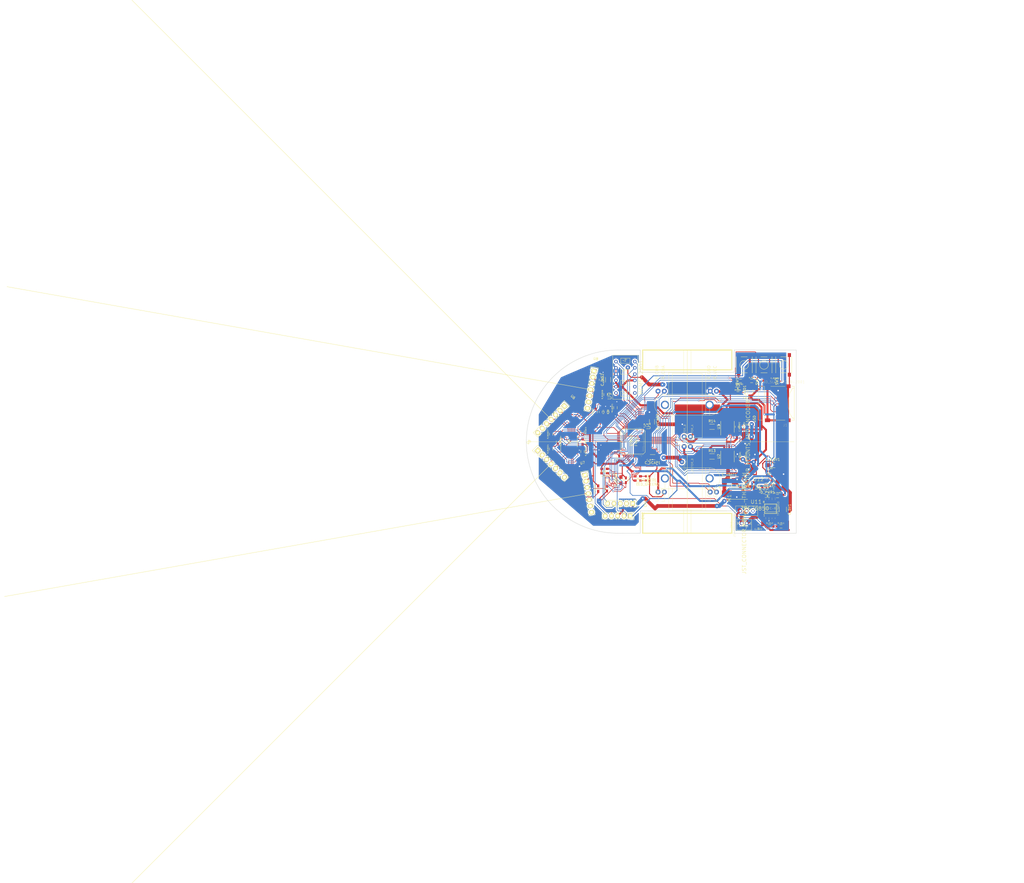
<source format=kicad_pcb>
(kicad_pcb (version 4) (host pcbnew 4.0.2-stable)
  (layers (0 F.Cu signal) (31 B.Cu signal) (34 B.Paste user) (35 F.Paste user) (36 B.SilkS user) (37 F.SilkS user) (38 B.Mask user) (39 F.Mask user) (44 Edge.Cuts user))
  (net 0 "")
  (net 1 GND)
  (net 2 "Net-(CN1-Pad2)")
  (net 3 "Net-(CN1-Pad3)")
  (net 4 USART_RX)
  (net 5 USART_TX)
  (net 6 +3V3)
  (net 7 SWCLK)
  (net 8 SWDIO)
  (net 9 RESET)
  (net 10 "Net-(CNR1-Pad1)")
  (net 11 +5V)
  (net 12 "Net-(C_IMU1-Pad1)")
  (net 13 +BATT)
  (net 14 +3.3VADC)
  (net 15 "Net-(C_VCAP1-Pad1)")
  (net 16 uSD_SCK)
  (net 17 "Net-(D1-Pad1)")
  (net 18 "Net-(D_PWR1-Pad2)")
  (net 19 "Net-(J1-Pad1)")
  (net 20 ~uSD_SS)
  (net 21 uSD_MOSI)
  (net 22 uSD_MISO)
  (net 23 "Net-(J1-Pad8)")
  (net 24 "Net-(LED_GREEN2-Pad2)")
  (net 25 "Net-(LED_RED1-Pad2)")
  (net 26 ROT_L_CHB)
  (net 27 ROT_R_CHB)
  (net 28 "Net-(M2-Pad+)")
  (net 29 "Net-(M3-PadPIN1)")
  (net 30 LED3)
  (net 31 LED4)
  (net 32 LED9)
  (net 33 LED10)
  (net 34 "Net-(R13-Pad1)")
  (net 35 "Net-(R14-Pad1)")
  (net 36 "Net-(R_BOOT1-Pad2)")
  (net 37 IMU_SCL)
  (net 38 IMU_SDA)
  (net 39 ~MOTOR_L_FAULT)
  (net 40 ~MOTOR_R_FAULT)
  (net 41 PB2)
  (net 42 PB1)
  (net 43 ~RANGE_RESET)
  (net 44 RANGE_SCL)
  (net 45 RANGE_SDA)
  (net 46 "Net-(R_RANGE4-Pad2)")
  (net 47 "Net-(R_RANGE5-Pad2)")
  (net 48 "Net-(R_RANGE6-Pad2)")
  (net 49 "Net-(R_RANGE7-Pad2)")
  (net 50 VOL_METER)
  (net 51 ROT_R_CHA)
  (net 52 "Net-(U1-PadPA6)")
  (net 53 MOTOR_L_PWM)
  (net 54 MOTOR_R_PWM)
  (net 55 MOTOR_L_DIR)
  (net 56 MOTOR_R_DIR)
  (net 57 ROT_L_CHA)
  (net 58 IMU_INT)
  (net 59 "Net-(U1-PadPB3)")
  (net 60 "Net-(U1-PadPB4)")
  (net 61 DIS_MOSI)
  (net 62 ~DIS_RESET)
  (net 63 DIS_SCK)
  (net 64 DIS_RS)
  (net 65 "Net-(U1-PadPC14)")
  (net 66 "Net-(U1-PadPC15)")
  (net 67 ~DIS_CE)
  (net 68 "Net-(U1-PadPH0)")
  (net 69 "Net-(U1-PadPH1)")
  (net 70 "Net-(U2-Pad9)")
  (net 71 "Net-(U3-Pad9)")
  (net 72 "Net-(U4-Pad5)")
  (net 73 "Net-(U4-Pad6)")
  (net 74 "Net-(U4-Pad8)")
  (net 75 "Net-(U4-Pad9)")
  (net 76 "Net-(U4-Pad12)")
  (net 77 "Net-(U4-Pad13)")
  (net 78 "Net-(U4-Pad15)")
  (net 79 "Net-(U4-Pad16)")
  (net 80 "Net-(U4-Pad17)")
  (net 81 "Net-(U5-Pad1)")
  (net 82 "Net-(U5-Pad6)")
  (net 83 "Net-(U5-Pad7)")
  (net 84 "Net-(U6-Pad1)")
  (net 85 "Net-(U6-Pad6)")
  (net 86 "Net-(U6-Pad7)")
  (net 87 "Net-(U7-Pad1)")
  (net 88 "Net-(U7-Pad6)")
  (net 89 "Net-(U7-Pad7)")
  (net 90 "Net-(U8-Pad1)")
  (net 91 "Net-(U8-Pad6)")
  (net 92 "Net-(U8-Pad7)")
  (net 93 "Net-(U9-PadOSC)")
  (net 94 "Net-(U10-Pad7)")
  (net 95 "Net-(U10-Pad21)")
  (net 96 "Net-(U11-Pad7)")
  (net 97 "Net-(U11-Pad8)")
  (net 98 "Net-(M1-PadL_MA)")
  (net 99 "Net-(M1-PadL_MB)")
  (net 100 "Net-(M1-PadR_MA)")
  (net 101 "Net-(M1-PadR_MB)")
  (net 102 "Net-(U9-PadD_O)")
  (net 103 "Net-(U1-PadPC1)")
  (net 104 "Net-(U1-PadPC2)")
  (net 105 "Net-(U1-PadPC3)")
  (net 106 "Net-(U1-PadPA7)")
  (net 107 "Net-(U1-PadPB0)")
  (net 108 "Net-(U1-PadPC4)")
  (net 109 "Net-(U1-PadPC5)")
  (module footprints_micromouse:FUTURA-1.0-MOTOR-MOUNT-TEMPLATE (layer F.Cu) (at 235 90 90)
    (fp_text reference M1 (at -22.86 -19.05 90) (layer F.SilkS))
    (fp_text value MOTOR_MOUNTS_AND_ENCODERS (at 0 -11.43 90) (layer F.SilkS))
    (fp_circle (center -14.85 -45) (end -13.45 -45) (layer B.Cu) (width 0.6))
    (fp_circle (center -14.85 -27) (end -13.45 -27) (layer B.Cu) (width 0.6))
    (fp_circle (center 14.85 -27) (end 16.25 -27) (layer B.Cu) (width 0.6))
    (fp_circle (center 14.85 -45) (end 16.25 -45) (layer B.Cu) (width 0.6))
    (fp_text user L_VCC (at -21.59 -48.26 90) (layer F.SilkS) (effects (font (size 1.2065 1.2065) (thickness 0.1016))))
    (fp_text user L_GND (at -21.59 -45.72 90) (layer F.SilkS) (effects (font (size 1.2065 1.2065) (thickness 0.1016))))
    (fp_text user L_CHA (at -21.59 -27.305 90) (layer F.SilkS) (effects (font (size 1.2065 1.2065) (thickness 0.1016))))
    (fp_text user L_CHB (at -21.59 -24.765 90) (layer F.SilkS) (effects (font (size 1.2065 1.2065) (thickness 0.1016))))
    (fp_text user R_VCC (at 27.94 -24.765 90) (layer F.SilkS) (effects (font (size 1.2065 1.2065) (thickness 0.1016))))
    (fp_text user R_GND (at 27.94 -27.305 90) (layer F.SilkS) (effects (font (size 1.2065 1.2065) (thickness 0.1016))))
    (fp_text user R_CHA (at 27.94 -45.72 90) (layer F.SilkS) (effects (font (size 1.2065 1.2065) (thickness 0.1016))))
    (fp_text user R_CHB (at 27.94 -48.26 90) (layer F.SilkS) (effects (font (size 1.2065 1.2065) (thickness 0.1016))))
    (fp_text user L_MOTOR_A (at -10 -37 90) (layer F.SilkS) (effects (font (size 0.77216 0.77216) (thickness 0.065024))))
    (fp_text user L_MOTOR_B (at -10 -34 90) (layer F.SilkS) (effects (font (size 0.77216 0.77216) (thickness 0.065024))))
    (fp_text user R_MOTOR_B (at 3.635 -37 90) (layer F.SilkS) (effects (font (size 0.77216 0.77216) (thickness 0.065024))))
    (fp_text user R_MOTOR_A (at 3.635 -34 90) (layer F.SilkS) (effects (font (size 0.77216 0.77216) (thickness 0.065024))))
    (pad L_CA thru_hole circle (at -20.375 -26.73 90) (size 2 2) (drill 0.95) (layers *.Cu *.Mask) (net 57 ROT_L_CHA))
    (pad L_CB thru_hole circle (at -20.375 -24.19 90) (size 2 2) (drill 0.95) (layers *.Cu *.Mask) (net 26 ROT_L_CHB))
    (pad L_GN thru_hole circle (at -20.375 -45.27 90) (size 2 2) (drill 0.95) (layers *.Cu *.Mask) (net 1 GND))
    (pad L_MA thru_hole circle (at -2 -37.27 90) (size 2 2) (drill 0.95) (layers *.Cu *.Mask) (net 98 "Net-(M1-PadL_MA)"))
    (pad L_MB thru_hole circle (at -2 -34.73 90) (size 2 2) (drill 0.95) (layers *.Cu *.Mask) (net 99 "Net-(M1-PadL_MB)"))
    (pad L_VC thru_hole circle (at -20.375 -47.81 90) (size 2 2) (drill 0.95) (layers *.Cu *.Mask) (net 11 +5V))
    (pad R_CA thru_hole circle (at 20.375 -45.27 90) (size 2 2) (drill 0.95) (layers *.Cu *.Mask) (net 51 ROT_R_CHA))
    (pad R_CB thru_hole circle (at 20.375 -47.81 90) (size 2 2) (drill 0.95) (layers *.Cu *.Mask) (net 27 ROT_R_CHB))
    (pad R_GN thru_hole circle (at 20.375 -26.73 90) (size 2 2) (drill 0.95) (layers *.Cu *.Mask) (net 1 GND))
    (pad R_MB thru_hole circle (at 2 -34.73 90) (size 2 2) (drill 0.95) (layers *.Cu *.Mask) (net 101 "Net-(M1-PadR_MB)"))
    (pad R_MA thru_hole circle (at 2 -37.27 90) (size 2 2) (drill 0.95) (layers *.Cu *.Mask) (net 100 "Net-(M1-PadR_MA)"))
    (pad R_VC thru_hole circle (at 20.375 -24.19 90) (size 2 2) (drill 0.95) (layers *.Cu *.Mask) (net 11 +5V))
    (pad "" np_thru_hole circle (at 14.85 -45 90) (size 2.286 2.286) (drill 2.286) (layers *.Cu))
    (pad "" np_thru_hole circle (at 14.85 -27 90) (size 2.286 2.286) (drill 2.286) (layers *.Cu))
    (pad "" np_thru_hole circle (at -14.85 -27 90) (size 2.286 2.286) (drill 2.286) (layers *.Cu))
    (pad "" np_thru_hole circle (at -14.85 -45 90) (size 2.286 2.286) (drill 2.286) (layers *.Cu))
  )
  (module footprints_micromouse:VL6180X_POLOLU_Pin_Header_Straight_1x07 (layer F.Cu) (at 160 69 350)
    (fp_text reference U8 (at -0.14 -12.63 350) (layer F.SilkS))
    (fp_text value VL6180X_POLOLU)
    (pad 1 thru_hole rect (at 0 -7.62 350) (size 2.032 1.7272) (drill 1.016) (layers *.Cu *.Mask F.SilkS) (net 90 "Net-(U8-Pad1)"))
    (pad 2 thru_hole oval (at 0 -5.08 350) (size 2.032 1.7272) (drill 1.016) (layers *.Cu *.Mask F.SilkS) (net 6 +3V3))
    (pad 3 thru_hole oval (at 0 -2.54 350) (size 2.032 1.7272) (drill 1.016) (layers *.Cu *.Mask F.SilkS) (net 1 GND))
    (pad 4 thru_hole oval (at 0 0 350) (size 2.032 1.7272) (drill 1.016) (layers *.Cu *.Mask F.SilkS) (net 76 "Net-(U4-Pad12)"))
    (pad 5 thru_hole oval (at 0 2.54 350) (size 2.032 1.7272) (drill 1.016) (layers *.Cu *.Mask F.SilkS) (net 77 "Net-(U4-Pad13)"))
    (pad 6 thru_hole oval (at 0 5.08 350) (size 2.032 1.7272) (drill 1.016) (layers *.Cu *.Mask F.SilkS) (net 91 "Net-(U8-Pad6)"))
    (pad 7 thru_hole oval (at 0 7.62 350) (size 2.032 1.7272) (drill 1.016) (layers *.Cu *.Mask F.SilkS) (net 92 "Net-(U8-Pad7)"))
  )
  (module footprints_micromouse:VL6180X_POLOLU_Pin_Header_Straight_1x07 (layer F.Cu) (at 144 99 45)
    (fp_text reference U5 (at -0.14 -12.63 45) (layer F.SilkS))
    (fp_text value VL6180X_POLOLU)
    (pad 1 thru_hole rect (at 0 -7.62 45) (size 2.032 1.7272) (drill 1.016) (layers *.Cu *.Mask F.SilkS) (net 81 "Net-(U5-Pad1)"))
    (pad 2 thru_hole oval (at 0 -5.08 45) (size 2.032 1.7272) (drill 1.016) (layers *.Cu *.Mask F.SilkS) (net 6 +3V3))
    (pad 3 thru_hole oval (at 0 -2.54 45) (size 2.032 1.7272) (drill 1.016) (layers *.Cu *.Mask F.SilkS) (net 1 GND))
    (pad 4 thru_hole oval (at 0 0 45) (size 2.032 1.7272) (drill 1.016) (layers *.Cu *.Mask F.SilkS) (net 72 "Net-(U4-Pad5)"))
    (pad 5 thru_hole oval (at 0 2.54 45) (size 2.032 1.7272) (drill 1.016) (layers *.Cu *.Mask F.SilkS) (net 73 "Net-(U4-Pad6)"))
    (pad 6 thru_hole oval (at 0 5.08 45) (size 2.032 1.7272) (drill 1.016) (layers *.Cu *.Mask F.SilkS) (net 82 "Net-(U5-Pad6)"))
    (pad 7 thru_hole oval (at 0 7.62 45) (size 2.032 1.7272) (drill 1.016) (layers *.Cu *.Mask F.SilkS) (net 83 "Net-(U5-Pad7)"))
  )
  (module footprints_micromouse:VL6180X_POLOLU_Pin_Header_Straight_1x07 (layer F.Cu) (at 144 81 315)
    (fp_text reference U6 (at -0.14 -12.63 315) (layer F.SilkS))
    (fp_text value VL6180X_POLOLU)
    (pad 1 thru_hole rect (at 0 -7.62 315) (size 2.032 1.7272) (drill 1.016) (layers *.Cu *.Mask F.SilkS) (net 84 "Net-(U6-Pad1)"))
    (pad 2 thru_hole oval (at 0 -5.08 315) (size 2.032 1.7272) (drill 1.016) (layers *.Cu *.Mask F.SilkS) (net 6 +3V3))
    (pad 3 thru_hole oval (at 0 -2.54 315) (size 2.032 1.7272) (drill 1.016) (layers *.Cu *.Mask F.SilkS) (net 1 GND))
    (pad 4 thru_hole oval (at 0 0 315) (size 2.032 1.7272) (drill 1.016) (layers *.Cu *.Mask F.SilkS) (net 78 "Net-(U4-Pad15)"))
    (pad 5 thru_hole oval (at 0 2.54 315) (size 2.032 1.7272) (drill 1.016) (layers *.Cu *.Mask F.SilkS) (net 79 "Net-(U4-Pad16)"))
    (pad 6 thru_hole oval (at 0 5.08 315) (size 2.032 1.7272) (drill 1.016) (layers *.Cu *.Mask F.SilkS) (net 85 "Net-(U6-Pad6)"))
    (pad 7 thru_hole oval (at 0 7.62 315) (size 2.032 1.7272) (drill 1.016) (layers *.Cu *.Mask F.SilkS) (net 86 "Net-(U6-Pad7)"))
  )
  (module footprints_micromouse:VL6180X_POLOLU_Pin_Header_Straight_1x07 (layer F.Cu) (at 159 111 10)
    (fp_text reference U7 (at -0.14 -12.63 10) (layer F.SilkS))
    (fp_text value VL6180X_POLOLU)
    (pad 1 thru_hole rect (at 0 -7.62 10) (size 2.032 1.7272) (drill 1.016) (layers *.Cu *.Mask F.SilkS) (net 87 "Net-(U7-Pad1)"))
    (pad 2 thru_hole oval (at 0 -5.08 10) (size 2.032 1.7272) (drill 1.016) (layers *.Cu *.Mask F.SilkS) (net 6 +3V3))
    (pad 3 thru_hole oval (at 0 -2.54 10) (size 2.032 1.7272) (drill 1.016) (layers *.Cu *.Mask F.SilkS) (net 1 GND))
    (pad 4 thru_hole oval (at 0 0 10) (size 2.032 1.7272) (drill 1.016) (layers *.Cu *.Mask F.SilkS) (net 74 "Net-(U4-Pad8)"))
    (pad 5 thru_hole oval (at 0 2.54 10) (size 2.032 1.7272) (drill 1.016) (layers *.Cu *.Mask F.SilkS) (net 75 "Net-(U4-Pad9)"))
    (pad 6 thru_hole oval (at 0 5.08 10) (size 2.032 1.7272) (drill 1.016) (layers *.Cu *.Mask F.SilkS) (net 88 "Net-(U7-Pad6)"))
    (pad 7 thru_hole oval (at 0 7.62 10) (size 2.032 1.7272) (drill 1.016) (layers *.Cu *.Mask F.SilkS) (net 89 "Net-(U7-Pad7)"))
  )
  (module footprints_micromouse:TPS73633_SOT-23 (layer F.Cu) (at 232 107.5)
    (fp_text reference U12 (at -4.3 -2.3) (layer F.SilkS))
    (fp_text value TPS73633 (at -5.7 1) (layer F.SilkS))
    (fp_text user TPS73633 (at 2.3876 2.1336 90) (layer F.SilkS) (effects (font (size 0.57912 0.57912) (thickness 0.073152)) (justify left bottom)))
    (fp_text user SOT23 (at 1.4732 -0.3048) (layer F.SilkS) (effects (font (size 0.57912 0.57912) (thickness 0.073152)) (justify right top)))
    (fp_text user 1 (at -1.8034 1.7526) (layer F.SilkS) (effects (font (size 0.57912 0.57912) (thickness 0.073152)) (justify left bottom)))
    (fp_text user IN (at -0.7874 2.3114 90) (layer F.SilkS) (effects (font (size 0.28956 0.28956) (thickness 0.024384)) (justify left bottom)))
    (fp_text user GND (at 0.1524 2.6924 90) (layer F.SilkS) (effects (font (size 0.28956 0.28956) (thickness 0.024384)) (justify left bottom)))
    (fp_text user EN (at 1.1176 2.413 90) (layer F.SilkS) (effects (font (size 0.28956 0.28956) (thickness 0.024384)) (justify left bottom)))
    (fp_text user NR/FB (at 1.1176 -1.9304 90) (layer F.SilkS) (effects (font (size 0.28956 0.28956) (thickness 0.024384)) (justify left bottom)))
    (fp_text user OUT (at -0.7874 -1.9304 90) (layer F.SilkS) (effects (font (size 0.28956 0.28956) (thickness 0.024384)) (justify left bottom)))
    (pad 3 smd rect (at 0.949938 1.350063 90) (size 1 0.55) (layers F.Cu F.Paste F.Mask) (net 11 +5V))
    (pad 2 smd rect (at -0.000063 1.350063 90) (size 1 0.55) (layers F.Cu F.Paste F.Mask) (net 1 GND))
    (pad 1 smd rect (at -0.950063 1.350063 90) (size 1 0.55) (layers F.Cu F.Paste F.Mask) (net 11 +5V))
    (pad 4 smd rect (at 0.949938 -1.349938 90) (size 1 0.55) (layers F.Cu F.Paste F.Mask) (net 10 "Net-(CNR1-Pad1)"))
    (pad 5 smd rect (at -0.950063 -1.349938 90) (size 1 0.55) (layers F.Cu F.Paste F.Mask) (net 6 +3V3))
  )
  (module footprints_micromouse:TPS76850_SOIC-8 (layer F.Cu) (at 232.63 117.12)
    (fp_text reference U11 (at -5.8 -2.8) (layer F.SilkS))
    (fp_text value TPS76850 (at -6.3 -0.1) (layer F.SilkS))
    (fp_text user 1 (at -2.9972 3.0988) (layer F.SilkS) (effects (font (size 0.77216 0.77216) (thickness 0.097536)) (justify left bottom)))
    (fp_text user TPS76850 (at 3.5814 2.8702 90) (layer F.SilkS) (effects (font (size 0.77216 0.77216) (thickness 0.065024)) (justify left bottom)))
    (fp_text user SOIC-8 (at 2.2 -0.6) (layer F.SilkS) (effects (font (size 0.77216 0.77216) (thickness 0.065024)) (justify right top)))
    (fp_text user 8 (at -3.1242 -2.2606) (layer F.SilkS) (effects (font (size 0.77216 0.77216) (thickness 0.097536)) (justify left bottom)))
    (fp_text user GND (at -1.7526 4.2926 90) (layer F.SilkS) (effects (font (size 0.28956 0.28956) (thickness 0.024384)) (justify left bottom)))
    (fp_text user "EN(BAR)" (at -0.4572 5.2324 90) (layer F.SilkS) (effects (font (size 0.28956 0.28956) (thickness 0.024384)) (justify left bottom)))
    (fp_text user FB/NC (at -0.4826 -3.5306 90) (layer F.SilkS) (effects (font (size 0.28956 0.28956) (thickness 0.024384)) (justify left bottom)))
    (fp_text user PG (at -1.7526 -3.5306 90) (layer F.SilkS) (effects (font (size 0.28956 0.28956) (thickness 0.024384)) (justify left bottom)))
    (fp_text user OUT2 (at 2.0828 -3.5306 90) (layer F.SilkS) (effects (font (size 0.28956 0.28956) (thickness 0.024384)) (justify left bottom)))
    (fp_text user OUT1 (at 0.8128 -3.5306 90) (layer F.SilkS) (effects (font (size 0.28956 0.28956) (thickness 0.024384)) (justify left bottom)))
    (fp_text user IN1 (at 0.7874 4.2164 90) (layer F.SilkS) (effects (font (size 0.28956 0.28956) (thickness 0.024384)) (justify left bottom)))
    (fp_text user IN2 (at 2.0574 4.2164 90) (layer F.SilkS) (effects (font (size 0.28956 0.28956) (thickness 0.024384)) (justify left bottom)))
    (pad 2 smd rect (at -0.635063 2.700063 90) (size 1.5 0.55) (layers F.Cu F.Paste F.Mask) (net 1 GND))
    (pad 7 smd rect (at -0.635063 -2.699938 90) (size 1.5 0.55) (layers F.Cu F.Paste F.Mask) (net 96 "Net-(U11-Pad7)"))
    (pad 1 smd rect (at -1.905063 2.700063 90) (size 1.5 0.55) (layers F.Cu F.Paste F.Mask) (net 1 GND))
    (pad 3 smd rect (at 0.634938 2.700063 90) (size 1.5 0.55) (layers F.Cu F.Paste F.Mask) (net 13 +BATT))
    (pad 4 smd rect (at 1.904938 2.700063 90) (size 1.5 0.55) (layers F.Cu F.Paste F.Mask) (net 13 +BATT))
    (pad 6 smd rect (at 0.634938 -2.699938 90) (size 1.5 0.55) (layers F.Cu F.Paste F.Mask) (net 11 +5V))
    (pad 5 smd rect (at 1.904938 -2.699938 90) (size 1.5 0.55) (layers F.Cu F.Paste F.Mask) (net 11 +5V))
    (pad 8 smd rect (at -1.905063 -2.699938 90) (size 1.5 0.55) (layers F.Cu F.Paste F.Mask) (net 97 "Net-(U11-Pad8)"))
  )
  (module MPU-9250:QFN-24%2f3MM (layer F.Cu) (at 169.03 105.42)
    (fp_text reference U10 (at 0 -2.408) (layer F.SilkS) (effects (font (size 0.8 0.8) (thickness 0.05))))
    (fp_text value MPU-9250 (at 0 0) (layer F.SilkS) (effects (font (size 1 0.9) (thickness 0.05))))
    (pad 1 smd rect (at -1.5 -1) (size 0.6 0.23) (layers F.Cu F.Paste F.Mask) (net 6 +3V3))
    (pad 2 smd rect (at -1.5 -0.6) (size 0.6 0.23) (layers F.Cu F.Paste F.Mask))
    (pad 3 smd rect (at -1.5 -0.2) (size 0.6 0.23) (layers F.Cu F.Paste F.Mask))
    (pad 4 smd rect (at -1.5 0.2) (size 0.6 0.23) (layers F.Cu F.Paste F.Mask))
    (pad 5 smd rect (at -1.5 0.6) (size 0.6 0.23) (layers F.Cu F.Paste F.Mask))
    (pad 6 smd rect (at -1.5 1) (size 0.6 0.23) (layers F.Cu F.Paste F.Mask))
    (pad 7 smd rect (at -1 1.5 90) (size 0.6 0.23) (layers F.Cu F.Paste F.Mask) (net 94 "Net-(U10-Pad7)"))
    (pad 8 smd rect (at -0.6 1.5 90) (size 0.6 0.23) (layers F.Cu F.Paste F.Mask) (net 6 +3V3))
    (pad 9 smd rect (at -0.2 1.5 90) (size 0.6 0.23) (layers F.Cu F.Paste F.Mask) (net 1 GND))
    (pad 10 smd rect (at 0.2 1.5 90) (size 0.6 0.23) (layers F.Cu F.Paste F.Mask) (net 12 "Net-(C_IMU1-Pad1)"))
    (pad 11 smd rect (at 0.6 1.5 90) (size 0.6 0.23) (layers F.Cu F.Paste F.Mask) (net 1 GND))
    (pad 12 smd rect (at 1 1.5 90) (size 0.6 0.23) (layers F.Cu F.Paste F.Mask) (net 58 IMU_INT))
    (pad 13 smd rect (at 1.5 1 180) (size 0.6 0.23) (layers F.Cu F.Paste F.Mask) (net 6 +3V3))
    (pad 14 smd rect (at 1.5 0.6 180) (size 0.6 0.23) (layers F.Cu F.Paste F.Mask))
    (pad 15 smd rect (at 1.5 0.2 180) (size 0.6 0.23) (layers F.Cu F.Paste F.Mask))
    (pad 16 smd rect (at 1.5 -0.2 180) (size 0.6 0.23) (layers F.Cu F.Paste F.Mask))
    (pad 17 smd rect (at 1.5 -0.6 180) (size 0.6 0.23) (layers F.Cu F.Paste F.Mask))
    (pad 18 smd rect (at 1.5 -1 180) (size 0.6 0.23) (layers F.Cu F.Paste F.Mask) (net 1 GND))
    (pad 19 smd rect (at 1 -1.5 270) (size 0.6 0.23) (layers F.Cu F.Paste F.Mask))
    (pad 20 smd rect (at 0.6 -1.5 270) (size 0.6 0.23) (layers F.Cu F.Paste F.Mask) (net 1 GND))
    (pad 21 smd rect (at 0.2 -1.5 270) (size 0.6 0.23) (layers F.Cu F.Paste F.Mask) (net 95 "Net-(U10-Pad21)"))
    (pad 22 smd rect (at -0.2 -1.5 270) (size 0.6 0.23) (layers F.Cu F.Paste F.Mask) (net 1 GND))
    (pad 23 smd rect (at -0.6 -1.5 270) (size 0.6 0.23) (layers F.Cu F.Paste F.Mask) (net 37 IMU_SCL))
    (pad 24 smd rect (at -1 -1.5 270) (size 0.6 0.23) (layers F.Cu F.Paste F.Mask) (net 38 IMU_SDA))
  )
  (module footprints_micromouse:HCMS-2903 (layer F.Cu) (at 174 64 90)
    (fp_text reference U9 (at -7.62 -6.35 90) (layer F.SilkS))
    (fp_text value HCMS-2901 (at 0 6.35 90) (layer F.SilkS))
    (fp_text user 1 (at -7.3152 0.8636 90) (layer F.SilkS) (effects (font (size 1.6891 1.6891) (thickness 0.14224)) (justify left bottom)))
    (fp_text user 2 (at -2.8702 0.8636 90) (layer F.SilkS) (effects (font (size 1.6891 1.6891) (thickness 0.14224)) (justify left bottom)))
    (fp_text user 3 (at 1.5748 0.8636 90) (layer F.SilkS) (effects (font (size 1.6891 1.6891) (thickness 0.14224)) (justify left bottom)))
    (fp_text user 4 (at 6.0198 0.8636 90) (layer F.SilkS) (effects (font (size 1.6891 1.6891) (thickness 0.14224)) (justify left bottom)))
    (pad BLAN thru_hole circle (at 3.81 -3.81 90) (size 1.4224 1.4224) (drill 0.762) (layers *.Cu *.Mask) (net 1 GND))
    (pad CE thru_hole circle (at 6.35 -3.81 90) (size 1.4224 1.4224) (drill 0.762) (layers *.Cu *.Mask) (net 67 ~DIS_CE))
    (pad CLK thru_hole circle (at 6.35 3.81 90) (size 1.4224 1.4224) (drill 0.762) (layers *.Cu *.Mask) (net 63 DIS_SCK))
    (pad D_IN thru_hole circle (at 1.27 3.81 90) (size 1.4224 1.4224) (drill 0.762) (layers *.Cu *.Mask) (net 61 DIS_MOSI))
    (pad D_O thru_hole circle (at -6.35 3.81 90) (size 1.4224 1.4224) (drill 0.762) (layers *.Cu *.Mask) (net 102 "Net-(U9-PadD_O)"))
    (pad GND thru_hole circle (at 1.27 -3.81 90) (size 1.4224 1.4224) (drill 0.762) (layers *.Cu *.Mask) (net 1 GND))
    (pad OSC thru_hole circle (at -3.81 3.81 180) (size 1.4224 1.4224) (drill 0.762) (layers *.Cu *.Mask) (net 93 "Net-(U9-PadOSC)"))
    (pad RESE thru_hole circle (at -6.35 -3.81 90) (size 1.4224 1.4224) (drill 0.762) (layers *.Cu *.Mask) (net 62 ~DIS_RESET))
    (pad RS thru_hole circle (at 3.81 3.81 90) (size 1.4224 1.4224) (drill 0.762) (layers *.Cu *.Mask) (net 64 DIS_RS))
    (pad SEL thru_hole circle (at -1.27 -3.81 90) (size 1.4224 1.4224) (drill 0.762) (layers *.Cu *.Mask) (net 11 +5V))
    (pad V_LE thru_hole circle (at -1.27 3.81 90) (size 1.4224 1.4224) (drill 0.762) (layers *.Cu *.Mask) (net 11 +5V))
    (pad V_LO thru_hole circle (at -3.81 -3.81 90) (size 1.4224 1.4224) (drill 0.762) (layers *.Cu *.Mask) (net 11 +5V))
  )
  (module Housings_SSOP:TSSOP-16-1EP_4.4x5mm_Pitch0.65mm (layer F.Cu) (at 215.25 84 90)
    (fp_text reference U3 (at 0 -3.55 90) (layer F.SilkS))
    (fp_text value MAX14871)
    (pad 1 smd rect (at -2.775 -2.275 90) (size 1.05 0.45) (layers F.Cu F.Paste F.Mask) (net 35 "Net-(R14-Pad1)"))
    (pad 2 smd rect (at -2.775 -1.625 90) (size 1.05 0.45) (layers F.Cu F.Paste F.Mask) (net 100 "Net-(M1-PadR_MA)"))
    (pad 3 smd rect (at -2.775 -0.975 90) (size 1.05 0.45) (layers F.Cu F.Paste F.Mask) (net 100 "Net-(M1-PadR_MA)"))
    (pad 4 smd rect (at -2.775 -0.325 90) (size 1.05 0.45) (layers F.Cu F.Paste F.Mask) (net 13 +BATT))
    (pad 5 smd rect (at -2.775 0.325 90) (size 1.05 0.45) (layers F.Cu F.Paste F.Mask) (net 35 "Net-(R14-Pad1)"))
    (pad 6 smd rect (at -2.775 0.975 90) (size 1.05 0.45) (layers F.Cu F.Paste F.Mask) (net 54 MOTOR_R_PWM))
    (pad 7 smd rect (at -2.775 1.625 90) (size 1.05 0.45) (layers F.Cu F.Paste F.Mask) (net 56 MOTOR_R_DIR))
    (pad 8 smd rect (at -2.775 2.275 90) (size 1.05 0.45) (layers F.Cu F.Paste F.Mask) (net 6 +3V3))
    (pad 9 smd rect (at 2.775 2.275 90) (size 1.05 0.45) (layers F.Cu F.Paste F.Mask) (net 71 "Net-(U3-Pad9)"))
    (pad 10 smd rect (at 2.775 1.625 90) (size 1.05 0.45) (layers F.Cu F.Paste F.Mask) (net 40 ~MOTOR_R_FAULT))
    (pad 11 smd rect (at 2.775 0.975 90) (size 1.05 0.45) (layers F.Cu F.Paste F.Mask) (net 1 GND))
    (pad 12 smd rect (at 2.775 0.325 90) (size 1.05 0.45) (layers F.Cu F.Paste F.Mask) (net 1 GND))
    (pad 13 smd rect (at 2.775 -0.325 90) (size 1.05 0.45) (layers F.Cu F.Paste F.Mask) (net 13 +BATT))
    (pad 14 smd rect (at 2.775 -0.975 90) (size 1.05 0.45) (layers F.Cu F.Paste F.Mask) (net 101 "Net-(M1-PadR_MB)"))
    (pad 15 smd rect (at 2.775 -1.625 90) (size 1.05 0.45) (layers F.Cu F.Paste F.Mask) (net 101 "Net-(M1-PadR_MB)"))
    (pad 16 smd rect (at 2.775 -2.275 90) (size 1.05 0.45) (layers F.Cu F.Paste F.Mask) (net 35 "Net-(R14-Pad1)"))
    (pad 17 smd rect (at 0.735 1.3425 90) (size 1.47 0.895) (layers F.Cu F.Paste F.Mask) (net 1 GND))
    (pad 17 smd rect (at 0.735 0.4475 90) (size 1.47 0.895) (layers F.Cu F.Paste F.Mask) (net 1 GND))
    (pad 17 smd rect (at 0.735 -0.4475 90) (size 1.47 0.895) (layers F.Cu F.Paste F.Mask) (net 1 GND))
    (pad 17 smd rect (at 0.735 -1.3425 90) (size 1.47 0.895) (layers F.Cu F.Paste F.Mask) (net 1 GND))
    (pad 17 smd rect (at -0.735 1.3425 90) (size 1.47 0.895) (layers F.Cu F.Paste F.Mask) (net 1 GND))
    (pad 17 smd rect (at -0.735 0.4475 90) (size 1.47 0.895) (layers F.Cu F.Paste F.Mask) (net 1 GND))
    (pad 17 smd rect (at -0.735 -0.4475 90) (size 1.47 0.895) (layers F.Cu F.Paste F.Mask) (net 1 GND))
    (pad 17 smd rect (at -0.735 -1.3425 90) (size 1.47 0.895) (layers F.Cu F.Paste F.Mask) (net 1 GND))
  )
  (module Housings_SSOP:TSSOP-16-1EP_4.4x5mm_Pitch0.65mm (layer F.Cu) (at 215.25 96 90)
    (fp_text reference U2 (at 0 -3.55 90) (layer F.SilkS))
    (fp_text value MAX14871)
    (pad 1 smd rect (at -2.775 -2.275 90) (size 1.05 0.45) (layers F.Cu F.Paste F.Mask) (net 34 "Net-(R13-Pad1)"))
    (pad 2 smd rect (at -2.775 -1.625 90) (size 1.05 0.45) (layers F.Cu F.Paste F.Mask) (net 98 "Net-(M1-PadL_MA)"))
    (pad 3 smd rect (at -2.775 -0.975 90) (size 1.05 0.45) (layers F.Cu F.Paste F.Mask) (net 98 "Net-(M1-PadL_MA)"))
    (pad 4 smd rect (at -2.775 -0.325 90) (size 1.05 0.45) (layers F.Cu F.Paste F.Mask) (net 13 +BATT))
    (pad 5 smd rect (at -2.775 0.325 90) (size 1.05 0.45) (layers F.Cu F.Paste F.Mask) (net 34 "Net-(R13-Pad1)"))
    (pad 6 smd rect (at -2.775 0.975 90) (size 1.05 0.45) (layers F.Cu F.Paste F.Mask) (net 53 MOTOR_L_PWM))
    (pad 7 smd rect (at -2.775 1.625 90) (size 1.05 0.45) (layers F.Cu F.Paste F.Mask) (net 55 MOTOR_L_DIR))
    (pad 8 smd rect (at -2.775 2.275 90) (size 1.05 0.45) (layers F.Cu F.Paste F.Mask) (net 6 +3V3))
    (pad 9 smd rect (at 2.775 2.275 90) (size 1.05 0.45) (layers F.Cu F.Paste F.Mask) (net 70 "Net-(U2-Pad9)"))
    (pad 10 smd rect (at 2.775 1.625 90) (size 1.05 0.45) (layers F.Cu F.Paste F.Mask) (net 39 ~MOTOR_L_FAULT))
    (pad 11 smd rect (at 2.775 0.975 90) (size 1.05 0.45) (layers F.Cu F.Paste F.Mask) (net 1 GND))
    (pad 12 smd rect (at 2.775 0.325 90) (size 1.05 0.45) (layers F.Cu F.Paste F.Mask) (net 1 GND))
    (pad 13 smd rect (at 2.775 -0.325 90) (size 1.05 0.45) (layers F.Cu F.Paste F.Mask) (net 13 +BATT))
    (pad 14 smd rect (at 2.775 -0.975 90) (size 1.05 0.45) (layers F.Cu F.Paste F.Mask) (net 99 "Net-(M1-PadL_MB)"))
    (pad 15 smd rect (at 2.775 -1.625 90) (size 1.05 0.45) (layers F.Cu F.Paste F.Mask) (net 99 "Net-(M1-PadL_MB)"))
    (pad 16 smd rect (at 2.775 -2.275 90) (size 1.05 0.45) (layers F.Cu F.Paste F.Mask) (net 34 "Net-(R13-Pad1)"))
    (pad 17 smd rect (at 0.735 1.3425 90) (size 1.47 0.895) (layers F.Cu F.Paste F.Mask) (net 1 GND))
    (pad 17 smd rect (at 0.735 0.4475 90) (size 1.47 0.895) (layers F.Cu F.Paste F.Mask) (net 1 GND))
    (pad 17 smd rect (at 0.735 -0.4475 90) (size 1.47 0.895) (layers F.Cu F.Paste F.Mask) (net 1 GND))
    (pad 17 smd rect (at 0.735 -1.3425 90) (size 1.47 0.895) (layers F.Cu F.Paste F.Mask) (net 1 GND))
    (pad 17 smd rect (at -0.735 1.3425 90) (size 1.47 0.895) (layers F.Cu F.Paste F.Mask) (net 1 GND))
    (pad 17 smd rect (at -0.735 0.4475 90) (size 1.47 0.895) (layers F.Cu F.Paste F.Mask) (net 1 GND))
    (pad 17 smd rect (at -0.735 -0.4475 90) (size 1.47 0.895) (layers F.Cu F.Paste F.Mask) (net 1 GND))
    (pad 17 smd rect (at -0.735 -1.3425 90) (size 1.47 0.895) (layers F.Cu F.Paste F.Mask) (net 1 GND))
  )
  (module footprints_micromouse:STM32F446_LQFP64 (layer F.Cu) (at 177 90 270)
    (fp_text reference U1 (at -6.35 -6.35 270) (layer F.SilkS))
    (fp_text value STM32F446RE_LQFP64 hide)
    (fp_text user STM32 (at 2 0 270) (layer F.SilkS) (effects (font (size 1.01346 1.01346) (thickness 0.128016)) (justify left bottom)))
    (fp_text user F446 (at 2 -2 270) (layer F.SilkS) (effects (font (size 1.01346 1.01346) (thickness 0.128016)) (justify left bottom)))
    (fp_text user VBAT (at -3.6 4.8 360) (layer F.SilkS) (effects (font (size 0.2413 0.2413) (thickness 0.02032)) (justify left bottom)))
    (fp_text user PC13 (at -3.1 4.8 360) (layer F.SilkS) (effects (font (size 0.2413 0.2413) (thickness 0.02032)) (justify left bottom)))
    (fp_text user PC14-OSC32_IN (at -2.6 4.8 360) (layer F.SilkS) (effects (font (size 0.2413 0.2413) (thickness 0.02032)) (justify left bottom)))
    (fp_text user PC15-OSC32_OUT (at -2.1 4.8 360) (layer F.SilkS) (effects (font (size 0.2413 0.2413) (thickness 0.02032)) (justify left bottom)))
    (fp_text user PH0-OSC_IN (at -1.6 4.8 360) (layer F.SilkS) (effects (font (size 0.2413 0.2413) (thickness 0.02032)) (justify left bottom)))
    (fp_text user PH1-OSC_OUT (at -1.1 4.8 360) (layer F.SilkS) (effects (font (size 0.2413 0.2413) (thickness 0.02032)) (justify left bottom)))
    (fp_text user NRST (at -0.6 4.8 360) (layer F.SilkS) (effects (font (size 0.2413 0.2413) (thickness 0.02032)) (justify left bottom)))
    (fp_text user PC0 (at -0.1 4.8 360) (layer F.SilkS) (effects (font (size 0.2413 0.2413) (thickness 0.02032)) (justify left bottom)))
    (fp_text user PC1 (at 0.4 4.8 360) (layer F.SilkS) (effects (font (size 0.2413 0.2413) (thickness 0.02032)) (justify left bottom)))
    (fp_text user PC2 (at 0.9 4.8 360) (layer F.SilkS) (effects (font (size 0.2413 0.2413) (thickness 0.02032)) (justify left bottom)))
    (fp_text user PC3 (at 1.4 4.8 360) (layer F.SilkS) (effects (font (size 0.2413 0.2413) (thickness 0.02032)) (justify left bottom)))
    (fp_text user VSSA (at 1.9 4.8 360) (layer F.SilkS) (effects (font (size 0.2413 0.2413) (thickness 0.02032)) (justify left bottom)))
    (fp_text user VDDA (at 2.4 4.8 360) (layer F.SilkS) (effects (font (size 0.2413 0.2413) (thickness 0.02032)) (justify left bottom)))
    (fp_text user PA0_WKUP (at 2.9 4.8 360) (layer F.SilkS) (effects (font (size 0.2413 0.2413) (thickness 0.02032)) (justify left bottom)))
    (fp_text user PA1 (at 3.4 4.8 360) (layer F.SilkS) (effects (font (size 0.2413 0.2413) (thickness 0.02032)) (justify left bottom)))
    (fp_text user PA2 (at 3.9 4.8 360) (layer F.SilkS) (effects (font (size 0.2413 0.2413) (thickness 0.02032)) (justify left bottom)))
    (fp_text user PA3 (at 4.8 3.6 270) (layer F.SilkS) (effects (font (size 0.2413 0.2413) (thickness 0.02032)) (justify right top)))
    (fp_text user VSS (at 4.8 3.1 270) (layer F.SilkS) (effects (font (size 0.2413 0.2413) (thickness 0.02032)) (justify right top)))
    (fp_text user VDD (at 4.8 2.6 270) (layer F.SilkS) (effects (font (size 0.2413 0.2413) (thickness 0.02032)) (justify right top)))
    (fp_text user PA4 (at 4.8 2.1 270) (layer F.SilkS) (effects (font (size 0.2413 0.2413) (thickness 0.02032)) (justify right top)))
    (fp_text user PA5 (at 4.8 1.6 270) (layer F.SilkS) (effects (font (size 0.2413 0.2413) (thickness 0.02032)) (justify right top)))
    (fp_text user PA6 (at 4.8 1.1 270) (layer F.SilkS) (effects (font (size 0.2413 0.2413) (thickness 0.02032)) (justify right top)))
    (fp_text user PA7 (at 4.8 0.6 270) (layer F.SilkS) (effects (font (size 0.2413 0.2413) (thickness 0.02032)) (justify right top)))
    (fp_text user PC4 (at 4.8 0.1 270) (layer F.SilkS) (effects (font (size 0.2413 0.2413) (thickness 0.02032)) (justify right top)))
    (fp_text user PC5 (at 4.8 -0.4 270) (layer F.SilkS) (effects (font (size 0.2413 0.2413) (thickness 0.02032)) (justify right top)))
    (fp_text user PB0 (at 4.8 -0.9 270) (layer F.SilkS) (effects (font (size 0.2413 0.2413) (thickness 0.02032)) (justify right top)))
    (fp_text user PB1 (at 4.8 -1.4 270) (layer F.SilkS) (effects (font (size 0.2413 0.2413) (thickness 0.02032)) (justify right top)))
    (fp_text user PB2 (at 4.8 -1.9 270) (layer F.SilkS) (effects (font (size 0.2413 0.2413) (thickness 0.02032)) (justify right top)))
    (fp_text user PB10 (at 4.8 -2.4 270) (layer F.SilkS) (effects (font (size 0.2413 0.2413) (thickness 0.02032)) (justify right top)))
    (fp_text user PB11 (at 4.8 -2.9 270) (layer F.SilkS) (effects (font (size 0.2413 0.2413) (thickness 0.02032)) (justify right top)))
    (fp_text user VCAP_1 (at 4.8 -3.4 270) (layer F.SilkS) (effects (font (size 0.2413 0.2413) (thickness 0.02032)) (justify right top)))
    (fp_text user VDD (at 4.8 -3.9 270) (layer F.SilkS) (effects (font (size 0.2413 0.2413) (thickness 0.02032)) (justify right top)))
    (fp_text user PB12 (at 3.6 -4.8 360) (layer F.SilkS) (effects (font (size 0.2413 0.2413) (thickness 0.02032)) (justify right top)))
    (fp_text user PB13 (at 3.1 -4.8 360) (layer F.SilkS) (effects (font (size 0.2413 0.2413) (thickness 0.02032)) (justify right top)))
    (fp_text user PB14 (at 2.6 -4.8 360) (layer F.SilkS) (effects (font (size 0.2413 0.2413) (thickness 0.02032)) (justify right top)))
    (fp_text user PB15 (at 2.1 -4.8 360) (layer F.SilkS) (effects (font (size 0.2413 0.2413) (thickness 0.02032)) (justify right top)))
    (fp_text user PC6 (at 1.6 -4.8 360) (layer F.SilkS) (effects (font (size 0.2413 0.2413) (thickness 0.02032)) (justify right top)))
    (fp_text user PC7 (at 1.1 -4.8 360) (layer F.SilkS) (effects (font (size 0.2413 0.2413) (thickness 0.02032)) (justify right top)))
    (fp_text user PC8 (at 0.6 -4.8 360) (layer F.SilkS) (effects (font (size 0.2413 0.2413) (thickness 0.02032)) (justify right top)))
    (fp_text user PC9 (at 0.1 -4.8 360) (layer F.SilkS) (effects (font (size 0.2413 0.2413) (thickness 0.02032)) (justify right top)))
    (fp_text user PA8 (at -0.4 -4.8 360) (layer F.SilkS) (effects (font (size 0.2413 0.2413) (thickness 0.02032)) (justify right top)))
    (fp_text user PA9 (at -0.9 -4.8 360) (layer F.SilkS) (effects (font (size 0.2413 0.2413) (thickness 0.02032)) (justify right top)))
    (fp_text user PA10 (at -1.4 -4.8 360) (layer F.SilkS) (effects (font (size 0.2413 0.2413) (thickness 0.02032)) (justify right top)))
    (fp_text user PA11 (at -1.9 -4.8 360) (layer F.SilkS) (effects (font (size 0.2413 0.2413) (thickness 0.02032)) (justify right top)))
    (fp_text user PA12 (at -2.4 -4.8 360) (layer F.SilkS) (effects (font (size 0.2413 0.2413) (thickness 0.02032)) (justify right top)))
    (fp_text user PA13 (at -2.9 -4.8 360) (layer F.SilkS) (effects (font (size 0.2413 0.2413) (thickness 0.02032)) (justify right top)))
    (fp_text user VCAP_2 (at -3.4 -4.8 360) (layer F.SilkS) (effects (font (size 0.2413 0.2413) (thickness 0.02032)) (justify right top)))
    (fp_text user VDD (at -3.9 -4.8 360) (layer F.SilkS) (effects (font (size 0.2413 0.2413) (thickness 0.02032)) (justify right top)))
    (fp_text user PA14 (at -4.8 -3.6 270) (layer F.SilkS) (effects (font (size 0.2413 0.2413) (thickness 0.02032)) (justify left bottom)))
    (fp_text user PA15 (at -4.8 -3.1 270) (layer F.SilkS) (effects (font (size 0.2413 0.2413) (thickness 0.02032)) (justify left bottom)))
    (fp_text user PC10 (at -4.8 -2.6 270) (layer F.SilkS) (effects (font (size 0.2413 0.2413) (thickness 0.02032)) (justify left bottom)))
    (fp_text user PC11 (at -4.8 -2.1 270) (layer F.SilkS) (effects (font (size 0.2413 0.2413) (thickness 0.02032)) (justify left bottom)))
    (fp_text user PC12 (at -4.8 -1.6 270) (layer F.SilkS) (effects (font (size 0.2413 0.2413) (thickness 0.02032)) (justify left bottom)))
    (fp_text user PD2 (at -4.8 -1.1 270) (layer F.SilkS) (effects (font (size 0.2413 0.2413) (thickness 0.02032)) (justify left bottom)))
    (fp_text user PB3 (at -4.8 -0.6 270) (layer F.SilkS) (effects (font (size 0.2413 0.2413) (thickness 0.02032)) (justify left bottom)))
    (fp_text user PB4 (at -4.8 -0.1 270) (layer F.SilkS) (effects (font (size 0.2413 0.2413) (thickness 0.02032)) (justify left bottom)))
    (fp_text user PB5 (at -4.8 0.4 270) (layer F.SilkS) (effects (font (size 0.2413 0.2413) (thickness 0.02032)) (justify left bottom)))
    (fp_text user PB6 (at -4.8 0.9 270) (layer F.SilkS) (effects (font (size 0.2413 0.2413) (thickness 0.02032)) (justify left bottom)))
    (fp_text user PB7 (at -4.8 1.4 270) (layer F.SilkS) (effects (font (size 0.2413 0.2413) (thickness 0.02032)) (justify left bottom)))
    (fp_text user BOOT0 (at -4.8 1.9 270) (layer F.SilkS) (effects (font (size 0.2413 0.2413) (thickness 0.02032)) (justify left bottom)))
    (fp_text user PB8 (at -4.8 2.4 270) (layer F.SilkS) (effects (font (size 0.2413 0.2413) (thickness 0.02032)) (justify left bottom)))
    (fp_text user PB9 (at -4.8 2.9 270) (layer F.SilkS) (effects (font (size 0.2413 0.2413) (thickness 0.02032)) (justify left bottom)))
    (fp_text user VSS (at -4.8 3.4 270) (layer F.SilkS) (effects (font (size 0.2413 0.2413) (thickness 0.02032)) (justify left bottom)))
    (fp_text user VDD (at -4.8 3.9 270) (layer F.SilkS) (effects (font (size 0.2413 0.2413) (thickness 0.02032)) (justify left bottom)))
    (fp_text user 1 (at -4.572 5.842 270) (layer F.SilkS) (effects (font (size 0.4826 0.4826) (thickness 0.04064)) (justify left bottom)))
    (fp_text user 64 (at -5.334 4.826 360) (layer F.SilkS) (effects (font (size 0.4826 0.4826) (thickness 0.04064)) (justify left bottom)))
    (pad BOOT smd rect (at -5.750063 1.750063 270) (size 1.2 0.3) (layers F.Cu F.Paste F.Mask) (net 36 "Net-(R_BOOT1-Pad2)"))
    (pad NRST smd rect (at -0.750063 5.750063) (size 1.2 0.3) (layers F.Cu F.Paste F.Mask) (net 9 RESET))
    (pad PA0_ smd rect (at 2.749938 5.750063) (size 1.2 0.3) (layers F.Cu F.Paste F.Mask) (net 51 ROT_R_CHA))
    (pad PA1 smd rect (at 3.249938 5.750063) (size 1.2 0.3) (layers F.Cu F.Paste F.Mask) (net 27 ROT_R_CHB))
    (pad PA2 smd rect (at 3.749938 5.750063) (size 1.2 0.3) (layers F.Cu F.Paste F.Mask) (net 5 USART_TX))
    (pad PA3 smd rect (at 5.749938 3.750063 270) (size 1.2 0.3) (layers F.Cu F.Paste F.Mask) (net 4 USART_RX))
    (pad PA4 smd rect (at 5.749938 2.250063 270) (size 1.2 0.3) (layers F.Cu F.Paste F.Mask) (net 30 LED3))
    (pad PA5 smd rect (at 5.749938 1.750063 270) (size 1.2 0.3) (layers F.Cu F.Paste F.Mask) (net 31 LED4))
    (pad PA6 smd rect (at 5.749938 1.250063 270) (size 1.2 0.3) (layers F.Cu F.Paste F.Mask) (net 52 "Net-(U1-PadPA6)"))
    (pad PA7 smd rect (at 5.749938 0.750063 270) (size 1.2 0.3) (layers F.Cu F.Paste F.Mask) (net 106 "Net-(U1-PadPA7)"))
    (pad PA8 smd rect (at -0.250063 -5.749938) (size 1.2 0.3) (layers F.Cu F.Paste F.Mask) (net 53 MOTOR_L_PWM))
    (pad PA9 smd rect (at -0.750063 -5.749938) (size 1.2 0.3) (layers F.Cu F.Paste F.Mask) (net 54 MOTOR_R_PWM))
    (pad PA10 smd rect (at -1.250063 -5.749938) (size 1.2 0.3) (layers F.Cu F.Paste F.Mask) (net 55 MOTOR_L_DIR))
    (pad PA11 smd rect (at -1.750063 -5.749938) (size 1.2 0.3) (layers F.Cu F.Paste F.Mask) (net 56 MOTOR_R_DIR))
    (pad PA12 smd rect (at -2.250063 -5.749938) (size 1.2 0.3) (layers F.Cu F.Paste F.Mask) (net 43 ~RANGE_RESET))
    (pad PA13 smd rect (at -2.750063 -5.749938) (size 1.2 0.3) (layers F.Cu F.Paste F.Mask) (net 8 SWDIO))
    (pad PA14 smd rect (at -5.750063 -3.749938 270) (size 1.2 0.3) (layers F.Cu F.Paste F.Mask) (net 7 SWCLK))
    (pad PA15 smd rect (at -5.750063 -3.249938 270) (size 1.2 0.3) (layers F.Cu F.Paste F.Mask) (net 57 ROT_L_CHA))
    (pad PB0 smd rect (at 5.749938 -0.749938 270) (size 1.2 0.3) (layers F.Cu F.Paste F.Mask) (net 107 "Net-(U1-PadPB0)"))
    (pad PB1 smd rect (at 5.749938 -1.249938 270) (size 1.2 0.3) (layers F.Cu F.Paste F.Mask) (net 50 VOL_METER))
    (pad PB2 smd rect (at 5.749938 -1.749938 270) (size 1.2 0.3) (layers F.Cu F.Paste F.Mask) (net 58 IMU_INT))
    (pad PB3 smd rect (at -5.750063 -0.749938 270) (size 1.2 0.3) (layers F.Cu F.Paste F.Mask) (net 59 "Net-(U1-PadPB3)"))
    (pad PB4 smd rect (at -5.750063 -0.249938 270) (size 1.2 0.3) (layers F.Cu F.Paste F.Mask) (net 60 "Net-(U1-PadPB4)"))
    (pad PB5 smd rect (at -5.750063 0.250063 270) (size 1.2 0.3) (layers F.Cu F.Paste F.Mask) (net 61 DIS_MOSI))
    (pad PB6 smd rect (at -5.750063 0.750063 270) (size 1.2 0.3) (layers F.Cu F.Paste F.Mask) (net 44 RANGE_SCL))
    (pad PB7 smd rect (at -5.750063 1.250063 270) (size 1.2 0.3) (layers F.Cu F.Paste F.Mask) (net 45 RANGE_SDA))
    (pad PB8 smd rect (at -5.750063 2.250063 270) (size 1.2 0.3) (layers F.Cu F.Paste F.Mask) (net 62 ~DIS_RESET))
    (pad PB9 smd rect (at -5.750063 2.750063 270) (size 1.2 0.3) (layers F.Cu F.Paste F.Mask) (net 26 ROT_L_CHB))
    (pad PB10 smd rect (at 5.749938 -2.249938 270) (size 1.2 0.3) (layers F.Cu F.Paste F.Mask) (net 37 IMU_SCL))
    (pad PB11 smd rect (at 5.749938 -2.749938 270) (size 1.2 0.3) (layers F.Cu F.Paste F.Mask) (net 15 "Net-(C_VCAP1-Pad1)"))
    (pad PB12 smd rect (at 3.749938 -5.749938) (size 1.2 0.3) (layers F.Cu F.Paste F.Mask) (net 20 ~uSD_SS))
    (pad PB13 smd rect (at 3.249938 -5.749938) (size 1.2 0.3) (layers F.Cu F.Paste F.Mask) (net 16 uSD_SCK))
    (pad PB14 smd rect (at 2.749938 -5.749938) (size 1.2 0.3) (layers F.Cu F.Paste F.Mask) (net 22 uSD_MISO))
    (pad PB15 smd rect (at 2.249938 -5.749938) (size 1.2 0.3) (layers F.Cu F.Paste F.Mask) (net 21 uSD_MOSI))
    (pad PC0 smd rect (at -0.250063 5.750063) (size 1.2 0.3) (layers F.Cu F.Paste F.Mask) (net 41 PB2))
    (pad PC1 smd rect (at 0.249938 5.750063) (size 1.2 0.3) (layers F.Cu F.Paste F.Mask) (net 103 "Net-(U1-PadPC1)"))
    (pad PC2 smd rect (at 0.749938 5.750063) (size 1.2 0.3) (layers F.Cu F.Paste F.Mask) (net 104 "Net-(U1-PadPC2)"))
    (pad PC3 smd rect (at 1.249938 5.750063) (size 1.2 0.3) (layers F.Cu F.Paste F.Mask) (net 105 "Net-(U1-PadPC3)"))
    (pad PC4 smd rect (at 5.749938 0.250063 270) (size 1.2 0.3) (layers F.Cu F.Paste F.Mask) (net 108 "Net-(U1-PadPC4)"))
    (pad PC5 smd rect (at 5.749938 -0.249938 270) (size 1.2 0.3) (layers F.Cu F.Paste F.Mask) (net 109 "Net-(U1-PadPC5)"))
    (pad PC6 smd rect (at 1.749938 -5.749938) (size 1.2 0.3) (layers F.Cu F.Paste F.Mask) (net 32 LED9))
    (pad PC7 smd rect (at 1.249938 -5.749938) (size 1.2 0.3) (layers F.Cu F.Paste F.Mask) (net 33 LED10))
    (pad PC8 smd rect (at 0.749938 -5.749938) (size 1.2 0.3) (layers F.Cu F.Paste F.Mask) (net 39 ~MOTOR_L_FAULT))
    (pad PC9 smd rect (at 0.249938 -5.749938) (size 1.2 0.3) (layers F.Cu F.Paste F.Mask) (net 40 ~MOTOR_R_FAULT))
    (pad PC10 smd rect (at -5.750063 -2.749938 270) (size 1.2 0.3) (layers F.Cu F.Paste F.Mask) (net 63 DIS_SCK))
    (pad PC11 smd rect (at -5.750063 -2.249938 270) (size 1.2 0.3) (layers F.Cu F.Paste F.Mask) (net 64 DIS_RS))
    (pad PC12 smd rect (at -5.750063 -1.749938 270) (size 1.2 0.3) (layers F.Cu F.Paste F.Mask) (net 38 IMU_SDA))
    (pad PC13 smd rect (at -3.250063 5.750063) (size 1.2 0.3) (layers F.Cu F.Paste F.Mask) (net 42 PB1))
    (pad PC14 smd rect (at -2.750063 5.750063) (size 1.2 0.3) (layers F.Cu F.Paste F.Mask) (net 65 "Net-(U1-PadPC14)"))
    (pad PC15 smd rect (at -2.250063 5.750063) (size 1.2 0.3) (layers F.Cu F.Paste F.Mask) (net 66 "Net-(U1-PadPC15)"))
    (pad PD2 smd rect (at -5.750063 -1.249938 270) (size 1.2 0.3) (layers F.Cu F.Paste F.Mask) (net 67 ~DIS_CE))
    (pad PH0 smd rect (at -1.750063 5.750063) (size 1.2 0.3) (layers F.Cu F.Paste F.Mask) (net 68 "Net-(U1-PadPH0)"))
    (pad PH1 smd rect (at -1.250063 5.750063) (size 1.2 0.3) (layers F.Cu F.Paste F.Mask) (net 69 "Net-(U1-PadPH1)"))
    (pad VBAT smd rect (at -3.750063 5.750063) (size 1.2 0.3) (layers F.Cu F.Paste F.Mask) (net 6 +3V3))
    (pad VCAP smd rect (at 5.749938 -3.249938 270) (size 1.2 0.3) (layers F.Cu F.Paste F.Mask) (net 1 GND))
    (pad VCAP smd rect (at -3.250063 -5.749938) (size 1.2 0.3) (layers F.Cu F.Paste F.Mask) (net 1 GND))
    (pad VDDA smd rect (at 2.249938 5.750063) (size 1.2 0.3) (layers F.Cu F.Paste F.Mask) (net 14 +3.3VADC))
    (pad VDD_ smd rect (at 5.749938 2.750063 270) (size 1.2 0.3) (layers F.Cu F.Paste F.Mask) (net 6 +3V3))
    (pad VDD_ smd rect (at 5.749938 -3.749938 270) (size 1.2 0.3) (layers F.Cu F.Paste F.Mask) (net 6 +3V3))
    (pad VDD_ smd rect (at -3.750063 -5.749938) (size 1.2 0.3) (layers F.Cu F.Paste F.Mask) (net 6 +3V3))
    (pad VDD_ smd rect (at -5.750063 3.750063 270) (size 1.2 0.3) (layers F.Cu F.Paste F.Mask) (net 6 +3V3))
    (pad VSSA smd rect (at 1.749938 5.750063) (size 1.2 0.3) (layers F.Cu F.Paste F.Mask) (net 1 GND))
    (pad VSS_ smd rect (at 5.749938 3.250063 270) (size 1.2 0.3) (layers F.Cu F.Paste F.Mask) (net 1 GND))
    (pad VSS_ smd rect (at -5.750063 3.250063 270) (size 1.2 0.3) (layers F.Cu F.Paste F.Mask) (net 1 GND))
  )
  (module Resistors_SMD:R_1206_HandSoldering (layer F.Cu) (at 209 84)
    (fp_text reference R14 (at 0 -2.3) (layer F.SilkS))
    (fp_text value 62.5m)
    (pad 1 smd rect (at -2 0) (size 2 1.7) (layers F.Cu F.Paste F.Mask) (net 35 "Net-(R14-Pad1)"))
    (pad 2 smd rect (at 2 0) (size 2 1.7) (layers F.Cu F.Paste F.Mask) (net 1 GND))
  )
  (module Resistors_SMD:R_1206_HandSoldering (layer F.Cu) (at 209 96)
    (fp_text reference R13 (at 0 -2.3) (layer F.SilkS))
    (fp_text value 62.5m)
    (pad 1 smd rect (at -2 0) (size 2 1.7) (layers F.Cu F.Paste F.Mask) (net 34 "Net-(R13-Pad1)"))
    (pad 2 smd rect (at 2 0) (size 2 1.7) (layers F.Cu F.Paste F.Mask) (net 1 GND))
  )
  (module pcb1:JST_CONNECTOR_FEMALE.-THROUGH-HOLE_JST_CONNECTOR_FEMALE (layer F.Cu) (at 222 123 90)
    (fp_text reference M2 (at 0 0 90) (layer F.SilkS))
    (fp_text value JST_CONNECTOR_FEMALE.-THROUGH (at 0 0 90) (layer F.SilkS))
    (fp_text user JST_CONNECTOR (at -5.6 -3.5 90) (layer F.SilkS) (effects (font (size 0.76 0.76) (thickness 0.064)) (justify left bottom)))
    (fp_text user + (at -2 -1 90) (layer F.SilkS) (effects (font (size 1.2065 1.2065) (thickness 0.1016)) (justify left bottom)))
    (fp_text user - (at -2 2 90) (layer F.SilkS) (effects (font (size 1.2065 1.2065) (thickness 0.1016)) (justify left bottom)))
    (fp_text user 2mm (at -2 -4.8 90) (layer F.SilkS) (effects (font (size 0.76 0.76) (thickness 0.064)) (justify left bottom)))
    (pad + thru_hole circle (at 0 -1 90) (size 1.397 1.397) (drill 0.889) (layers *.Cu *.Mask) (net 28 "Net-(M2-Pad+)"))
    (pad - thru_hole circle (at 0 1 90) (size 1.397 1.397) (drill 0.889) (layers *.Cu *.Mask) (net 1 GND))
  )
  (module LEDs:LED_0603 (layer F.Cu) (at 183 104 180)
    (fp_text reference LED_RED1 (at 0 -1.5 180) (layer F.SilkS))
    (fp_text value Led_Small)
    (pad 2 smd rect (at 0.7493 0) (size 0.79756 0.79756) (layers F.Cu F.Paste F.Mask) (net 25 "Net-(LED_RED1-Pad2)"))
    (pad 1 smd rect (at -0.7493 0) (size 0.79756 0.79756) (layers F.Cu F.Paste F.Mask) (net 1 GND))
  )
  (module LEDs:LED_0603 (layer F.Cu) (at 183 105.75 180)
    (fp_text reference LED_GREEN2 (at 0 -1.5 180) (layer F.SilkS))
    (fp_text value Led_Small)
    (pad 2 smd rect (at 0.7493 0) (size 0.79756 0.79756) (layers F.Cu F.Paste F.Mask) (net 24 "Net-(LED_GREEN2-Pad2)"))
    (pad 1 smd rect (at -0.7493 0) (size 0.79756 0.79756) (layers F.Cu F.Paste F.Mask) (net 1 GND))
  )
  (module footprints_micromouse:uSD_MOLEX_47219-2001 (layer F.Cu) (at 235 74.5 90)
    (fp_text reference J1 (at -8.835 3.56 180) (layer F.SilkS) (effects (font (thickness 0.05))))
    (fp_text value uSD_SLOT_47219-2001 (at 8.615 2.575 180) (layer F.SilkS) (effects (font (thickness 0.05))))
    (fp_text user uSD (at -6.35 -8.89 90) (layer F.SilkS))
    (pad 1 smd rect (at 3.2 2.1 90) (size 0.8 1.5) (layers F.Cu F.Paste F.Mask) (net 19 "Net-(J1-Pad1)"))
    (pad 2 smd rect (at 2.1 2.1 90) (size 0.8 1.5) (layers F.Cu F.Paste F.Mask) (net 20 ~uSD_SS))
    (pad 3 smd rect (at 1 2.1 90) (size 0.8 1.5) (layers F.Cu F.Paste F.Mask) (net 21 uSD_MOSI))
    (pad 4 smd rect (at -0.1 2.1 90) (size 0.8 1.5) (layers F.Cu F.Paste F.Mask) (net 6 +3V3))
    (pad 5 smd rect (at -1.2 2.1 90) (size 0.8 1.5) (layers F.Cu F.Paste F.Mask) (net 16 uSD_SCK))
    (pad 6 smd rect (at -2.3 2.1 90) (size 0.8 1.5) (layers F.Cu F.Paste F.Mask) (net 1 GND))
    (pad 7 smd rect (at -3.4 2.1 90) (size 0.8 1.5) (layers F.Cu F.Paste F.Mask) (net 22 uSD_MISO))
    (pad 8 smd rect (at -4.5 2.1 90) (size 0.8 1.5) (layers F.Cu F.Paste F.Mask) (net 23 "Net-(J1-Pad8)"))
    (pad G1 smd rect (at 6.875 4.7 90) (size 1.5 2.05) (layers F.Cu F.Paste F.Mask) (net 1 GND))
    (pad G2 smd rect (at 6.875 -3.6 90) (size 1.5 2.05) (layers F.Cu F.Paste F.Mask) (net 1 GND))
    (pad G3 smd rect (at -6.875 -3.6 90) (size 1.5 2.05) (layers F.Cu F.Paste F.Mask) (net 1 GND))
    (pad G4 smd rect (at -6.875 4.7 90) (size 1.5 2.05) (layers F.Cu F.Paste F.Mask) (net 1 GND))
  )
  (module LEDs:LED_0603 (layer F.Cu) (at 231.5 112)
    (fp_text reference D_PWR1 (at 0 -1.5) (layer F.SilkS))
    (fp_text value Led_Small)
    (pad 2 smd rect (at 0.7493 0 180) (size 0.79756 0.79756) (layers F.Cu F.Paste F.Mask) (net 18 "Net-(D_PWR1-Pad2)"))
    (pad 1 smd rect (at -0.7493 0 180) (size 0.79756 0.79756) (layers F.Cu F.Paste F.Mask) (net 1 GND))
  )
  (module LEDs:LED_0603 (layer F.Cu) (at 219.5 68.5)
    (fp_text reference D1 (at 0 -1.5) (layer F.SilkS))
    (fp_text value Led_Small)
    (pad 2 smd rect (at 0.7493 0 180) (size 0.79756 0.79756) (layers F.Cu F.Paste F.Mask) (net 16 uSD_SCK))
    (pad 1 smd rect (at -0.7493 0 180) (size 0.79756 0.79756) (layers F.Cu F.Paste F.Mask) (net 17 "Net-(D1-Pad1)"))
  )
  (module Capacitors_SMD:C_1206_HandSoldering (layer F.Cu) (at 184.75 82 270)
    (fp_text reference C_VCAP2 (at 0 -2.3 270) (layer F.SilkS))
    (fp_text value 2.2uF)
    (pad 1 smd rect (at -2 0 270) (size 2 1.6) (layers F.Cu F.Paste F.Mask) (net 1 GND))
    (pad 2 smd rect (at 2 0 270) (size 2 1.6) (layers F.Cu F.Paste F.Mask) (net 1 GND))
  )
  (module Capacitors_SMD:C_1206_HandSoldering (layer F.Cu) (at 185 96.25 180)
    (fp_text reference C_VCAP1 (at 0 -2.3 180) (layer F.SilkS))
    (fp_text value 2.2uF)
    (pad 1 smd rect (at -2 0 180) (size 2 1.6) (layers F.Cu F.Paste F.Mask) (net 15 "Net-(C_VCAP1-Pad1)"))
    (pad 2 smd rect (at 2 0 180) (size 2 1.6) (layers F.Cu F.Paste F.Mask) (net 1 GND))
  )
  (module Capacitors_SMD:C_1210_HandSoldering (layer F.Cu) (at 216 106)
    (fp_text reference C_VBAT1 (at 0 -2.7) (layer F.SilkS))
    (fp_text value 100uF)
    (pad 1 smd rect (at -2 0) (size 2 2.5) (layers F.Cu F.Paste F.Mask) (net 13 +BATT))
    (pad 2 smd rect (at 2 0) (size 2 2.5) (layers F.Cu F.Paste F.Mask) (net 1 GND))
  )
  (module Capacitors_SMD:C_1206_HandSoldering (layer F.Cu) (at 224.5 70 90)
    (fp_text reference C_uSD1 (at 0 -2.3 90) (layer F.SilkS))
    (fp_text value 10uF)
    (pad 1 smd rect (at -2 0 90) (size 2 1.6) (layers F.Cu F.Paste F.Mask) (net 6 +3V3))
    (pad 2 smd rect (at 2 0 90) (size 2 1.6) (layers F.Cu F.Paste F.Mask) (net 1 GND))
  )
  (module Capacitors_Tantalum_SMD:TantalC_SizeD_EIA-7343_HandSoldering (layer F.Cu) (at 218.88 111.06)
    (fp_text reference C_M1 (at -0.20066 -3.29946) (layer F.SilkS))
    (fp_text value 220uF)
    (fp_text user + (at -6.85546 -2.70002) (layer F.SilkS))
    (pad 2 smd rect (at 3.88874 0) (size 4.0005 2.70002) (layers F.Cu F.Paste F.Mask) (net 1 GND))
    (pad 1 smd rect (at -3.88874 0) (size 4.0005 2.70002) (layers F.Cu F.Paste F.Mask) (net 13 +BATT))
  )
  (module Capacitors_SMD:C_0805_HandSoldering (layer F.Cu) (at 172.2 105.6 90)
    (fp_text reference C_IMU2 (at 0 -2.1 90) (layer F.SilkS))
    (fp_text value 10nF)
    (pad 1 smd rect (at -1.25 0 90) (size 1.5 1.25) (layers F.Cu F.Paste F.Mask) (net 6 +3V3))
    (pad 2 smd rect (at 1.25 0 90) (size 1.5 1.25) (layers F.Cu F.Paste F.Mask) (net 1 GND))
  )
  (module Capacitors_SMD:C_1206_HandSoldering (layer F.Cu) (at 167 65 90)
    (fp_text reference C_DIS2 (at 0 -2.3 90) (layer F.SilkS))
    (fp_text value 10uF)
    (pad 1 smd rect (at -2 0 90) (size 2 1.6) (layers F.Cu F.Paste F.Mask) (net 11 +5V))
    (pad 2 smd rect (at 2 0 90) (size 2 1.6) (layers F.Cu F.Paste F.Mask) (net 1 GND))
  )
  (module Capacitors_SMD:C_1210_HandSoldering (layer F.Cu) (at 237.6 117.4 270)
    (fp_text reference C_5V1 (at 0 -2.7 270) (layer F.SilkS))
    (fp_text value 100uF)
    (pad 1 smd rect (at -2 0 270) (size 2 2.5) (layers F.Cu F.Paste F.Mask) (net 11 +5V))
    (pad 2 smd rect (at 2 0 270) (size 2 2.5) (layers F.Cu F.Paste F.Mask) (net 1 GND))
  )
  (module Capacitors_SMD:C_1206_HandSoldering (layer F.Cu) (at 233.5 99.5)
    (fp_text reference C_3.3V1 (at 0 -2.3) (layer F.SilkS))
    (fp_text value 10uF)
    (pad 1 smd rect (at -2 0) (size 2 1.6) (layers F.Cu F.Paste F.Mask) (net 6 +3V3))
    (pad 2 smd rect (at 2 0) (size 2 1.6) (layers F.Cu F.Paste F.Mask) (net 1 GND))
  )
  (module Pin_Headers:Pin_Header_Straight_1x05 (layer F.Cu) (at 176 120 270)
    (fp_text reference CN2 (at 0 -5.1 270) (layer F.SilkS))
    (fp_text value 5_PIN_HEADER)
    (pad 1 thru_hole rect (at 0 0 270) (size 2.032 1.7272) (drill 1.016) (layers *.Cu *.Mask F.SilkS) (net 6 +3V3))
    (pad 2 thru_hole oval (at 0 2.54 270) (size 2.032 1.7272) (drill 1.016) (layers *.Cu *.Mask F.SilkS) (net 7 SWCLK))
    (pad 3 thru_hole oval (at 0 5.08 270) (size 2.032 1.7272) (drill 1.016) (layers *.Cu *.Mask F.SilkS) (net 1 GND))
    (pad 4 thru_hole oval (at 0 7.62 270) (size 2.032 1.7272) (drill 1.016) (layers *.Cu *.Mask F.SilkS) (net 8 SWDIO))
    (pad 5 thru_hole oval (at 0 10.16 270) (size 2.032 1.7272) (drill 1.016) (layers *.Cu *.Mask F.SilkS) (net 9 RESET))
  )
  (module Pin_Headers:Pin_Header_Straight_1x05 (layer F.Cu) (at 177 115 270)
    (fp_text reference CN1 (at 0 -5.1 270) (layer F.SilkS))
    (fp_text value 5_PIN_HEADER)
    (pad 1 thru_hole rect (at 0 0 270) (size 2.032 1.7272) (drill 1.016) (layers *.Cu *.Mask F.SilkS) (net 1 GND))
    (pad 2 thru_hole oval (at 0 2.54 270) (size 2.032 1.7272) (drill 1.016) (layers *.Cu *.Mask F.SilkS) (net 2 "Net-(CN1-Pad2)"))
    (pad 3 thru_hole oval (at 0 5.08 270) (size 2.032 1.7272) (drill 1.016) (layers *.Cu *.Mask F.SilkS) (net 3 "Net-(CN1-Pad3)"))
    (pad 4 thru_hole oval (at 0 7.62 270) (size 2.032 1.7272) (drill 1.016) (layers *.Cu *.Mask F.SilkS) (net 4 USART_RX))
    (pad 5 thru_hole oval (at 0 10.16 270) (size 2.032 1.7272) (drill 1.016) (layers *.Cu *.Mask F.SilkS) (net 5 USART_TX))
  )
  (module footprints_micromouse:R_0603_HandSoldering (layer F.Cu) (at 232.25 124.25 180)
    (fp_text reference R_VOL2 (at -0.01 1.3 180) (layer F.SilkS) (effects (font (size 0.5 0.5) (thickness 0.08))))
    (fp_text value 10k hide)
    (pad 1 smd rect (at -1.1 0 180) (size 1.2 0.9) (layers F.Cu F.Paste F.Mask) (net 50 VOL_METER))
    (pad 2 smd rect (at 1.1 0 180) (size 1.2 0.9) (layers F.Cu F.Paste F.Mask) (net 1 GND))
  )
  (module footprints_micromouse:R_0603_HandSoldering (layer F.Cu) (at 236.86 124.24 180)
    (fp_text reference R_VOL1 (at -0.01 1.3 180) (layer F.SilkS) (effects (font (size 0.5 0.5) (thickness 0.08))))
    (fp_text value 20k hide)
    (pad 1 smd rect (at -1.1 0 180) (size 1.2 0.9) (layers F.Cu F.Paste F.Mask) (net 13 +BATT))
    (pad 2 smd rect (at 1.1 0 180) (size 1.2 0.9) (layers F.Cu F.Paste F.Mask) (net 50 VOL_METER))
  )
  (module footprints_micromouse:R_0603_HandSoldering (layer F.Cu) (at 219.5 70.5 180)
    (fp_text reference R_uSD1 (at -0.01 1.3 180) (layer F.SilkS) (effects (font (size 0.5 0.5) (thickness 0.08))))
    (fp_text value 1k hide)
    (pad 1 smd rect (at -1.1 0 180) (size 1.2 0.9) (layers F.Cu F.Paste F.Mask) (net 20 ~uSD_SS))
    (pad 2 smd rect (at 1.1 0 180) (size 1.2 0.9) (layers F.Cu F.Paste F.Mask) (net 17 "Net-(D1-Pad1)"))
  )
  (module footprints_micromouse:R_0603_HandSoldering (layer F.Cu) (at 144 87 270)
    (fp_text reference R_RANGE7 (at -0.01 1.3 270) (layer F.SilkS) (effects (font (size 0.5 0.5) (thickness 0.08))))
    (fp_text value 10k hide)
    (pad 1 smd rect (at -1.1 0 270) (size 1.2 0.9) (layers F.Cu F.Paste F.Mask) (net 6 +3V3))
    (pad 2 smd rect (at 1.1 0 270) (size 1.2 0.9) (layers F.Cu F.Paste F.Mask) (net 49 "Net-(R_RANGE7-Pad2)"))
  )
  (module footprints_micromouse:R_0603_HandSoldering (layer F.Cu) (at 166 71 270)
    (fp_text reference R_RANGE6 (at -0.01 1.3 270) (layer F.SilkS) (effects (font (size 0.5 0.5) (thickness 0.08))))
    (fp_text value 10k hide)
    (pad 1 smd rect (at -1.1 0 270) (size 1.2 0.9) (layers F.Cu F.Paste F.Mask) (net 6 +3V3))
    (pad 2 smd rect (at 1.1 0 270) (size 1.2 0.9) (layers F.Cu F.Paste F.Mask) (net 48 "Net-(R_RANGE6-Pad2)"))
  )
  (module footprints_micromouse:R_0603_HandSoldering (layer F.Cu) (at 163 109 270)
    (fp_text reference R_RANGE5 (at -0.01 1.3 270) (layer F.SilkS) (effects (font (size 0.5 0.5) (thickness 0.08))))
    (fp_text value 10k hide)
    (pad 1 smd rect (at -1.1 0 270) (size 1.2 0.9) (layers F.Cu F.Paste F.Mask) (net 6 +3V3))
    (pad 2 smd rect (at 1.1 0 270) (size 1.2 0.9) (layers F.Cu F.Paste F.Mask) (net 47 "Net-(R_RANGE5-Pad2)"))
  )
  (module footprints_micromouse:R_0603_HandSoldering (layer F.Cu) (at 144 93 270)
    (fp_text reference R_RANGE4 (at -0.01 1.3 270) (layer F.SilkS) (effects (font (size 0.5 0.5) (thickness 0.08))))
    (fp_text value 10k hide)
    (pad 1 smd rect (at -1.1 0 270) (size 1.2 0.9) (layers F.Cu F.Paste F.Mask) (net 6 +3V3))
    (pad 2 smd rect (at 1.1 0 270) (size 1.2 0.9) (layers F.Cu F.Paste F.Mask) (net 46 "Net-(R_RANGE4-Pad2)"))
  )
  (module footprints_micromouse:R_0603_HandSoldering (layer F.Cu) (at 156.7 86 90)
    (fp_text reference R_RANGE3 (at -0.01 1.3 90) (layer F.SilkS) (effects (font (size 0.5 0.5) (thickness 0.08))))
    (fp_text value 10k hide)
    (pad 1 smd rect (at -1.1 0 90) (size 1.2 0.9) (layers F.Cu F.Paste F.Mask) (net 6 +3V3))
    (pad 2 smd rect (at 1.1 0 90) (size 1.2 0.9) (layers F.Cu F.Paste F.Mask) (net 45 RANGE_SDA))
  )
  (module footprints_micromouse:R_0603_HandSoldering (layer F.Cu) (at 156.7 94 90)
    (fp_text reference R_RANGE2 (at -0.01 1.3 90) (layer F.SilkS) (effects (font (size 0.5 0.5) (thickness 0.08))))
    (fp_text value 10k hide)
    (pad 1 smd rect (at -1.1 0 90) (size 1.2 0.9) (layers F.Cu F.Paste F.Mask) (net 6 +3V3))
    (pad 2 smd rect (at 1.1 0 90) (size 1.2 0.9) (layers F.Cu F.Paste F.Mask) (net 44 RANGE_SCL))
  )
  (module footprints_micromouse:R_0603_HandSoldering (layer F.Cu) (at 156.7 90 90)
    (fp_text reference R_RANGE1 (at -0.01 1.3 90) (layer F.SilkS) (effects (font (size 0.5 0.5) (thickness 0.08))))
    (fp_text value 10k hide)
    (pad 1 smd rect (at -1.1 0 90) (size 1.2 0.9) (layers F.Cu F.Paste F.Mask) (net 6 +3V3))
    (pad 2 smd rect (at 1.1 0 90) (size 1.2 0.9) (layers F.Cu F.Paste F.Mask) (net 43 ~RANGE_RESET))
  )
  (module footprints_micromouse:R_0603_HandSoldering (layer F.Cu) (at 235.5 112 180)
    (fp_text reference R_PWR1 (at -0.01 1.3 180) (layer F.SilkS) (effects (font (size 0.5 0.5) (thickness 0.08))))
    (fp_text value 1k hide)
    (pad 1 smd rect (at -1.1 0 180) (size 1.2 0.9) (layers F.Cu F.Paste F.Mask) (net 11 +5V))
    (pad 2 smd rect (at 1.1 0 180) (size 1.2 0.9) (layers F.Cu F.Paste F.Mask) (net 18 "Net-(D_PWR1-Pad2)"))
  )
  (module footprints_micromouse:R_0603_HandSoldering (layer F.Cu) (at 225 65.5 180)
    (fp_text reference R_PB2 (at -0.01 1.3 180) (layer F.SilkS) (effects (font (size 0.5 0.5) (thickness 0.08))))
    (fp_text value 47k hide)
    (pad 1 smd rect (at -1.1 0 180) (size 1.2 0.9) (layers F.Cu F.Paste F.Mask) (net 42 PB1))
    (pad 2 smd rect (at 1.1 0 180) (size 1.2 0.9) (layers F.Cu F.Paste F.Mask) (net 1 GND))
  )
  (module footprints_micromouse:R_0603_HandSoldering (layer F.Cu) (at 220.5 65.5)
    (fp_text reference R_PB1 (at -0.01 1.3) (layer F.SilkS) (effects (font (size 0.5 0.5) (thickness 0.08))))
    (fp_text value 47k hide)
    (pad 1 smd rect (at -1.1 0) (size 1.2 0.9) (layers F.Cu F.Paste F.Mask) (net 41 PB2))
    (pad 2 smd rect (at 1.1 0) (size 1.2 0.9) (layers F.Cu F.Paste F.Mask) (net 1 GND))
  )
  (module footprints_micromouse:R_0603_HandSoldering (layer F.Cu) (at 220.75 84 90)
    (fp_text reference R_MOTOR2 (at -0.01 1.3 90) (layer F.SilkS) (effects (font (size 0.5 0.5) (thickness 0.08))))
    (fp_text value 10k hide)
    (pad 1 smd rect (at -1.1 0 90) (size 1.2 0.9) (layers F.Cu F.Paste F.Mask) (net 13 +BATT))
    (pad 2 smd rect (at 1.1 0 90) (size 1.2 0.9) (layers F.Cu F.Paste F.Mask) (net 40 ~MOTOR_R_FAULT))
  )
  (module footprints_micromouse:R_0603_HandSoldering (layer F.Cu) (at 221.5 96 90)
    (fp_text reference R_MOTOR1 (at -0.01 1.3 90) (layer F.SilkS) (effects (font (size 0.5 0.5) (thickness 0.08))))
    (fp_text value 10k hide)
    (pad 1 smd rect (at -1.1 0 90) (size 1.2 0.9) (layers F.Cu F.Paste F.Mask) (net 13 +BATT))
    (pad 2 smd rect (at 1.1 0 90) (size 1.2 0.9) (layers F.Cu F.Paste F.Mask) (net 39 ~MOTOR_L_FAULT))
  )
  (module footprints_micromouse:R_0603_HandSoldering (layer F.Cu) (at 165.6 102.75)
    (fp_text reference R_IMU2 (at -0.01 1.3) (layer F.SilkS) (effects (font (size 0.5 0.5) (thickness 0.08))))
    (fp_text value 10k hide)
    (pad 1 smd rect (at -1.1 0) (size 1.2 0.9) (layers F.Cu F.Paste F.Mask) (net 6 +3V3))
    (pad 2 smd rect (at 1.1 0) (size 1.2 0.9) (layers F.Cu F.Paste F.Mask) (net 38 IMU_SDA))
  )
  (module footprints_micromouse:R_0603_HandSoldering (layer F.Cu) (at 165.6 101)
    (fp_text reference R_IMU1 (at -0.01 1.3) (layer F.SilkS) (effects (font (size 0.5 0.5) (thickness 0.08))))
    (fp_text value 10k hide)
    (pad 1 smd rect (at -1.1 0) (size 1.2 0.9) (layers F.Cu F.Paste F.Mask) (net 6 +3V3))
    (pad 2 smd rect (at 1.1 0) (size 1.2 0.9) (layers F.Cu F.Paste F.Mask) (net 37 IMU_SCL))
  )
  (module footprints_micromouse:R_0603_HandSoldering (layer F.Cu) (at 170 76.29 270)
    (fp_text reference R_BOOT1 (at -0.01 1.3 270) (layer F.SilkS) (effects (font (size 0.5 0.5) (thickness 0.08))))
    (fp_text value 10k hide)
    (pad 1 smd rect (at -1.1 0 270) (size 1.2 0.9) (layers F.Cu F.Paste F.Mask) (net 1 GND))
    (pad 2 smd rect (at 1.1 0 270) (size 1.2 0.9) (layers F.Cu F.Paste F.Mask) (net 36 "Net-(R_BOOT1-Pad2)"))
  )
  (module footprints_micromouse:R_0603_HandSoldering (layer F.Cu) (at 179 104)
    (fp_text reference R5 (at -0.01 1.3) (layer F.SilkS) (effects (font (size 0.5 0.5) (thickness 0.08))))
    (fp_text value 1k hide)
    (pad 1 smd rect (at -1.1 0) (size 1.2 0.9) (layers F.Cu F.Paste F.Mask) (net 31 LED4))
    (pad 2 smd rect (at 1.1 0) (size 1.2 0.9) (layers F.Cu F.Paste F.Mask) (net 25 "Net-(LED_RED1-Pad2)"))
  )
  (module footprints_micromouse:R_0603_HandSoldering (layer F.Cu) (at 179 105.75)
    (fp_text reference R4 (at -0.01 1.3) (layer F.SilkS) (effects (font (size 0.5 0.5) (thickness 0.08))))
    (fp_text value 1k hide)
    (pad 1 smd rect (at -1.1 0) (size 1.2 0.9) (layers F.Cu F.Paste F.Mask) (net 30 LED3))
    (pad 2 smd rect (at 1.1 0) (size 1.2 0.9) (layers F.Cu F.Paste F.Mask) (net 24 "Net-(LED_GREEN2-Pad2)"))
  )
  (module footprints_micromouse:R_0603_HandSoldering (layer F.Cu) (at 162 78 270)
    (fp_text reference L_BEAD1 (at -0.01 1.3 270) (layer F.SilkS) (effects (font (size 0.5 0.5) (thickness 0.08))))
    (fp_text value 10uH hide)
    (pad 1 smd rect (at -1.1 0 270) (size 1.2 0.9) (layers F.Cu F.Paste F.Mask) (net 6 +3V3))
    (pad 2 smd rect (at 1.1 0 270) (size 1.2 0.9) (layers F.Cu F.Paste F.Mask) (net 14 +3.3VADC))
  )
  (module footprints_micromouse:C_0603_HandSoldering (layer F.Cu) (at 232 104 180)
    (fp_text reference CNR1 (at 0 1.1 180) (layer F.SilkS) (effects (font (size 0.5 0.5) (thickness 0.08))))
    (fp_text value 0.1uF)
    (pad 1 smd rect (at -0.95 0 180) (size 1.2 0.75) (layers F.Cu F.Paste F.Mask) (net 10 "Net-(CNR1-Pad1)"))
    (pad 2 smd rect (at 0.95 0 180) (size 1.2 0.75) (layers F.Cu F.Paste F.Mask) (net 1 GND))
  )
  (module footprints_micromouse:C_0603_HandSoldering (layer F.Cu) (at 232 102 180)
    (fp_text reference C_3.3V2 (at 0 1.1 180) (layer F.SilkS) (effects (font (size 0.5 0.5) (thickness 0.08))))
    (fp_text value 0.1uF)
    (pad 1 smd rect (at -0.95 0 180) (size 1.2 0.75) (layers F.Cu F.Paste F.Mask) (net 6 +3V3))
    (pad 2 smd rect (at 0.95 0 180) (size 1.2 0.75) (layers F.Cu F.Paste F.Mask) (net 1 GND))
  )
  (module footprints_micromouse:C_0603_HandSoldering (layer F.Cu) (at 229.41 109.57 270)
    (fp_text reference C_5V2 (at 0 1.1 270) (layer F.SilkS) (effects (font (size 0.5 0.5) (thickness 0.08))))
    (fp_text value 0.1uF)
    (pad 1 smd rect (at -0.95 0 270) (size 1.2 0.75) (layers F.Cu F.Paste F.Mask) (net 11 +5V))
    (pad 2 smd rect (at 0.95 0 270) (size 1.2 0.75) (layers F.Cu F.Paste F.Mask) (net 1 GND))
  )
  (module footprints_micromouse:C_0603_HandSoldering (layer F.Cu) (at 164 65 90)
    (fp_text reference C_DIS1 (at 0 1.1 90) (layer F.SilkS) (effects (font (size 0.5 0.5) (thickness 0.08))))
    (fp_text value 0.1uF)
    (pad 1 smd rect (at -0.95 0 90) (size 1.2 0.75) (layers F.Cu F.Paste F.Mask) (net 11 +5V))
    (pad 2 smd rect (at 0.95 0 90) (size 1.2 0.75) (layers F.Cu F.Paste F.Mask) (net 1 GND))
  )
  (module footprints_micromouse:C_0603_HandSoldering (layer F.Cu) (at 166.6 109 270)
    (fp_text reference C_IMU1 (at 0 1.1 270) (layer F.SilkS) (effects (font (size 0.5 0.5) (thickness 0.08))))
    (fp_text value 0.1uF)
    (pad 1 smd rect (at -0.95 0 270) (size 1.2 0.75) (layers F.Cu F.Paste F.Mask) (net 12 "Net-(C_IMU1-Pad1)"))
    (pad 2 smd rect (at 0.95 0 270) (size 1.2 0.75) (layers F.Cu F.Paste F.Mask) (net 1 GND))
  )
  (module footprints_micromouse:C_0603_HandSoldering (layer F.Cu) (at 174.2 105.6 90)
    (fp_text reference C_IMU3 (at 0 1.1 90) (layer F.SilkS) (effects (font (size 0.5 0.5) (thickness 0.08))))
    (fp_text value 0.1uF)
    (pad 1 smd rect (at -0.95 0 90) (size 1.2 0.75) (layers F.Cu F.Paste F.Mask) (net 6 +3V3))
    (pad 2 smd rect (at 0.95 0 90) (size 1.2 0.75) (layers F.Cu F.Paste F.Mask) (net 1 GND))
  )
  (module footprints_micromouse:C_0603_HandSoldering (layer F.Cu) (at 219.25 96 90)
    (fp_text reference C_MOTOR1 (at 0 1.1 90) (layer F.SilkS) (effects (font (size 0.5 0.5) (thickness 0.08))))
    (fp_text value 1uF)
    (pad 1 smd rect (at -0.95 0 90) (size 1.2 0.75) (layers F.Cu F.Paste F.Mask) (net 13 +BATT))
    (pad 2 smd rect (at 0.95 0 90) (size 1.2 0.75) (layers F.Cu F.Paste F.Mask) (net 1 GND))
  )
  (module footprints_micromouse:C_0603_HandSoldering (layer F.Cu) (at 219 84 90)
    (fp_text reference C_MOTOR2 (at 0 1.1 90) (layer F.SilkS) (effects (font (size 0.5 0.5) (thickness 0.08))))
    (fp_text value 1uF)
    (pad 1 smd rect (at -0.95 0 90) (size 1.2 0.75) (layers F.Cu F.Paste F.Mask) (net 13 +BATT))
    (pad 2 smd rect (at 0.95 0 90) (size 1.2 0.75) (layers F.Cu F.Paste F.Mask) (net 1 GND))
  )
  (module footprints_micromouse:C_0603_HandSoldering (layer F.Cu) (at 146.7 90 90)
    (fp_text reference C_RANGE1 (at 0 1.1 90) (layer F.SilkS) (effects (font (size 0.5 0.5) (thickness 0.08))))
    (fp_text value 0.1uF)
    (pad 1 smd rect (at -0.95 0 90) (size 1.2 0.75) (layers F.Cu F.Paste F.Mask) (net 6 +3V3))
    (pad 2 smd rect (at 0.95 0 90) (size 1.2 0.75) (layers F.Cu F.Paste F.Mask) (net 1 GND))
  )
  (module footprints_micromouse:C_0603_HandSoldering (layer F.Cu) (at 234.5 65.5 180)
    (fp_text reference C_RESET1 (at 0 1.1 180) (layer F.SilkS) (effects (font (size 0.5 0.5) (thickness 0.08))))
    (fp_text value 0.1uF)
    (pad 1 smd rect (at -0.95 0 180) (size 1.2 0.75) (layers F.Cu F.Paste F.Mask) (net 9 RESET))
    (pad 2 smd rect (at 0.95 0 180) (size 1.2 0.75) (layers F.Cu F.Paste F.Mask) (net 1 GND))
  )
  (module footprints_micromouse:C_0603_HandSoldering (layer F.Cu) (at 164 78 90)
    (fp_text reference C_V1 (at 0 1.1 90) (layer F.SilkS) (effects (font (size 0.5 0.5) (thickness 0.08))))
    (fp_text value 0.1uF)
    (pad 1 smd rect (at -0.95 0 90) (size 1.2 0.75) (layers F.Cu F.Paste F.Mask) (net 14 +3.3VADC))
    (pad 2 smd rect (at 0.95 0 90) (size 1.2 0.75) (layers F.Cu F.Paste F.Mask) (net 1 GND))
  )
  (module footprints_micromouse:C_0603_HandSoldering (layer F.Cu) (at 168 78 270)
    (fp_text reference C_V2 (at 0 1.1 270) (layer F.SilkS) (effects (font (size 0.5 0.5) (thickness 0.08))))
    (fp_text value 0.1uF)
    (pad 1 smd rect (at -0.95 0 270) (size 1.2 0.75) (layers F.Cu F.Paste F.Mask) (net 1 GND))
    (pad 2 smd rect (at 0.95 0 270) (size 1.2 0.75) (layers F.Cu F.Paste F.Mask) (net 6 +3V3))
  )
  (module footprints_micromouse:C_0603_HandSoldering (layer F.Cu) (at 166 78 90)
    (fp_text reference C_V3 (at 0 1.1 90) (layer F.SilkS) (effects (font (size 0.5 0.5) (thickness 0.08))))
    (fp_text value 0.1uF)
    (pad 1 smd rect (at -0.95 0 90) (size 1.2 0.75) (layers F.Cu F.Paste F.Mask) (net 6 +3V3))
    (pad 2 smd rect (at 0.95 0 90) (size 1.2 0.75) (layers F.Cu F.Paste F.Mask) (net 1 GND))
  )
  (module footprints_micromouse:C_0603_HandSoldering (layer F.Cu) (at 171.5 96.75 270)
    (fp_text reference C_V4 (at 0 1.1 270) (layer F.SilkS) (effects (font (size 0.5 0.5) (thickness 0.08))))
    (fp_text value 0.1uF)
    (pad 1 smd rect (at -0.95 0 270) (size 1.2 0.75) (layers F.Cu F.Paste F.Mask) (net 1 GND))
    (pad 2 smd rect (at 0.95 0 270) (size 1.2 0.75) (layers F.Cu F.Paste F.Mask) (net 6 +3V3))
  )
  (module footprints_micromouse:C_0603_HandSoldering (layer F.Cu) (at 183.5 98.5 180)
    (fp_text reference C_V5 (at 0 1.1 180) (layer F.SilkS) (effects (font (size 0.5 0.5) (thickness 0.08))))
    (fp_text value 0.1uF)
    (pad 1 smd rect (at -0.95 0 180) (size 1.2 0.75) (layers F.Cu F.Paste F.Mask) (net 1 GND))
    (pad 2 smd rect (at 0.95 0 180) (size 1.2 0.75) (layers F.Cu F.Paste F.Mask) (net 6 +3V3))
  )
  (module footprints_micromouse:C_0603_HandSoldering (layer F.Cu) (at 182.75 83.5 270)
    (fp_text reference C_V6 (at 0 1.1 270) (layer F.SilkS) (effects (font (size 0.5 0.5) (thickness 0.08))))
    (fp_text value 0.1uF)
    (pad 1 smd rect (at -0.95 0 270) (size 1.2 0.75) (layers F.Cu F.Paste F.Mask) (net 1 GND))
    (pad 2 smd rect (at 0.95 0 270) (size 1.2 0.75) (layers F.Cu F.Paste F.Mask) (net 6 +3V3))
  )
  (module footprints_micromouse:C_0603_HandSoldering (layer F.Cu) (at 227.75 124.25)
    (fp_text reference C_VBAT2 (at 0 1.1) (layer F.SilkS) (effects (font (size 0.5 0.5) (thickness 0.08))))
    (fp_text value 0.1uF)
    (pad 1 smd rect (at -0.95 0) (size 1.2 0.75) (layers F.Cu F.Paste F.Mask) (net 13 +BATT))
    (pad 2 smd rect (at 0.95 0) (size 1.2 0.75) (layers F.Cu F.Paste F.Mask) (net 1 GND))
  )
  (module footprints_micromouse:TSSOP-20_4.4x6.5mm_Pitch0.65mm (layer F.Cu) (at 151.23 89.93 90)
    (fp_text reference U4 (at 0 0 90) (layer F.SilkS))
    (fp_text value TCA9545A)
    (pad 1 smd rect (at -2.95 -2.925 90) (size 1.45 0.45) (layers F.Cu F.Paste F.Mask) (net 1 GND))
    (pad 2 smd rect (at -2.95 -2.275 90) (size 1.45 0.45) (layers F.Cu F.Paste F.Mask) (net 1 GND))
    (pad 3 smd rect (at -2.95 -1.625 90) (size 1.45 0.45) (layers F.Cu F.Paste F.Mask) (net 43 ~RANGE_RESET))
    (pad 4 smd rect (at -2.95 -0.975 90) (size 1.45 0.45) (layers F.Cu F.Paste F.Mask) (net 46 "Net-(R_RANGE4-Pad2)"))
    (pad 5 smd rect (at -2.95 -0.325 90) (size 1.45 0.45) (layers F.Cu F.Paste F.Mask) (net 72 "Net-(U4-Pad5)"))
    (pad 6 smd rect (at -2.95 0.325 90) (size 1.45 0.45) (layers F.Cu F.Paste F.Mask) (net 73 "Net-(U4-Pad6)"))
    (pad 7 smd rect (at -2.95 0.975 90) (size 1.45 0.45) (layers F.Cu F.Paste F.Mask) (net 47 "Net-(R_RANGE5-Pad2)"))
    (pad 8 smd rect (at -2.95 1.625 90) (size 1.45 0.45) (layers F.Cu F.Paste F.Mask) (net 74 "Net-(U4-Pad8)"))
    (pad 9 smd rect (at -2.95 2.275 90) (size 1.45 0.45) (layers F.Cu F.Paste F.Mask) (net 75 "Net-(U4-Pad9)"))
    (pad 10 smd rect (at -2.95 2.925 90) (size 1.45 0.45) (layers F.Cu F.Paste F.Mask) (net 1 GND))
    (pad 11 smd rect (at 2.95 2.925 90) (size 1.45 0.45) (layers F.Cu F.Paste F.Mask) (net 48 "Net-(R_RANGE6-Pad2)"))
    (pad 12 smd rect (at 2.95 2.275 90) (size 1.45 0.45) (layers F.Cu F.Paste F.Mask) (net 76 "Net-(U4-Pad12)"))
    (pad 13 smd rect (at 2.95 1.625 90) (size 1.45 0.45) (layers F.Cu F.Paste F.Mask) (net 77 "Net-(U4-Pad13)"))
    (pad 14 smd rect (at 2.95 0.975 90) (size 1.45 0.45) (layers F.Cu F.Paste F.Mask) (net 49 "Net-(R_RANGE7-Pad2)"))
    (pad 15 smd rect (at 2.95 0.325 90) (size 1.45 0.45) (layers F.Cu F.Paste F.Mask) (net 78 "Net-(U4-Pad15)"))
    (pad 16 smd rect (at 2.95 -0.325 90) (size 1.45 0.45) (layers F.Cu F.Paste F.Mask) (net 79 "Net-(U4-Pad16)"))
    (pad 17 smd rect (at 2.95 -0.975 90) (size 1.45 0.45) (layers F.Cu F.Paste F.Mask) (net 80 "Net-(U4-Pad17)"))
    (pad 18 smd rect (at 2.95 -1.625 90) (size 1.45 0.45) (layers F.Cu F.Paste F.Mask) (net 44 RANGE_SCL))
    (pad 19 smd rect (at 2.95 -2.275 90) (size 1.45 0.45) (layers F.Cu F.Paste F.Mask) (net 45 RANGE_SDA))
    (pad 20 smd rect (at 2.95 -2.925 90) (size 1.45 0.45) (layers F.Cu F.Paste F.Mask) (net 6 +3V3))
  )
  (module footprints_micromouse:2.54MM-SLIDE-SWITCH_TS02_SWITCH (layer F.Cu) (at 223 118 270)
    (fp_text reference M3 (at 0 0 270) (layer F.SilkS))
    (fp_text value 2.54MM-SLIDE-SWITCH_TS02_SWITCH hide)
    (pad PIN1 thru_hole circle (at 0 -2.54 270) (size 1.308 1.308) (drill 0.8) (layers *.Cu *.Mask) (net 29 "Net-(M3-PadPIN1)"))
    (pad PIN2 thru_hole circle (at 0 0 270) (size 1.308 1.308) (drill 0.8) (layers *.Cu *.Mask) (net 28 "Net-(M2-Pad+)"))
    (pad PIN3 thru_hole circle (at 0 2.54 270) (size 1.308 1.308) (drill 0.8) (layers *.Cu *.Mask) (net 13 +BATT))
  )
  (module footprints_micromouse:SW_SPST_PTS645 (layer F.Cu) (at 222 59 90)
    (fp_text reference SW1 (at -6.6 -2.8 90) (layer F.SilkS))
    (fp_text value SWITCH_DPST hide)
    (pad 2 smd rect (at -3.975 2.25 90) (size 1.55 1.3) (layers F.Cu F.Paste F.Mask) (net 6 +3V3))
    (pad 1 smd rect (at -3.975 -2.25 90) (size 1.55 1.3) (layers F.Cu F.Paste F.Mask) (net 41 PB2))
    (pad 1 smd rect (at 3.975 -2.25 90) (size 1.55 1.3) (layers F.Cu F.Paste F.Mask) (net 41 PB2))
    (pad 2 smd rect (at 3.975 2.25 90) (size 1.55 1.3) (layers F.Cu F.Paste F.Mask) (net 6 +3V3))
  )
  (module footprints_micromouse:SW_SPST_PTS645 (layer F.Cu) (at 230 59 90)
    (fp_text reference SW2 (at -6.6 -2.8 90) (layer F.SilkS))
    (fp_text value SWITCH_DPST hide)
    (pad 2 smd rect (at -3.975 2.25 90) (size 1.55 1.3) (layers F.Cu F.Paste F.Mask) (net 6 +3V3))
    (pad 1 smd rect (at -3.975 -2.25 90) (size 1.55 1.3) (layers F.Cu F.Paste F.Mask) (net 42 PB1))
    (pad 1 smd rect (at 3.975 -2.25 90) (size 1.55 1.3) (layers F.Cu F.Paste F.Mask) (net 42 PB1))
    (pad 2 smd rect (at 3.975 2.25 90) (size 1.55 1.3) (layers F.Cu F.Paste F.Mask) (net 6 +3V3))
  )
  (module footprints_micromouse:SW_SPST_PTS645 (layer F.Cu) (at 238 59 90)
    (fp_text reference SW3 (at -6.6 -2.8 90) (layer F.SilkS))
    (fp_text value SWITCH_DPST hide)
    (pad 2 smd rect (at -3.975 2.25 90) (size 1.55 1.3) (layers F.Cu F.Paste F.Mask) (net 1 GND))
    (pad 1 smd rect (at -3.975 -2.25 90) (size 1.55 1.3) (layers F.Cu F.Paste F.Mask) (net 9 RESET))
    (pad 1 smd rect (at 3.975 -2.25 90) (size 1.55 1.3) (layers F.Cu F.Paste F.Mask) (net 9 RESET))
    (pad 2 smd rect (at 3.975 2.25 90) (size 1.55 1.3) (layers F.Cu F.Paste F.Mask) (net 1 GND))
  )
  (gr_line (start 171 127) (end 173 127) (angle 90) (layer Edge.Cuts) (width 0.15))
  (gr_arc (start 171 90) (end 171 127) (angle 90) (layer Edge.Cuts) (width 0.15))
  (gr_line (start 172 53) (end 171 53) (angle 90) (layer Edge.Cuts) (width 0.15))
  (gr_arc (start 171 90) (end 134 90) (angle 90) (layer Edge.Cuts) (width 0.15))
  (gr_line (start 180 127) (end 173 127) (angle 90) (layer Edge.Cuts) (width 0.15))
  (gr_line (start 180 118) (end 180 127) (angle 90) (layer Edge.Cuts) (width 0.15))
  (gr_line (start 218 118) (end 180 118) (angle 90) (layer Edge.Cuts) (width 0.15))
  (gr_line (start 218 127) (end 218 118) (angle 90) (layer Edge.Cuts) (width 0.15))
  (gr_line (start 243 127) (end 218 127) (angle 90) (layer Edge.Cuts) (width 0.15))
  (gr_line (start 243 53) (end 243 127) (angle 90) (layer Edge.Cuts) (width 0.15))
  (gr_line (start 218 53) (end 243 53) (angle 90) (layer Edge.Cuts) (width 0.15))
  (gr_line (start 218 62) (end 218 53) (angle 90) (layer Edge.Cuts) (width 0.15))
  (gr_line (start 183 62) (end 218 62) (angle 90) (layer Edge.Cuts) (width 0.15))
  (gr_line (start 180 53) (end 172 53) (angle 90) (layer Edge.Cuts) (width 0.15))
  (gr_line (start 180 62) (end 180 53) (angle 90) (layer Edge.Cuts) (width 0.15))
  (gr_line (start 183 62) (end 180 62) (angle 90) (layer Edge.Cuts) (width 0.15))
  (via (at 225 83) (size 1.8) (drill 0.6) (layers F.Cu B.Cu) (net 0))
  (segment (start 225 83) (end 225 88) (width 1.5) (layer B.Cu) (net 0))
  (via (at 225 88) (size 1.8) (drill 0.6) (layers F.Cu B.Cu) (net 0))
  (segment (start 225 88) (end 225 89) (width 1.5) (layer F.Cu) (net 0))
  (via (at 214 114) (size 1.8) (drill 0.6) (layers F.Cu B.Cu) (net 0))
  (segment (start 212 116) (end 214 114) (width 1.5) (layer B.Cu) (net 0))
  (segment (start 211 116) (end 212 116) (width 1.5) (layer B.Cu) (net 0))
  (via (at 211 116) (size 1.8) (drill 0.6) (layers F.Cu B.Cu) (net 0))
  (segment (start 187 116) (end 211 116) (width 1.5) (layer F.Cu) (net 0))
  (segment (start 186 117) (end 187 116) (width 1.5) (layer F.Cu) (net 0))
  (segment (start 182 113) (end 186 117) (width 1.5) (layer F.Cu) (net 0))
  (segment (start 181 113) (end 182 113) (width 1.5) (layer F.Cu) (net 0))
  (via (at 181 113) (size 1.8) (drill 0.6) (layers F.Cu B.Cu) (net 0))
  (segment (start 179 115) (end 181 113) (width 1.5) (layer B.Cu) (net 0))
  (segment (start 176.3 64.04) (end 180.75 64.04) (width 0.4) (layer F.Cu) (net 0))
  (segment (start 176.27 64.01) (end 176.3 64.04) (width 0.4) (layer F.Cu) (net 0))
  (segment (start 180.75 64.04) (end 180.64 63.93) (width 1.5) (layer F.Cu) (net 0))
  (segment (start 175.02 62.76) (end 176.27 64.01) (width 0.4) (layer F.Cu) (net 0))
  (segment (start 174.99 62.76) (end 175.02 62.76) (width 0.4) (layer F.Cu) (net 0))
  (segment (start 174.99 60.08) (end 174.99 62.76) (width 0.4) (layer F.Cu) (net 0))
  (via (at 174.99 60.08) (size 1.8) (drill 0.6) (layers F.Cu B.Cu) (net 0))
  (segment (start 174.99 59.84) (end 174.99 60.08) (width 0.4) (layer B.Cu) (net 0))
  (segment (start 174.71 59.56) (end 174.99 59.84) (width 0.4) (layer B.Cu) (net 0))
  (segment (start 183.63 66.92) (end 180.75 64.04) (width 1.5) (layer F.Cu) (net 0))
  (segment (start 188.96 66.92) (end 183.63 66.92) (width 1.5) (layer F.Cu) (net 0))
  (via (at 188.96 66.92) (size 1.8) (drill 0.6) (layers F.Cu B.Cu) (net 0))
  (segment (start 189.41 66.92) (end 188.96 66.92) (width 1.5) (layer B.Cu) (net 0))
  (segment (start 189.46 66.97) (end 189.41 66.92) (width 1.5) (layer B.Cu) (net 0))
  (via (at 189.47 96.47) (size 1.8) (drill 0.6) (layers F.Cu B.Cu) (net 0))
  (via (at 196.86 98.22) (size 1.8) (drill 0.6) (layers F.Cu B.Cu) (net 0))
  (segment (start 196.86 98.22) (end 195.11 96.47) (width 1.5) (layer F.Cu) (net 0))
  (segment (start 195.11 96.47) (end 189.47 96.47) (width 1.5) (layer F.Cu) (net 0))
  (via (at 223.87 101.13) (size 1.8) (drill 0.6) (layers F.Cu B.Cu) (net 1))
  (via (at 219.15 105.28) (size 1.8) (drill 0.6) (layers F.Cu B.Cu) (net 1))
  (segment (start 219.15 105.28) (end 219.72 105.28) (width 1.5) (layer B.Cu) (net 1))
  (segment (start 223.87 101.13) (end 219.72 105.28) (width 1.5) (layer B.Cu) (net 1))
  (segment (start 219.15 105.28) (end 218.72 105.28) (width 1.5) (layer F.Cu) (net 1))
  (segment (start 218 106) (end 218.72 105.28) (width 1.5) (layer F.Cu) (net 1))
  (segment (start 187.75 83) (end 184.75 80) (width 1.5) (layer F.Cu) (net 1))
  (segment (start 197 83) (end 187.75 83) (width 1.5) (layer F.Cu) (net 1))
  (via (at 197 83) (size 1.8) (drill 0.6) (layers F.Cu B.Cu) (net 1))
  (segment (start 197.21 83.21) (end 197 83) (width 1.5) (layer B.Cu) (net 1))
  (segment (start 211.79 83.21) (end 197.21 83.21) (width 1.5) (layer B.Cu) (net 1))
  (via (at 211.79 83.21) (size 1.8) (drill 0.6) (layers F.Cu B.Cu) (net 1))
  (segment (start 211 84) (end 211.79 83.21) (width 1.5) (layer F.Cu) (net 1))
  (segment (start 177 115) (end 177 117) (width 0.8) (layer F.Cu) (net 1))
  (segment (start 177 117) (end 173 117) (width 0.8) (layer F.Cu) (net 1))
  (segment (start 173 117.92) (end 173 117) (width 0.8) (layer F.Cu) (net 1))
  (segment (start 173 117.92) (end 170.92 120) (width 0.8) (layer F.Cu) (net 1))
  (via (at 235.71 69.39) (size 1.8) (drill 0.6) (layers F.Cu B.Cu) (net 1))
  (segment (start 235.71 67.625) (end 235.71 69.39) (width 0.8) (layer F.Cu) (net 1))
  (segment (start 235.71 67.625) (end 236 67.625) (width 0.8) (layer F.Cu) (net 1))
  (via (at 237.9 103.14) (size 1.8) (drill 0.6) (layers F.Cu B.Cu) (net 1))
  (segment (start 237.9 108.89) (end 237.9 103.14) (width 1.5) (layer F.Cu) (net 1))
  (segment (start 238.05 109.04) (end 237.9 108.89) (width 1.5) (layer F.Cu) (net 1))
  (segment (start 238.05 109.04) (end 238 109.04) (width 1.5) (layer F.Cu) (net 1))
  (via (at 161.05 92.9) (size 0.6) (drill 0.4) (layers F.Cu B.Cu) (net 1))
  (segment (start 163.31 93.34) (end 161.49 93.34) (width 0.25) (layer F.Cu) (net 1))
  (segment (start 161.05 92.9) (end 161.49 93.34) (width 0.25) (layer F.Cu) (net 1))
  (via (at 163.31 93.34) (size 0.6) (drill 0.4) (layers F.Cu B.Cu) (net 1))
  (via (at 155.47 99.99) (size 1.8) (drill 0.6) (layers F.Cu B.Cu) (net 1))
  (segment (start 161.05 94.41) (end 155.47 99.99) (width 0.25) (layer B.Cu) (net 1))
  (segment (start 161.05 92.9) (end 161.05 94.41) (width 0.25) (layer B.Cu) (net 1))
  (segment (start 166.95 91.76) (end 166.61 91.42) (width 0.25) (layer F.Cu) (net 1))
  (segment (start 170.61 94.91) (end 167.75 94.91) (width 0.25) (layer F.Cu) (net 1))
  (via (at 167.75 94.91) (size 0.6) (drill 0.4) (layers F.Cu B.Cu) (net 1))
  (segment (start 167.75 94.91) (end 164.88 94.91) (width 0.25) (layer B.Cu) (net 1))
  (segment (start 164.88 94.91) (end 163.31 93.34) (width 0.25) (layer B.Cu) (net 1))
  (segment (start 170.61 94.91) (end 171.5 95.8) (width 0.25) (layer F.Cu) (net 1))
  (segment (start 164.11 92.54) (end 163.31 93.34) (width 0.25) (layer B.Cu) (net 1))
  (segment (start 164.11 91.42) (end 164.11 92.54) (width 0.25) (layer B.Cu) (net 1))
  (via (at 164.11 91.42) (size 0.6) (drill 0.4) (layers F.Cu B.Cu) (net 1))
  (segment (start 166.61 91.42) (end 164.11 91.42) (width 0.25) (layer F.Cu) (net 1))
  (segment (start 171.249937 91.749938) (end 171.239875 91.76) (width 0.25) (layer F.Cu) (net 1))
  (segment (start 171.239875 91.76) (end 166.95 91.76) (width 0.25) (layer F.Cu) (net 1))
  (segment (start 166.95 91.76) (end 166.85 91.76) (width 0.25) (layer F.Cu) (net 1))
  (segment (start 222.76874 111.06) (end 221.42874 112.4) (width 0.8) (layer F.Cu) (net 1))
  (segment (start 221.42874 112.4) (end 218.99 112.4) (width 0.8) (layer F.Cu) (net 1))
  (via (at 218.99 112.4) (size 1.8) (drill 0.6) (layers F.Cu B.Cu) (net 1))
  (segment (start 184.75 80) (end 183.73 78.98) (width 0.8) (layer F.Cu) (net 1))
  (segment (start 183.73 78.98) (end 183.73 78.09) (width 0.8) (layer F.Cu) (net 1))
  (via (at 183.73 78.09) (size 1.8) (drill 0.6) (layers F.Cu B.Cu) (net 1))
  (segment (start 223.38874 111.38874) (end 218 106) (width 0.8) (layer F.Cu) (net 1))
  (segment (start 222.32 90.8) (end 226.33 94.81) (width 1.5) (layer B.Cu) (net 1))
  (segment (start 219.25 95.05) (end 219.25 93.87) (width 1.5) (layer B.Cu) (net 1))
  (segment (start 222.32 90.8) (end 219.25 93.87) (width 1.5) (layer B.Cu) (net 1))
  (via (at 222.32 90.8) (size 1.8) (drill 0.6) (layers F.Cu B.Cu) (net 1))
  (via (at 219.25 95.05) (size 1.8) (drill 0.6) (layers F.Cu B.Cu) (net 1))
  (via (at 226.33 95.19) (size 1.8) (drill 0.6) (layers F.Cu B.Cu) (net 1))
  (segment (start 226.33 94.81) (end 226.33 95.19) (width 1.5) (layer B.Cu) (net 1))
  (segment (start 172.5 82.25) (end 169.94 79.69) (width 0.25) (layer F.Cu) (net 1))
  (segment (start 173.75 83.5) (end 172.5 82.25) (width 0.25) (layer F.Cu) (net 1))
  (segment (start 173.75 84.249874) (end 173.75 83.5) (width 0.25) (layer F.Cu) (net 1))
  (via (at 169.94 79.64) (size 0.6) (drill 0.4) (layers F.Cu B.Cu) (net 1))
  (segment (start 169.94 79.69) (end 169.94 79.64) (width 0.25) (layer F.Cu) (net 1))
  (segment (start 170 75.19) (end 170.54 74.65) (width 0.25) (layer F.Cu) (net 1))
  (via (at 170.54 73.88) (size 0.6) (drill 0.4) (layers F.Cu B.Cu) (net 1))
  (segment (start 170.54 74.65) (end 170.54 73.88) (width 0.25) (layer F.Cu) (net 1))
  (segment (start 166.6 109.95) (end 165.59 108.94) (width 0.25) (layer F.Cu) (net 1))
  (via (at 160.71 108.94) (size 0.6) (drill 0.4) (layers F.Cu B.Cu) (net 1))
  (segment (start 165.59 108.94) (end 160.71 108.94) (width 0.25) (layer F.Cu) (net 1))
  (segment (start 171.249937 91.749938) (end 171.209999 91.71) (width 0.2) (layer F.Cu) (net 1))
  (segment (start 168.45 105.71) (end 168.68 105.94) (width 0.2) (layer B.Cu) (net 1))
  (segment (start 166.1 104.6) (end 166.59 104.6) (width 0.2) (layer F.Cu) (net 1))
  (via (at 166.59 104.6) (size 0.6) (drill 0.4) (layers F.Cu B.Cu) (net 1))
  (segment (start 166.59 104.6) (end 167.34 104.6) (width 0.2) (layer B.Cu) (net 1))
  (segment (start 167.34 104.6) (end 168.45 105.71) (width 0.2) (layer B.Cu) (net 1))
  (segment (start 166.6 109.95) (end 165.94 109.29) (width 0.2) (layer F.Cu) (net 1))
  (segment (start 165.94 109.29) (end 165.94 104.44) (width 0.2) (layer F.Cu) (net 1))
  (segment (start 165.94 104.44) (end 166.1 104.6) (width 0.2) (layer F.Cu) (net 1))
  (segment (start 168.84 105.94) (end 168.85 105.95) (width 0.2) (layer F.Cu) (net 1))
  (via (at 168.84 105.94) (size 0.6) (drill 0.4) (layers F.Cu B.Cu) (net 1))
  (segment (start 168.68 105.94) (end 168.84 105.94) (width 0.2) (layer B.Cu) (net 1))
  (segment (start 171.7 94.5) (end 171.5 94.7) (width 0.25) (layer F.Cu) (net 1))
  (segment (start 171.5 94.7) (end 171.5 95.8) (width 0.25) (layer F.Cu) (net 1))
  (segment (start 173.8 94.6) (end 173.7 94.5) (width 0.25) (layer F.Cu) (net 1))
  (segment (start 173.8 95.699875) (end 173.8 94.6) (width 0.25) (layer F.Cu) (net 1))
  (segment (start 173.7 94.5) (end 171.7 94.5) (width 0.25) (layer F.Cu) (net 1))
  (segment (start 173.749937 95.749938) (end 173.8 95.699875) (width 0.25) (layer F.Cu) (net 1))
  (segment (start 224.5 68) (end 223.9 67.4) (width 0.8) (layer F.Cu) (net 1))
  (segment (start 223.9 67.4) (end 223.9 65.5) (width 0.8) (layer F.Cu) (net 1))
  (segment (start 166.6 109.95) (end 163.4 113.15) (width 0.4) (layer F.Cu) (net 1))
  (via (at 163.4 114.1) (size 0.6) (drill 0.4) (layers F.Cu B.Cu) (net 1))
  (segment (start 163.4 113.15) (end 163.4 114.1) (width 0.4) (layer F.Cu) (net 1))
  (segment (start 171.249937 91.749938) (end 171.239999 91.74) (width 0.25) (layer F.Cu) (net 1))
  (segment (start 148.305 90.655) (end 148.74 91.09) (width 0.25) (layer F.Cu) (net 1))
  (via (at 149.02 91.09) (size 0.6) (drill 0.4) (layers F.Cu B.Cu) (net 1))
  (segment (start 148.74 91.09) (end 149.02 91.09) (width 0.25) (layer F.Cu) (net 1))
  (segment (start 146.7 89.05) (end 148.305 90.655) (width 0.25) (layer F.Cu) (net 1))
  (segment (start 148.305 90.655) (end 148.305 92.88) (width 0.25) (layer F.Cu) (net 1))
  (segment (start 148.955 92.88) (end 148.305 92.88) (width 0.25) (layer F.Cu) (net 1))
  (segment (start 154.155 92.88) (end 154.735 93.46) (width 0.25) (layer F.Cu) (net 1))
  (via (at 155.4 93.46) (size 0.6) (drill 0.4) (layers F.Cu B.Cu) (net 1))
  (segment (start 154.735 93.46) (end 155.4 93.46) (width 0.25) (layer F.Cu) (net 1))
  (segment (start 164 64.05) (end 163.8 63.85) (width 0.2) (layer F.Cu) (net 1))
  (segment (start 163.8 63.85) (end 163.8 62.47) (width 0.2) (layer F.Cu) (net 1))
  (via (at 163.8 62.47) (size 0.6) (drill 0.4) (layers F.Cu B.Cu) (net 1))
  (segment (start 168.85 103) (end 169 102.85) (width 0.2) (layer F.Cu) (net 1))
  (segment (start 168.85 103.9) (end 168.85 103) (width 0.2) (layer F.Cu) (net 1))
  (segment (start 169 102.85) (end 170.4 102.85) (width 0.2) (layer F.Cu) (net 1))
  (segment (start 168.83 103.92) (end 168.85 103.9) (width 0.2) (layer F.Cu) (net 1))
  (segment (start 169.63 106.43) (end 169.63 106.92) (width 0.2) (layer F.Cu) (net 1))
  (segment (start 169.15 105.95) (end 169.63 106.43) (width 0.2) (layer F.Cu) (net 1))
  (segment (start 168.85 105.95) (end 169.15 105.95) (width 0.2) (layer F.Cu) (net 1))
  (segment (start 168.85 103.94) (end 168.85 105.95) (width 0.2) (layer F.Cu) (net 1))
  (segment (start 168.83 105.97) (end 168.83 106.92) (width 0.2) (layer F.Cu) (net 1))
  (segment (start 168.85 105.95) (end 168.83 105.97) (width 0.2) (layer F.Cu) (net 1))
  (segment (start 168.83 103.92) (end 168.85 103.94) (width 0.2) (layer F.Cu) (net 1))
  (segment (start 168.85 103.94) (end 168.85 104.35) (width 0.2) (layer F.Cu) (net 1))
  (segment (start 169.65 103.25) (end 170.05 102.85) (width 0.2) (layer F.Cu) (net 1))
  (segment (start 170.05 102.85) (end 170.4 102.85) (width 0.2) (layer F.Cu) (net 1))
  (segment (start 169.65 103.9) (end 169.65 103.25) (width 0.2) (layer F.Cu) (net 1))
  (segment (start 170.4 102.85) (end 172.75 102.85) (width 0.2) (layer F.Cu) (net 1))
  (segment (start 169.63 103.92) (end 169.65 103.9) (width 0.2) (layer F.Cu) (net 1))
  (segment (start 170.53 104.42) (end 170.6 104.35) (width 0.2) (layer F.Cu) (net 1))
  (segment (start 170.6 104.35) (end 172.2 104.35) (width 0.2) (layer F.Cu) (net 1))
  (segment (start 174.2 104.65) (end 173.05 103.5) (width 0.4) (layer F.Cu) (net 1))
  (segment (start 173.05 103.5) (end 172.75 103.5) (width 0.4) (layer F.Cu) (net 1))
  (segment (start 172.2 104.35) (end 172.75 103.8) (width 0.4) (layer F.Cu) (net 1))
  (segment (start 172.75 103.8) (end 172.75 103.5) (width 0.4) (layer F.Cu) (net 1))
  (segment (start 172.75 103.5) (end 172.75 102.85) (width 0.4) (layer F.Cu) (net 1))
  (segment (start 172.75 102.85) (end 172.75 99.5) (width 0.4) (layer F.Cu) (net 1))
  (via (at 172.75 99.5) (size 0.6) (drill 0.4) (layers F.Cu B.Cu) (net 1))
  (segment (start 189.73 111.02) (end 188.5 112.25) (width 0.4) (layer F.Cu) (net 1))
  (segment (start 184.9993 112.25) (end 188.5 112.25) (width 0.4) (layer F.Cu) (net 1))
  (segment (start 184.9993 112.25) (end 183.7493 111) (width 0.4) (layer F.Cu) (net 1))
  (segment (start 189.73 111.02) (end 189.73 110.375) (width 0.4) (layer F.Cu) (net 1))
  (segment (start 183.7493 111) (end 183.7493 109.25) (width 0.4) (layer F.Cu) (net 1))
  (segment (start 183.7493 109.25) (end 183.7493 107.5) (width 0.4) (layer F.Cu) (net 1))
  (segment (start 183.7493 107.5) (end 183.7493 105.75) (width 0.4) (layer F.Cu) (net 1))
  (segment (start 183.7493 105.75) (end 183.7493 104) (width 0.4) (layer F.Cu) (net 1))
  (segment (start 183.7493 104) (end 186.75 100.9993) (width 0.4) (layer F.Cu) (net 1))
  (via (at 186.75 99.25) (size 0.6) (drill 0.4) (layers F.Cu B.Cu) (net 1))
  (segment (start 186.75 100.9993) (end 186.75 99.25) (width 0.4) (layer F.Cu) (net 1))
  (segment (start 184.45 98.5) (end 185 97.95) (width 0.4) (layer F.Cu) (net 1))
  (via (at 185 97.25) (size 0.6) (drill 0.4) (layers F.Cu B.Cu) (net 1))
  (segment (start 185 97.95) (end 185 97.25) (width 0.4) (layer F.Cu) (net 1))
  (segment (start 170.19 62.73) (end 170.19 60.19) (width 0.25) (layer F.Cu) (net 1))
  (segment (start 167 63) (end 167.27 62.73) (width 0.25) (layer F.Cu) (net 1))
  (segment (start 167.27 62.73) (end 170.19 62.73) (width 0.25) (layer F.Cu) (net 1))
  (segment (start 167 63) (end 166 62) (width 0.25) (layer F.Cu) (net 1))
  (via (at 165 62) (size 0.6) (drill 0.4) (layers F.Cu B.Cu) (net 1))
  (segment (start 166 62) (end 165 62) (width 0.25) (layer F.Cu) (net 1))
  (segment (start 164 64.05) (end 163.7 63.75) (width 0.25) (layer F.Cu) (net 1))
  (segment (start 164 77.05) (end 164 75.5) (width 0.25) (layer F.Cu) (net 1))
  (via (at 164 75.5) (size 0.6) (drill 0.4) (layers F.Cu B.Cu) (net 1))
  (segment (start 168 77.05) (end 168 75.75) (width 0.25) (layer F.Cu) (net 1))
  (via (at 168 75.75) (size 0.6) (drill 0.4) (layers F.Cu B.Cu) (net 1))
  (segment (start 166 77.05) (end 166 75.75) (width 0.25) (layer F.Cu) (net 1))
  (via (at 166 75.75) (size 0.6) (drill 0.4) (layers F.Cu B.Cu) (net 1))
  (segment (start 168 77.05) (end 168.15 76.9) (width 0.25) (layer F.Cu) (net 1))
  (segment (start 166 77.05) (end 168 77.05) (width 0.25) (layer F.Cu) (net 1))
  (segment (start 164 77.05) (end 166 77.05) (width 0.25) (layer F.Cu) (net 1))
  (segment (start 173.749937 84.249937) (end 173.75 84.249874) (width 0.25) (layer F.Cu) (net 1))
  (segment (start 171.249937 91.749938) (end 171.249875 91.75) (width 0.25) (layer F.Cu) (net 1))
  (segment (start 184.75 80) (end 184.46 79.71) (width 0.25) (layer F.Cu) (net 1))
  (segment (start 182.75 82.55) (end 184.75 80.55) (width 0.25) (layer F.Cu) (net 1))
  (segment (start 184.75 80.55) (end 184.75 80) (width 0.25) (layer F.Cu) (net 1))
  (segment (start 182.75 82.55) (end 184.2 84) (width 0.25) (layer F.Cu) (net 1))
  (segment (start 184.2 84) (end 184.75 84) (width 0.25) (layer F.Cu) (net 1))
  (segment (start 183.79 86.75) (end 184.75 85.79) (width 0.25) (layer F.Cu) (net 1))
  (segment (start 182.750001 86.75) (end 183.79 86.75) (width 0.25) (layer F.Cu) (net 1))
  (segment (start 184.75 85.79) (end 184.75 84) (width 0.25) (layer F.Cu) (net 1))
  (segment (start 182.749938 86.749937) (end 182.750001 86.75) (width 0.25) (layer F.Cu) (net 1))
  (segment (start 184.45 98.5) (end 183 97.05) (width 0.25) (layer F.Cu) (net 1))
  (segment (start 183 97.05) (end 183 96.25) (width 0.25) (layer F.Cu) (net 1))
  (segment (start 180.25 94.85) (end 180.249938 94.850062) (width 0.25) (layer F.Cu) (net 1))
  (segment (start 181.16 94.41) (end 180.69 94.41) (width 0.25) (layer F.Cu) (net 1))
  (segment (start 180.69 94.41) (end 180.25 94.85) (width 0.25) (layer F.Cu) (net 1))
  (segment (start 183 96.25) (end 181.16 94.41) (width 0.25) (layer F.Cu) (net 1))
  (segment (start 180.249938 94.850062) (end 180.249938 95.749938) (width 0.25) (layer F.Cu) (net 1))
  (segment (start 222.76874 111.06) (end 222.70874 111) (width 1.5) (layer F.Cu) (net 1))
  (segment (start 229.64 122) (end 232 122) (width 1.5) (layer F.Cu) (net 1))
  (segment (start 232 122) (end 233 122) (width 1.5) (layer B.Cu) (net 1))
  (via (at 232 122) (size 0.6) (drill 0.4) (layers F.Cu B.Cu) (net 1))
  (segment (start 221.6 65.5) (end 223.9 65.5) (width 0.4) (layer F.Cu) (net 1))
  (segment (start 224.5 68) (end 224.875 67.625) (width 0.4) (layer F.Cu) (net 1))
  (segment (start 224.875 67.625) (end 231.4 67.625) (width 0.4) (layer F.Cu) (net 1))
  (segment (start 240.25 62.975) (end 240.25 55.025) (width 0.4) (layer F.Cu) (net 1))
  (segment (start 239.7 67.625) (end 240.25 67.075) (width 0.4) (layer F.Cu) (net 1))
  (segment (start 240.25 67.075) (end 240.25 62.975) (width 0.4) (layer F.Cu) (net 1))
  (segment (start 231.4 67.625) (end 233.525 65.5) (width 0.4) (layer F.Cu) (net 1))
  (segment (start 233.525 65.5) (end 233.55 65.5) (width 0.4) (layer F.Cu) (net 1))
  (segment (start 237.1 76.8) (end 237.3 77) (width 0.4) (layer F.Cu) (net 1))
  (segment (start 237.3 77) (end 239.7 77) (width 0.4) (layer F.Cu) (net 1))
  (segment (start 239.7 67.625) (end 239.7 77) (width 0.8) (layer F.Cu) (net 1))
  (segment (start 239.7 77) (end 239.7 81.375) (width 0.8) (layer F.Cu) (net 1))
  (segment (start 231.4 67.625) (end 235.71 67.625) (width 0.8) (layer F.Cu) (net 1))
  (segment (start 236 67.625) (end 237 67.625) (width 0.8) (layer F.Cu) (net 1))
  (segment (start 237 67.625) (end 239.7 67.625) (width 0.8) (layer F.Cu) (net 1))
  (segment (start 239.7 81.375) (end 231.4 81.375) (width 0.8) (layer F.Cu) (net 1))
  (segment (start 231.4 81.375) (end 231.4 67.625) (width 0.8) (layer F.Cu) (net 1))
  (segment (start 235.5 99.5) (end 239 96) (width 0.8) (layer F.Cu) (net 1))
  (segment (start 239 96) (end 239 82) (width 0.8) (layer F.Cu) (net 1))
  (segment (start 239 82) (end 239.7 81.375) (width 0.8) (layer F.Cu) (net 1))
  (segment (start 234.54 99.5) (end 232.99 97.95) (width 0.4) (layer F.Cu) (net 1))
  (segment (start 230.34 97.95) (end 232.99 97.95) (width 0.4) (layer F.Cu) (net 1))
  (segment (start 229.48 100.43) (end 231.05 102) (width 0.4) (layer F.Cu) (net 1))
  (segment (start 229.48 98.81) (end 230.25 98.04) (width 0.4) (layer F.Cu) (net 1))
  (segment (start 229.48 98.9) (end 229.48 98.81) (width 0.4) (layer F.Cu) (net 1))
  (segment (start 229.48 99.01) (end 229.48 98.9) (width 0.4) (layer F.Cu) (net 1))
  (segment (start 229.48 100.43) (end 229.48 99.01) (width 0.4) (layer F.Cu) (net 1))
  (segment (start 230.25 98.04) (end 230.34 97.95) (width 0.4) (layer F.Cu) (net 1))
  (segment (start 234.54 99.5) (end 235.5 99.5) (width 0.4) (layer F.Cu) (net 1))
  (segment (start 231.05 104) (end 231.05 102) (width 0.4) (layer F.Cu) (net 1))
  (segment (start 231.92 107.5) (end 231.999937 107.579937) (width 0.4) (layer F.Cu) (net 1))
  (segment (start 231.999937 107.579937) (end 231.999937 108.850063) (width 0.4) (layer F.Cu) (net 1))
  (segment (start 230.37 107.47) (end 230.4 107.5) (width 0.4) (layer F.Cu) (net 1))
  (segment (start 230.4 107.5) (end 231.92 107.5) (width 0.4) (layer F.Cu) (net 1))
  (segment (start 231.92 107.5) (end 235.5 107.5) (width 0.4) (layer F.Cu) (net 1))
  (segment (start 229.41 110.52) (end 230.37 109.56) (width 0.4) (layer F.Cu) (net 1))
  (segment (start 230.37 109.56) (end 230.37 107.47) (width 0.4) (layer F.Cu) (net 1))
  (segment (start 230.37 107.47) (end 230.37 107.44) (width 0.4) (layer F.Cu) (net 1))
  (segment (start 229.41 110.52) (end 230.7507 111.8607) (width 0.4) (layer F.Cu) (net 1))
  (segment (start 230.7507 111.8607) (end 230.7507 112) (width 0.4) (layer F.Cu) (net 1))
  (segment (start 234.92 109.04) (end 235.5 108.46) (width 1.5) (layer F.Cu) (net 1))
  (segment (start 235.5 108.46) (end 235.5 107.5) (width 1.5) (layer F.Cu) (net 1))
  (segment (start 240.49 110.64) (end 238.89 109.04) (width 1.5) (layer F.Cu) (net 1))
  (segment (start 240.49 117.65) (end 240.49 110.64) (width 1.5) (layer F.Cu) (net 1))
  (segment (start 237.6 119.4) (end 238.97 118.03) (width 1.5) (layer F.Cu) (net 1))
  (segment (start 238.97 118.03) (end 240.11 118.03) (width 1.5) (layer F.Cu) (net 1))
  (segment (start 240.11 118.03) (end 240.49 117.65) (width 1.5) (layer F.Cu) (net 1))
  (segment (start 238.89 109.04) (end 238.05 109.04) (width 1.5) (layer F.Cu) (net 1))
  (segment (start 238 109.04) (end 234.92 109.04) (width 1.5) (layer F.Cu) (net 1))
  (segment (start 235.5 107.5) (end 235.5 99.5) (width 1.5) (layer F.Cu) (net 1))
  (segment (start 237.6 120.16) (end 239.69 122.25) (width 0.8) (layer F.Cu) (net 1))
  (segment (start 239.69 125.41) (end 239.69 122.25) (width 0.8) (layer F.Cu) (net 1))
  (segment (start 232.6 125.7) (end 231.15 124.25) (width 0.8) (layer F.Cu) (net 1))
  (segment (start 232.6 125.7) (end 239.98 125.7) (width 0.8) (layer F.Cu) (net 1))
  (segment (start 239.98 125.7) (end 239.69 125.41) (width 0.8) (layer F.Cu) (net 1))
  (segment (start 237.6 120.16) (end 237.6 119.4) (width 0.8) (layer F.Cu) (net 1))
  (segment (start 231.994937 119.820063) (end 230.724937 119.820063) (width 0.8) (layer F.Cu) (net 1))
  (segment (start 230.020063 119.820063) (end 229.64 120.200126) (width 1.5) (layer F.Cu) (net 1))
  (segment (start 229.64 120.200126) (end 229.64 122) (width 1.5) (layer F.Cu) (net 1))
  (segment (start 229.64 122) (end 229.64 123.355063) (width 1.5) (layer F.Cu) (net 1))
  (segment (start 227.49 120) (end 227.669937 119.820063) (width 1.5) (layer F.Cu) (net 1))
  (segment (start 230.020063 119.820063) (end 230.724937 119.820063) (width 1.5) (layer F.Cu) (net 1))
  (segment (start 227.669937 119.820063) (end 230.020063 119.820063) (width 1.5) (layer F.Cu) (net 1))
  (segment (start 227.43 116.85) (end 227.49 116.91) (width 1.5) (layer F.Cu) (net 1))
  (segment (start 227.04 120.45) (end 227.49 120) (width 1.5) (layer F.Cu) (net 1))
  (segment (start 225.55 120.45) (end 227.04 120.45) (width 1.5) (layer F.Cu) (net 1))
  (segment (start 223 123) (end 225.55 120.45) (width 1.5) (layer F.Cu) (net 1))
  (segment (start 227.49 120) (end 227.49 118.77) (width 1.5) (layer F.Cu) (net 1))
  (segment (start 224.11 115.78) (end 226.2 115.78) (width 1.5) (layer F.Cu) (net 1))
  (segment (start 226.2 115.78) (end 226.36 115.78) (width 1.5) (layer F.Cu) (net 1))
  (segment (start 226.36 115.78) (end 227.43 116.85) (width 1.5) (layer F.Cu) (net 1))
  (segment (start 224.08 115.81) (end 224.08 112.37126) (width 1.5) (layer F.Cu) (net 1))
  (segment (start 224.08 115.81) (end 224.11 115.78) (width 1.5) (layer F.Cu) (net 1))
  (segment (start 227.49 116.91) (end 227.49 118.77) (width 1.5) (layer F.Cu) (net 1))
  (segment (start 222.76874 111.06) (end 224.08 112.37126) (width 1.5) (layer F.Cu) (net 1))
  (segment (start 223.38874 111.38874) (end 223.38874 112) (width 0.8) (layer F.Cu) (net 1))
  (segment (start 231.15 124.25) (end 230.255063 123.355063) (width 0.8) (layer F.Cu) (net 1))
  (segment (start 230.255063 123.355063) (end 229.64 123.355063) (width 0.8) (layer F.Cu) (net 1))
  (segment (start 229.64 123.355063) (end 229.594937 123.355063) (width 0.8) (layer F.Cu) (net 1))
  (segment (start 228.7 124.25) (end 229.594937 123.355063) (width 0.8) (layer F.Cu) (net 1))
  (segment (start 216.225 81.225) (end 215.75 81.7) (width 0.4) (layer F.Cu) (net 1))
  (segment (start 215.75 81.7) (end 215.75 82) (width 0.4) (layer F.Cu) (net 1))
  (segment (start 215.75 82) (end 216 82) (width 0.4) (layer F.Cu) (net 1))
  (segment (start 215.575 81.225) (end 216 81.65) (width 0.4) (layer F.Cu) (net 1))
  (segment (start 216 81.65) (end 216 82) (width 0.4) (layer F.Cu) (net 1))
  (segment (start 215.6975 83.265) (end 216 82.9625) (width 0.8) (layer F.Cu) (net 1))
  (segment (start 216 82.9625) (end 216 82) (width 0.8) (layer F.Cu) (net 1))
  (segment (start 216 82) (end 216 82) (width 0.8) (layer F.Cu) (net 1))
  (segment (start 216.225 93.225) (end 216 93.45) (width 0.4) (layer F.Cu) (net 1))
  (segment (start 216 93.45) (end 216 94.25) (width 0.4) (layer F.Cu) (net 1))
  (segment (start 215.575 93.225) (end 216 93.65) (width 0.4) (layer F.Cu) (net 1))
  (segment (start 216 93.65) (end 216 94.25) (width 0.4) (layer F.Cu) (net 1))
  (segment (start 215.6975 95.265) (end 216 94.9625) (width 0.8) (layer F.Cu) (net 1))
  (segment (start 216 94.9625) (end 216 94.25) (width 0.8) (layer F.Cu) (net 1))
  (segment (start 216.5925 95.265) (end 216.8075 95.05) (width 0.8) (layer F.Cu) (net 1))
  (segment (start 216.5925 83.265) (end 216.8075 83.05) (width 0.8) (layer F.Cu) (net 1))
  (segment (start 216.8075 83.05) (end 219 83.05) (width 0.8) (layer F.Cu) (net 1))
  (segment (start 169.38 115.82) (end 168.6 116.6) (width 0.25) (layer B.Cu) (net 4))
  (segment (start 166.3 116.6) (end 168.6 116.6) (width 0.25) (layer B.Cu) (net 4))
  (segment (start 164.1 100.6) (end 165 101.5) (width 0.25) (layer B.Cu) (net 4))
  (segment (start 168.5 95.6) (end 168.5 96.1) (width 0.25) (layer B.Cu) (net 4))
  (via (at 168.5 96.1) (size 0.6) (drill 0.4) (layers F.Cu B.Cu) (net 4))
  (segment (start 168.5 96.1) (end 168.4 96.1) (width 0.25) (layer F.Cu) (net 4))
  (segment (start 168.4 96.1) (end 166.5 98) (width 0.25) (layer F.Cu) (net 4))
  (via (at 166.5 98) (size 0.6) (drill 0.4) (layers F.Cu B.Cu) (net 4))
  (segment (start 166.5 98) (end 166.5 98.2) (width 0.25) (layer B.Cu) (net 4))
  (segment (start 166.5 98.2) (end 164.1 100.6) (width 0.25) (layer B.Cu) (net 4))
  (segment (start 169.6 94.5) (end 171.6 94.5) (width 0.25) (layer B.Cu) (net 4))
  (segment (start 172.699999 95.2) (end 172.5 95.2) (width 0.25) (layer F.Cu) (net 4))
  (via (at 172.5 95.2) (size 0.6) (drill 0.4) (layers F.Cu B.Cu) (net 4))
  (segment (start 172.5 95.2) (end 172.3 95.2) (width 0.25) (layer B.Cu) (net 4))
  (segment (start 172.3 95.2) (end 171.6 94.5) (width 0.25) (layer B.Cu) (net 4))
  (segment (start 172.699999 95.2) (end 173.249937 95.749938) (width 0.25) (layer F.Cu) (net 4))
  (segment (start 169.6 94.5) (end 168.5 95.6) (width 0.25) (layer B.Cu) (net 4))
  (segment (start 165 101.5) (end 165 115.3) (width 0.25) (layer B.Cu) (net 4))
  (segment (start 165 115.3) (end 166.3 116.6) (width 0.25) (layer B.Cu) (net 4))
  (segment (start 169.38 115.82) (end 169.38 115) (width 0.25) (layer B.Cu) (net 4))
  (segment (start 166.84 114.44) (end 165.6 113.2) (width 0.25) (layer B.Cu) (net 5))
  (segment (start 167.4 94.3) (end 167.1 94.6) (width 0.25) (layer F.Cu) (net 5))
  (segment (start 170.699875 94.3) (end 167.4 94.3) (width 0.25) (layer F.Cu) (net 5))
  (segment (start 170.699875 94.3) (end 171.249937 93.749938) (width 0.25) (layer F.Cu) (net 5))
  (segment (start 167.1 98.4) (end 165.6 99.9) (width 0.25) (layer B.Cu) (net 5))
  (segment (start 167.1 96.4) (end 167.1 98.4) (width 0.25) (layer B.Cu) (net 5))
  (via (at 167.1 96.4) (size 0.6) (drill 0.4) (layers F.Cu B.Cu) (net 5))
  (segment (start 167.1 94.6) (end 167.1 96.4) (width 0.25) (layer F.Cu) (net 5))
  (segment (start 165.6 113.2) (end 165.6 99.9) (width 0.25) (layer B.Cu) (net 5))
  (segment (start 166.84 114.44) (end 166.84 115) (width 0.25) (layer B.Cu) (net 5))
  (segment (start 176 120) (end 177 120) (width 0.4) (layer B.Cu) (net 6))
  (segment (start 194.83 109.67) (end 194.83 105.8) (width 0.4) (layer B.Cu) (net 6))
  (segment (start 177 120) (end 184 113) (width 0.4) (layer B.Cu) (net 6))
  (segment (start 184 113) (end 191.5 113) (width 0.4) (layer B.Cu) (net 6))
  (segment (start 191.5 113) (end 194.83 109.67) (width 0.4) (layer B.Cu) (net 6))
  (segment (start 225 109) (end 225.23 108.77) (width 0.8) (layer B.Cu) (net 6))
  (segment (start 216 109) (end 225 109) (width 0.8) (layer B.Cu) (net 6))
  (segment (start 225.23 108.77) (end 225.23 106.38) (width 0.8) (layer B.Cu) (net 6))
  (segment (start 211 114) (end 216 109) (width 0.8) (layer B.Cu) (net 6))
  (segment (start 204.2 114) (end 211 114) (width 0.8) (layer B.Cu) (net 6))
  (segment (start 196 105.8) (end 204.2 114) (width 0.8) (layer B.Cu) (net 6))
  (via (at 169.16 110.13) (size 0.6) (drill 0.4) (layers F.Cu B.Cu) (net 6))
  (segment (start 166.52 106.58) (end 166.52 107.49) (width 0.2) (layer B.Cu) (net 6))
  (segment (start 166.52 107.49) (end 169.16 110.13) (width 0.2) (layer B.Cu) (net 6))
  (segment (start 167.44 107.539998) (end 166.52 106.619998) (width 0.2) (layer F.Cu) (net 6))
  (segment (start 168.390002 107.539998) (end 167.44 107.539998) (width 0.2) (layer F.Cu) (net 6))
  (segment (start 168.43 106.92) (end 168.43 107.5) (width 0.2) (layer F.Cu) (net 6))
  (segment (start 168.43 107.5) (end 168.390002 107.539998) (width 0.2) (layer F.Cu) (net 6))
  (segment (start 166.52 106.619998) (end 166.52 106.58) (width 0.2) (layer F.Cu) (net 6))
  (via (at 166.52 106.58) (size 0.6) (drill 0.4) (layers F.Cu B.Cu) (net 6))
  (segment (start 172.02 110.13) (end 173.75 108.4) (width 0.2) (layer F.Cu) (net 6))
  (segment (start 169.16 110.13) (end 172.02 110.13) (width 0.2) (layer F.Cu) (net 6))
  (segment (start 172.2 106.85) (end 173.75 108.4) (width 0.2) (layer F.Cu) (net 6))
  (segment (start 173.75 108.4) (end 173.9 108.55) (width 0.2) (layer F.Cu) (net 6))
  (segment (start 174.2 108.47) (end 174.2 106.55) (width 0.2) (layer F.Cu) (net 6))
  (segment (start 174.12 108.55) (end 174.2 108.47) (width 0.2) (layer F.Cu) (net 6))
  (segment (start 173.9 108.55) (end 174.12 108.55) (width 0.2) (layer F.Cu) (net 6))
  (segment (start 170.53 106.42) (end 170.96 106.85) (width 0.2) (layer F.Cu) (net 6))
  (segment (start 170.96 106.85) (end 172.2 106.85) (width 0.2) (layer F.Cu) (net 6))
  (segment (start 168.43 106.92) (end 168.42 106.93) (width 0.2) (layer F.Cu) (net 6))
  (segment (start 167.53 104.42) (end 167.01 103.9) (width 0.2) (layer F.Cu) (net 6))
  (segment (start 165.65 103.9) (end 166.8 103.9) (width 0.25) (layer F.Cu) (net 6))
  (segment (start 165.65 103.9) (end 164.5 102.75) (width 0.25) (layer F.Cu) (net 6))
  (segment (start 167.01 103.9) (end 166.8 103.9) (width 0.2) (layer F.Cu) (net 6))
  (segment (start 174.2 96.7) (end 173.2 97.7) (width 0.25) (layer F.Cu) (net 6))
  (segment (start 174.2 95.799875) (end 174.2 96.7) (width 0.25) (layer F.Cu) (net 6))
  (segment (start 173.2 97.7) (end 172.24 97.7) (width 0.25) (layer F.Cu) (net 6))
  (segment (start 174.249937 95.749938) (end 174.2 95.799875) (width 0.25) (layer F.Cu) (net 6))
  (segment (start 182.55 84.45) (end 181.3 83.2) (width 0.25) (layer F.Cu) (net 6))
  (via (at 181.1 78.5) (size 0.6) (drill 0.4) (layers F.Cu B.Cu) (net 6))
  (segment (start 181.1 78.5) (end 181.1 83) (width 0.25) (layer F.Cu) (net 6))
  (segment (start 181.1 83) (end 181.3 83.2) (width 0.25) (layer F.Cu) (net 6))
  (via (at 177.6 80.3) (size 0.6) (drill 0.4) (layers F.Cu B.Cu) (net 6))
  (segment (start 179.3 78.5) (end 177.6 80.2) (width 0.25) (layer B.Cu) (net 6))
  (segment (start 177.6 80.2) (end 177.6 80.3) (width 0.25) (layer B.Cu) (net 6))
  (segment (start 179.3 78.5) (end 181.1 78.5) (width 0.25) (layer B.Cu) (net 6))
  (segment (start 182.55 84.45) (end 182.75 84.45) (width 0.25) (layer F.Cu) (net 6))
  (segment (start 174.2 76.2) (end 177.6 79.6) (width 0.25) (layer F.Cu) (net 6))
  (segment (start 177.6 79.6) (end 177.6 80.3) (width 0.25) (layer F.Cu) (net 6))
  (segment (start 177.6 80.3) (end 177.6 80.3) (width 0.25) (layer F.Cu) (net 6))
  (segment (start 174.2 76.2) (end 174.3 76.2) (width 0.25) (layer F.Cu) (net 6))
  (segment (start 222.7 98.6) (end 222 99.3) (width 0.25) (layer F.Cu) (net 6))
  (segment (start 222.7 93.6) (end 222.7 98.6) (width 0.25) (layer F.Cu) (net 6))
  (segment (start 221.4 93.3) (end 221.6 93.5) (width 0.25) (layer F.Cu) (net 6))
  (segment (start 220.3 92.2) (end 221.4 93.3) (width 0.25) (layer F.Cu) (net 6))
  (segment (start 220.3 88.3) (end 220.3 92.2) (width 0.25) (layer F.Cu) (net 6))
  (via (at 220.3 88.3) (size 0.6) (drill 0.4) (layers F.Cu B.Cu) (net 6))
  (segment (start 220 88.6) (end 220.3 88.3) (width 0.25) (layer B.Cu) (net 6))
  (segment (start 217.7 88.6) (end 220 88.6) (width 0.25) (layer B.Cu) (net 6))
  (via (at 217.7 88.6) (size 0.6) (drill 0.4) (layers F.Cu B.Cu) (net 6))
  (segment (start 217.7 86.95) (end 217.7 88.6) (width 0.25) (layer F.Cu) (net 6))
  (segment (start 221.6 93.5) (end 222.8 93.5) (width 0.25) (layer F.Cu) (net 6))
  (segment (start 222.8 93.5) (end 222.7 93.6) (width 0.25) (layer F.Cu) (net 6))
  (segment (start 222 99.3) (end 218.9 99.3) (width 0.25) (layer F.Cu) (net 6))
  (segment (start 217.525 86.775) (end 217.7 86.95) (width 0.25) (layer F.Cu) (net 6))
  (segment (start 222.9 103.3) (end 218.9 99.3) (width 0.4) (layer F.Cu) (net 6))
  (segment (start 222.9 103.3) (end 226.9 103.3) (width 0.4) (layer F.Cu) (net 6))
  (segment (start 226.9 100.2) (end 226.9 103.3) (width 0.4) (layer F.Cu) (net 6))
  (segment (start 233 97) (end 231.9 95.9) (width 0.4) (layer B.Cu) (net 6))
  (segment (start 231.3 95.8) (end 227.1 100) (width 0.4) (layer F.Cu) (net 6))
  (segment (start 231.9 95.8) (end 231.3 95.8) (width 0.4) (layer F.Cu) (net 6))
  (via (at 231.9 95.8) (size 0.6) (drill 0.4) (layers F.Cu B.Cu) (net 6))
  (segment (start 231.9 95.9) (end 231.9 95.8) (width 0.4) (layer B.Cu) (net 6))
  (segment (start 227.1 100) (end 226.9 100.2) (width 0.4) (layer F.Cu) (net 6))
  (segment (start 218.9 99.3) (end 218.375 98.775) (width 0.4) (layer F.Cu) (net 6))
  (segment (start 218.375 98.775) (end 217.525 98.775) (width 0.4) (layer F.Cu) (net 6))
  (segment (start 224.25 62.975) (end 225.275 64) (width 0.4) (layer F.Cu) (net 6))
  (segment (start 226.6 64) (end 228.55 65.95) (width 0.4) (layer B.Cu) (net 6))
  (segment (start 226.1 64) (end 226.6 64) (width 0.4) (layer B.Cu) (net 6))
  (via (at 226.1 64) (size 0.6) (drill 0.4) (layers F.Cu B.Cu) (net 6))
  (segment (start 225.275 64) (end 226.1 64) (width 0.4) (layer F.Cu) (net 6))
  (segment (start 224.5 72) (end 227.7 68.8) (width 0.8) (layer F.Cu) (net 6))
  (segment (start 227.7 68.8) (end 228.5 68.8) (width 0.8) (layer F.Cu) (net 6))
  (via (at 228.5 68.8) (size 0.6) (drill 0.4) (layers F.Cu B.Cu) (net 6))
  (segment (start 228.5 68.8) (end 228.5 66) (width 0.8) (layer B.Cu) (net 6))
  (segment (start 228.5 66) (end 228.55 65.95) (width 0.8) (layer B.Cu) (net 6))
  (segment (start 229.825 65.4) (end 232.25 62.975) (width 0.8) (layer F.Cu) (net 6))
  (segment (start 228.55 65.95) (end 229.1 65.4) (width 0.8) (layer B.Cu) (net 6))
  (via (at 229.1 65.4) (size 0.6) (drill 0.4) (layers F.Cu B.Cu) (net 6))
  (segment (start 229.1 65.4) (end 229.825 65.4) (width 0.8) (layer F.Cu) (net 6))
  (segment (start 230.2 75.4) (end 230.2 79) (width 0.8) (layer F.Cu) (net 6))
  (segment (start 225.5 73) (end 227.7 73) (width 0.8) (layer F.Cu) (net 6))
  (segment (start 227.7 73) (end 227.8 73) (width 0.8) (layer F.Cu) (net 6))
  (segment (start 227.8 73) (end 230.2 75.4) (width 0.8) (layer F.Cu) (net 6))
  (segment (start 224.5 72) (end 225.5 73) (width 0.8) (layer F.Cu) (net 6))
  (segment (start 233.9 79) (end 234 79.1) (width 0.8) (layer B.Cu) (net 6))
  (segment (start 230.2 79) (end 233.9 79) (width 0.8) (layer B.Cu) (net 6))
  (via (at 230.2 79) (size 0.6) (drill 0.4) (layers F.Cu B.Cu) (net 6))
  (segment (start 148.305 86.98) (end 148.37 86.915) (width 0.25) (layer F.Cu) (net 6))
  (segment (start 148.37 86.915) (end 148.37 85.79) (width 0.25) (layer F.Cu) (net 6))
  (segment (start 154.27 85.3) (end 148.74 85.3) (width 0.25) (layer B.Cu) (net 6))
  (via (at 148.74 85.3) (size 0.6) (drill 0.4) (layers F.Cu B.Cu) (net 6))
  (segment (start 148.74 85.3) (end 148.74 85.42) (width 0.25) (layer F.Cu) (net 6))
  (segment (start 148.74 85.42) (end 148.37 85.79) (width 0.25) (layer F.Cu) (net 6))
  (via (at 156.7 87.1) (size 0.6) (drill 0.4) (layers F.Cu B.Cu) (net 6))
  (segment (start 156.71 87.09) (end 156.7 87.1) (width 0.4) (layer F.Cu) (net 6))
  (segment (start 156.23 87.1) (end 154.35 85.22) (width 0.25) (layer B.Cu) (net 6))
  (segment (start 156.7 87.1) (end 156.23 87.1) (width 0.25) (layer B.Cu) (net 6))
  (segment (start 154.35 85.22) (end 154.27 85.3) (width 0.25) (layer B.Cu) (net 6))
  (segment (start 157.83 91.1) (end 158.6 91.87) (width 0.4) (layer F.Cu) (net 6))
  (segment (start 158.6 91.87) (end 158.6 94.04) (width 0.4) (layer F.Cu) (net 6))
  (segment (start 147.592102 77.407898) (end 149.274204 79.09) (width 0.35) (layer F.Cu) (net 6))
  (segment (start 159.7 83.1) (end 159.7 84.3) (width 0.8) (layer F.Cu) (net 6))
  (segment (start 156.78 80.18) (end 159.7 83.1) (width 0.35) (layer F.Cu) (net 6))
  (segment (start 155.83 80.18) (end 156.78 80.18) (width 0.35) (layer F.Cu) (net 6))
  (via (at 155.83 80.18) (size 0.6) (drill 0.4) (layers F.Cu B.Cu) (net 6))
  (segment (start 154.74 79.09) (end 155.83 80.18) (width 0.35) (layer B.Cu) (net 6))
  (segment (start 153.03 79.09) (end 154.74 79.09) (width 0.35) (layer B.Cu) (net 6))
  (via (at 153.03 79.09) (size 0.6) (drill 0.4) (layers F.Cu B.Cu) (net 6))
  (segment (start 149.274204 79.09) (end 153.03 79.09) (width 0.35) (layer F.Cu) (net 6))
  (segment (start 166 69.9) (end 162 73.9) (width 0.35) (layer F.Cu) (net 6))
  (segment (start 162 73.9) (end 162 76.9) (width 0.35) (layer F.Cu) (net 6))
  (segment (start 162.78 67.61) (end 165.07 69.9) (width 0.35) (layer F.Cu) (net 6))
  (segment (start 162.78 65.895044) (end 162.78 67.61) (width 0.35) (layer F.Cu) (net 6))
  (segment (start 160.882133 63.997177) (end 162.78 65.895044) (width 0.35) (layer F.Cu) (net 6))
  (segment (start 165.07 69.9) (end 166 69.9) (width 0.35) (layer F.Cu) (net 6))
  (segment (start 156.7 91.1) (end 157.83 91.1) (width 0.4) (layer F.Cu) (net 6))
  (segment (start 157.83 91.1) (end 159.7 91.1) (width 0.4) (layer F.Cu) (net 6))
  (segment (start 159.78 91.16) (end 159.7 91.16) (width 0.4) (layer F.Cu) (net 6))
  (segment (start 159.72 91.1) (end 159.78 91.16) (width 0.4) (layer F.Cu) (net 6))
  (segment (start 159.7 91.1) (end 159.72 91.1) (width 0.4) (layer F.Cu) (net 6))
  (segment (start 156.71 87.09) (end 159.7 87.09) (width 0.4) (layer F.Cu) (net 6))
  (segment (start 158.117867 105.997177) (end 160.275044 103.84) (width 0.4) (layer F.Cu) (net 6))
  (segment (start 160.275044 103.84) (end 161.05 103.84) (width 0.4) (layer F.Cu) (net 6))
  (segment (start 171.249937 86.249937) (end 169.3 84.3) (width 0.25) (layer F.Cu) (net 6))
  (segment (start 169.3 84.3) (end 159.7 84.3) (width 0.25) (layer F.Cu) (net 6))
  (segment (start 165.27 98.95) (end 159.7 93.38) (width 0.8) (layer F.Cu) (net 6))
  (segment (start 159.7 93.38) (end 159.7 91.16) (width 0.8) (layer F.Cu) (net 6))
  (segment (start 159.7 91.16) (end 159.7 87.09) (width 0.8) (layer F.Cu) (net 6))
  (segment (start 159.7 87.09) (end 159.7 84.3) (width 0.8) (layer F.Cu) (net 6))
  (segment (start 171.5 97.7) (end 170.25 98.95) (width 0.8) (layer F.Cu) (net 6))
  (segment (start 170.25 98.95) (end 165.27 98.95) (width 0.8) (layer F.Cu) (net 6))
  (segment (start 161.16 98.25) (end 161.86 98.95) (width 0.4) (layer F.Cu) (net 6))
  (segment (start 161.86 98.95) (end 165.27 98.95) (width 0.4) (layer F.Cu) (net 6))
  (segment (start 165.27 98.95) (end 165.3 98.95) (width 0.4) (layer F.Cu) (net 6))
  (segment (start 165.3 98.95) (end 165.275 98.975) (width 0.35) (layer F.Cu) (net 6))
  (segment (start 165.275 98.975) (end 164.4 99.85) (width 0.35) (layer F.Cu) (net 6))
  (segment (start 164.4 99.85) (end 164.4 100.5) (width 0.35) (layer F.Cu) (net 6))
  (segment (start 164.4 100.5) (end 164.3 100.6) (width 0.35) (layer F.Cu) (net 6))
  (segment (start 156.7 95.1) (end 159.85 98.25) (width 0.4) (layer F.Cu) (net 6))
  (segment (start 159.85 98.25) (end 161.16 98.25) (width 0.4) (layer F.Cu) (net 6))
  (segment (start 163 107.9) (end 161.05 105.95) (width 0.4) (layer F.Cu) (net 6))
  (segment (start 161.05 105.95) (end 161.05 103.84) (width 0.4) (layer F.Cu) (net 6))
  (segment (start 161.05 103.84) (end 161.05 98.25) (width 0.4) (layer F.Cu) (net 6))
  (segment (start 161.05 98.25) (end 161.15 98.25) (width 0.4) (layer F.Cu) (net 6))
  (segment (start 161.15 98.25) (end 161.16 98.26) (width 0.4) (layer F.Cu) (net 6))
  (segment (start 161.16 98.26) (end 161.16 98.25) (width 0.4) (layer F.Cu) (net 6))
  (segment (start 156.7 95.1) (end 153.51 98.29) (width 0.25) (layer F.Cu) (net 6))
  (segment (start 150.27 97.25) (end 145.44 92.42) (width 0.25) (layer B.Cu) (net 6))
  (segment (start 150.27 98.29) (end 150.27 97.25) (width 0.25) (layer B.Cu) (net 6))
  (segment (start 153.48 98.29) (end 150.27 98.29) (width 0.25) (layer B.Cu) (net 6))
  (via (at 153.48 98.29) (size 0.6) (drill 0.4) (layers F.Cu B.Cu) (net 6))
  (segment (start 153.51 98.29) (end 153.48 98.29) (width 0.25) (layer F.Cu) (net 6))
  (segment (start 147.592102 77.407898) (end 148.305 78.120796) (width 0.25) (layer F.Cu) (net 6))
  (segment (start 148.305 86.98) (end 147.225 85.9) (width 0.25) (layer F.Cu) (net 6))
  (segment (start 147.225 85.9) (end 144 85.9) (width 0.25) (layer F.Cu) (net 6))
  (segment (start 146.7 90.95) (end 145.75 91.9) (width 0.25) (layer F.Cu) (net 6))
  (segment (start 145.75 91.9) (end 144 91.9) (width 0.25) (layer F.Cu) (net 6))
  (segment (start 148.4 89.33) (end 145.44 92.29) (width 0.25) (layer B.Cu) (net 6))
  (segment (start 145.44 92.29) (end 145.44 92.42) (width 0.25) (layer B.Cu) (net 6))
  (segment (start 145.44 92.21) (end 146.7 90.95) (width 0.25) (layer F.Cu) (net 6))
  (via (at 145.44 92.42) (size 0.6) (drill 0.4) (layers F.Cu B.Cu) (net 6))
  (segment (start 145.44 92.42) (end 145.44 92.21) (width 0.25) (layer F.Cu) (net 6))
  (segment (start 149.98 90.95) (end 148.4 89.37) (width 0.25) (layer B.Cu) (net 6))
  (segment (start 148.4 89.37) (end 148.4 89.33) (width 0.25) (layer B.Cu) (net 6))
  (segment (start 158.03 91.56) (end 157.42 90.95) (width 0.25) (layer B.Cu) (net 6))
  (via (at 158.6 94.04) (size 0.6) (drill 0.4) (layers F.Cu B.Cu) (net 6))
  (segment (start 158.6 94.04) (end 158.6 92.29) (width 0.25) (layer B.Cu) (net 6))
  (segment (start 158.6 92.29) (end 158.6 92.13) (width 0.25) (layer B.Cu) (net 6))
  (segment (start 158.6 92.13) (end 158.03 91.56) (width 0.25) (layer B.Cu) (net 6))
  (segment (start 157.42 90.95) (end 149.98 90.95) (width 0.25) (layer B.Cu) (net 6))
  (segment (start 156.7 95.1) (end 157.76 94.04) (width 0.25) (layer F.Cu) (net 6))
  (segment (start 157.76 94.04) (end 158.6 94.04) (width 0.25) (layer F.Cu) (net 6))
  (segment (start 148.4 89.33) (end 148.4 87.075) (width 0.25) (layer F.Cu) (net 6))
  (via (at 148.4 89.33) (size 0.6) (drill 0.4) (layers F.Cu B.Cu) (net 6))
  (segment (start 148.4 87.075) (end 148.305 86.98) (width 0.25) (layer F.Cu) (net 6))
  (segment (start 164.3 100.6) (end 164.3 103) (width 0.35) (layer F.Cu) (net 6))
  (segment (start 176.55 102.01) (end 172.24 97.7) (width 0.8) (layer F.Cu) (net 6))
  (segment (start 172.24 97.7) (end 171.5 97.7) (width 0.8) (layer F.Cu) (net 6))
  (segment (start 174.2 106.55) (end 173.9 106.85) (width 0.2) (layer F.Cu) (net 6))
  (segment (start 173.9 106.85) (end 172.2 106.85) (width 0.2) (layer F.Cu) (net 6))
  (segment (start 174.2 106.55) (end 176.5 104.25) (width 0.2) (layer F.Cu) (net 6))
  (segment (start 176.5 104.25) (end 176.5 102.06) (width 0.2) (layer F.Cu) (net 6))
  (segment (start 176.55 102.01) (end 176.5 102.06) (width 0.8) (layer F.Cu) (net 6))
  (segment (start 179.34 102.01) (end 177.67 102.01) (width 0.8) (layer B.Cu) (net 6))
  (via (at 177.67 102.01) (size 0.6) (drill 0.4) (layers F.Cu B.Cu) (net 6))
  (segment (start 177.67 102.01) (end 176.55 102.01) (width 0.8) (layer F.Cu) (net 6))
  (segment (start 190.98 101.95) (end 194.83 105.8) (width 0.8) (layer B.Cu) (net 6))
  (segment (start 190.98 101.95) (end 179.4 101.95) (width 0.8) (layer B.Cu) (net 6))
  (segment (start 179.4 101.95) (end 179.34 102.01) (width 0.8) (layer B.Cu) (net 6))
  (segment (start 162 76.9) (end 163.1 78) (width 0.25) (layer F.Cu) (net 6))
  (segment (start 163.1 78) (end 165.05 78) (width 0.25) (layer F.Cu) (net 6))
  (segment (start 165.05 78) (end 166 78.95) (width 0.25) (layer F.Cu) (net 6))
  (segment (start 168 78.95) (end 166 78.95) (width 0.25) (layer F.Cu) (net 6))
  (segment (start 173.249937 84.249937) (end 168 79) (width 0.25) (layer F.Cu) (net 6))
  (segment (start 168 79) (end 168 78.95) (width 0.25) (layer F.Cu) (net 6))
  (segment (start 173.249937 84.249937) (end 173.249874 84.25) (width 0.25) (layer F.Cu) (net 6))
  (segment (start 173.249874 84.25) (end 171.249937 86.249937) (width 0.25) (layer F.Cu) (net 6))
  (segment (start 182.749938 86.249937) (end 182.75 86.249875) (width 0.25) (layer F.Cu) (net 6))
  (segment (start 182.75 86.249875) (end 182.75 84.45) (width 0.25) (layer F.Cu) (net 6))
  (segment (start 180.749938 95.749938) (end 181.25 96.25) (width 0.25) (layer F.Cu) (net 6))
  (segment (start 181.25 97.2) (end 182.55 98.5) (width 0.25) (layer F.Cu) (net 6))
  (segment (start 181.25 96.25) (end 181.25 97.2) (width 0.25) (layer F.Cu) (net 6))
  (segment (start 232.25 62.975) (end 232.25 55.025) (width 0.4) (layer F.Cu) (net 6))
  (segment (start 234 75.75) (end 235 74.75) (width 0.4) (layer B.Cu) (net 6))
  (segment (start 234 96.25) (end 234 79.1) (width 0.4) (layer B.Cu) (net 6))
  (segment (start 234 79.1) (end 234 75.75) (width 0.4) (layer B.Cu) (net 6))
  (segment (start 231.5 99.5) (end 233 99.5) (width 0.4) (layer F.Cu) (net 6))
  (segment (start 233.25 97) (end 233.75 96.5) (width 0.4) (layer B.Cu) (net 6))
  (segment (start 233 97) (end 233.25 97) (width 0.4) (layer B.Cu) (net 6))
  (segment (start 233 98.75) (end 233 97) (width 0.4) (layer B.Cu) (net 6))
  (segment (start 233 99.5) (end 233 98.75) (width 0.4) (layer B.Cu) (net 6))
  (via (at 233 99.5) (size 0.6) (drill 0.4) (layers F.Cu B.Cu) (net 6))
  (segment (start 233.75 96.5) (end 234 96.25) (width 0.4) (layer B.Cu) (net 6))
  (segment (start 235.25 74.75) (end 236.95 74.75) (width 0.4) (layer F.Cu) (net 6))
  (via (at 235.25 74.75) (size 0.6) (drill 0.4) (layers F.Cu B.Cu) (net 6))
  (segment (start 235 74.75) (end 235.25 74.75) (width 0.4) (layer B.Cu) (net 6))
  (segment (start 236.95 74.75) (end 237.1 74.6) (width 0.4) (layer F.Cu) (net 6))
  (segment (start 230.819999 106.38) (end 225.23 106.38) (width 0.8) (layer F.Cu) (net 6))
  (via (at 225.23 106.38) (size 0.6) (drill 0.4) (layers F.Cu B.Cu) (net 6))
  (segment (start 196 105.8) (end 194.83 105.8) (width 0.8) (layer B.Cu) (net 6))
  (segment (start 194.83 105.8) (end 194.81 105.8) (width 0.8) (layer B.Cu) (net 6))
  (segment (start 231.049937 106.150062) (end 230.819999 106.38) (width 0.8) (layer F.Cu) (net 6))
  (segment (start 232.95 102.15) (end 232.02 103.08) (width 0.25) (layer F.Cu) (net 6))
  (segment (start 232.02 105.179999) (end 232.02 103.08) (width 0.25) (layer F.Cu) (net 6))
  (segment (start 232.02 105.179999) (end 231.049937 106.150062) (width 0.25) (layer F.Cu) (net 6))
  (segment (start 232.95 102.15) (end 232.95 102) (width 0.25) (layer F.Cu) (net 6))
  (segment (start 231.5 99.5) (end 232.95 100.95) (width 0.4) (layer F.Cu) (net 6))
  (segment (start 232.95 100.95) (end 232.95 102) (width 0.4) (layer F.Cu) (net 6))
  (segment (start 224.25 55.025) (end 224.25 62.975) (width 0.8) (layer F.Cu) (net 6))
  (segment (start 173.46 119.46) (end 173.46 120) (width 0.25) (layer B.Cu) (net 7))
  (segment (start 172 118) (end 173.46 119.46) (width 0.25) (layer B.Cu) (net 7))
  (segment (start 172 118) (end 173.4 118) (width 0.25) (layer B.Cu) (net 7))
  (segment (start 174.46 119.06) (end 173.4 118) (width 0.25) (layer B.Cu) (net 7))
  (segment (start 171.1 118) (end 172 118) (width 0.25) (layer B.Cu) (net 7))
  (segment (start 169.5 105.2) (end 170.7 106.4) (width 0.25) (layer B.Cu) (net 7))
  (segment (start 168.6 105.2) (end 169.5 105.2) (width 0.25) (layer B.Cu) (net 7))
  (segment (start 168.4 96.7) (end 168.5 96.8) (width 0.25) (layer B.Cu) (net 7))
  (segment (start 173.3 96.7) (end 168.4 96.7) (width 0.25) (layer B.Cu) (net 7))
  (segment (start 178.4 86.6) (end 175.3 89.7) (width 0.25) (layer B.Cu) (net 7))
  (segment (start 178.8 86.6) (end 178.4 86.6) (width 0.25) (layer B.Cu) (net 7))
  (segment (start 180.8 85.7) (end 180.8 84.299999) (width 0.25) (layer F.Cu) (net 7))
  (via (at 180.8 85.7) (size 0.6) (drill 0.4) (layers F.Cu B.Cu) (net 7))
  (segment (start 180.8 85.7) (end 179.7 85.7) (width 0.25) (layer B.Cu) (net 7))
  (segment (start 179.7 85.7) (end 179.5 85.9) (width 0.25) (layer B.Cu) (net 7))
  (segment (start 179.5 85.9) (end 178.8 86.6) (width 0.25) (layer B.Cu) (net 7))
  (segment (start 175.3 89.7) (end 175.3 94.7) (width 0.25) (layer B.Cu) (net 7))
  (segment (start 175.3 94.7) (end 173.3 96.7) (width 0.25) (layer B.Cu) (net 7))
  (segment (start 168.5 96.8) (end 168.5 105.1) (width 0.25) (layer B.Cu) (net 7))
  (segment (start 168.5 105.1) (end 168.6 105.2) (width 0.25) (layer B.Cu) (net 7))
  (segment (start 170.7 106.4) (end 170.7 117.6) (width 0.25) (layer B.Cu) (net 7))
  (segment (start 170.7 117.6) (end 171.1 118) (width 0.25) (layer B.Cu) (net 7))
  (segment (start 174.46 119.06) (end 174.46 120) (width 0.25) (layer B.Cu) (net 7))
  (segment (start 180.749938 84.249937) (end 180.8 84.299999) (width 0.25) (layer F.Cu) (net 7))
  (segment (start 168.38 118.38) (end 168.38 120) (width 0.25) (layer F.Cu) (net 8))
  (segment (start 168 118) (end 168.38 118.38) (width 0.25) (layer F.Cu) (net 8))
  (segment (start 165.9 118) (end 168 118) (width 0.25) (layer F.Cu) (net 8))
  (segment (start 164.4 113.6) (end 164.2 113.8) (width 0.25) (layer F.Cu) (net 8))
  (segment (start 171.4 107.7) (end 171.4 108.5) (width 0.25) (layer B.Cu) (net 8))
  (via (at 171.4 108.5) (size 0.6) (drill 0.4) (layers F.Cu B.Cu) (net 8))
  (segment (start 171.4 108.5) (end 169.5 108.5) (width 0.25) (layer F.Cu) (net 8))
  (segment (start 169.5 108.5) (end 164.4 113.6) (width 0.25) (layer F.Cu) (net 8))
  (segment (start 169.5 97.3) (end 169.5 98.2) (width 0.25) (layer B.Cu) (net 8))
  (segment (start 173.8 97.3) (end 169.5 97.3) (width 0.25) (layer B.Cu) (net 8))
  (segment (start 175.8 95.3) (end 175.8 94.5) (width 0.25) (layer B.Cu) (net 8))
  (segment (start 175.8 90.3) (end 175.8 94.5) (width 0.25) (layer B.Cu) (net 8))
  (segment (start 181.5 87.2) (end 180.7 86.4) (width 0.25) (layer F.Cu) (net 8))
  (segment (start 181.5 87.2) (end 182.700001 87.2) (width 0.25) (layer F.Cu) (net 8))
  (segment (start 179.7 86.4) (end 178.3 87.8) (width 0.25) (layer B.Cu) (net 8))
  (segment (start 180.2 86.4) (end 179.7 86.4) (width 0.25) (layer B.Cu) (net 8))
  (via (at 180.2 86.4) (size 0.6) (drill 0.4) (layers F.Cu B.Cu) (net 8))
  (segment (start 180.7 86.4) (end 180.2 86.4) (width 0.25) (layer F.Cu) (net 8))
  (segment (start 178.3 87.8) (end 175.8 90.3) (width 0.25) (layer B.Cu) (net 8))
  (segment (start 175.8 95.3) (end 173.8 97.3) (width 0.25) (layer B.Cu) (net 8))
  (segment (start 169.5 104.2) (end 172.2 106.9) (width 0.25) (layer B.Cu) (net 8))
  (segment (start 169.5 98.2) (end 169.5 104.2) (width 0.25) (layer B.Cu) (net 8))
  (segment (start 172.2 106.9) (end 171.4 107.7) (width 0.25) (layer B.Cu) (net 8))
  (segment (start 164.2 113.8) (end 164.2 116.3) (width 0.25) (layer F.Cu) (net 8))
  (segment (start 164.2 116.3) (end 165.9 118) (width 0.25) (layer F.Cu) (net 8))
  (segment (start 182.749938 87.249937) (end 182.700001 87.2) (width 0.25) (layer F.Cu) (net 8))
  (segment (start 165.84 119) (end 165.84 120) (width 0.25) (layer B.Cu) (net 9))
  (segment (start 165.42 118.58) (end 165.84 119) (width 0.25) (layer B.Cu) (net 9))
  (segment (start 167.1 89.26) (end 166.26 90.1) (width 0.25) (layer F.Cu) (net 9))
  (segment (start 161.8 114.96) (end 165.42 118.58) (width 0.25) (layer B.Cu) (net 9))
  (segment (start 161.8 90.1) (end 161.8 114.96) (width 0.25) (layer B.Cu) (net 9))
  (via (at 161.8 90.1) (size 0.6) (drill 0.4) (layers F.Cu B.Cu) (net 9))
  (segment (start 166.26 90.1) (end 161.8 90.1) (width 0.25) (layer F.Cu) (net 9))
  (segment (start 215.6 63.4) (end 221.4 63.4) (width 0.35) (layer B.Cu) (net 9))
  (segment (start 221.4 59.5) (end 223.6 57.3) (width 0.35) (layer B.Cu) (net 9))
  (segment (start 221.4 63.4) (end 221.4 59.5) (width 0.35) (layer B.Cu) (net 9))
  (segment (start 173.26 78.15) (end 180.71 70.7) (width 0.25) (layer B.Cu) (net 9))
  (segment (start 180.8 67.9) (end 180.8 70.7) (width 0.35) (layer B.Cu) (net 9))
  (segment (start 235.55 65.6) (end 237.2 65.6) (width 0.35) (layer F.Cu) (net 9))
  (via (at 237.2 65.6) (size 0.6) (drill 0.4) (layers F.Cu B.Cu) (net 9))
  (segment (start 237.2 65.6) (end 237.2 57.5) (width 0.35) (layer B.Cu) (net 9))
  (segment (start 237.2 57.5) (end 237.2 57.3) (width 0.35) (layer B.Cu) (net 9))
  (segment (start 237.2 57.3) (end 223.6 57.3) (width 0.35) (layer B.Cu) (net 9))
  (segment (start 215.6 63.4) (end 185.3 63.4) (width 0.35) (layer B.Cu) (net 9))
  (segment (start 185.3 63.4) (end 180.8 67.9) (width 0.35) (layer B.Cu) (net 9))
  (segment (start 165.32 87.52) (end 165.32 86.74) (width 0.25) (layer F.Cu) (net 9))
  (via (at 165.32 86.74) (size 0.6) (drill 0.4) (layers F.Cu B.Cu) (net 9))
  (segment (start 165.32 86.74) (end 165.32 86.65) (width 0.25) (layer B.Cu) (net 9))
  (segment (start 165.32 86.65) (end 165.32 86.09) (width 0.25) (layer B.Cu) (net 9))
  (segment (start 165.32 86.09) (end 173.26 78.15) (width 0.25) (layer B.Cu) (net 9))
  (segment (start 167.06 89.26) (end 167.1 89.26) (width 0.25) (layer F.Cu) (net 9))
  (segment (start 167.1 89.26) (end 171.239874 89.26) (width 0.25) (layer F.Cu) (net 9))
  (segment (start 167.06 89.26) (end 165.32 87.52) (width 0.25) (layer F.Cu) (net 9))
  (segment (start 180.71 70.7) (end 180.8 70.7) (width 0.25) (layer B.Cu) (net 9))
  (segment (start 171.249937 89.249937) (end 171.239874 89.26) (width 0.25) (layer F.Cu) (net 9))
  (segment (start 235.45 65.5) (end 235.55 65.6) (width 0.35) (layer F.Cu) (net 9))
  (segment (start 235.45 65.5) (end 235.75 65.2) (width 0.4) (layer F.Cu) (net 9))
  (segment (start 235.75 65.2) (end 235.75 62.975) (width 0.4) (layer F.Cu) (net 9))
  (segment (start 235.75 62.975) (end 235.75 55.025) (width 0.4) (layer F.Cu) (net 9))
  (segment (start 232.949938 106.150062) (end 232.95 106.15) (width 0.4) (layer F.Cu) (net 10))
  (segment (start 232.95 106.15) (end 232.95 104) (width 0.4) (layer F.Cu) (net 10))
  (segment (start 213.25 75.5) (end 210.76 77.99) (width 0.8) (layer B.Cu) (net 11))
  (segment (start 208.14 77.99) (end 208.14 78) (width 0.8) (layer B.Cu) (net 11))
  (segment (start 210.76 77.99) (end 208.14 77.99) (width 0.8) (layer B.Cu) (net 11))
  (segment (start 226.26 75.44) (end 226.2 75.5) (width 0.8) (layer B.Cu) (net 11))
  (segment (start 228.38 93.63) (end 228.38 77.56) (width 0.8) (layer B.Cu) (net 11))
  (segment (start 228.38 77.56) (end 226.26 75.44) (width 0.8) (layer B.Cu) (net 11))
  (segment (start 229.01 94.26) (end 228.38 93.63) (width 0.8) (layer B.Cu) (net 11))
  (segment (start 226.2 75.5) (end 213.25 75.5) (width 0.8) (layer B.Cu) (net 11))
  (segment (start 210.84 108) (end 211.12 107.72) (width 0.8) (layer B.Cu) (net 11))
  (segment (start 222.28 107.72) (end 225 105) (width 0.8) (layer B.Cu) (net 11))
  (segment (start 211.12 107.72) (end 222.28 107.72) (width 0.8) (layer B.Cu) (net 11))
  (segment (start 225 105) (end 226 104) (width 0.8) (layer B.Cu) (net 11))
  (segment (start 226 104) (end 232.25 104) (width 0.8) (layer B.Cu) (net 11))
  (segment (start 196 104) (end 200 108) (width 0.8) (layer B.Cu) (net 11))
  (segment (start 192.65 100.65) (end 196 104) (width 0.8) (layer B.Cu) (net 11))
  (segment (start 200 108) (end 210.84 108) (width 0.8) (layer B.Cu) (net 11))
  (segment (start 187.25 102.2) (end 188.65 100.8) (width 0.8) (layer F.Cu) (net 11))
  (segment (start 192.5 100.8) (end 192.65 100.65) (width 0.8) (layer B.Cu) (net 11))
  (segment (start 190.6 100.8) (end 192.5 100.8) (width 0.8) (layer B.Cu) (net 11))
  (via (at 190.6 100.8) (size 0.6) (drill 0.4) (layers F.Cu B.Cu) (net 11))
  (segment (start 188.65 100.8) (end 190.6 100.8) (width 0.8) (layer F.Cu) (net 11))
  (segment (start 180.1 75.3) (end 172.925 68.125) (width 0.8) (layer F.Cu) (net 11))
  (segment (start 208.14 78) (end 194 78) (width 0.8) (layer B.Cu) (net 11))
  (segment (start 194 78) (end 193.45 78.55) (width 0.8) (layer B.Cu) (net 11))
  (segment (start 185.5 75.3) (end 180.1 75.3) (width 0.8) (layer F.Cu) (net 11))
  (via (at 193.45 78.55) (size 0.6) (drill 0.4) (layers F.Cu B.Cu) (net 11))
  (segment (start 185.8 75) (end 189.25 78.45) (width 0.8) (layer F.Cu) (net 11))
  (segment (start 189.25 78.55) (end 189.25 78.45) (width 0.8) (layer F.Cu) (net 11))
  (segment (start 193.45 78.55) (end 189.25 78.55) (width 0.8) (layer F.Cu) (net 11))
  (segment (start 185.8 75) (end 185.5 75.3) (width 0.8) (layer F.Cu) (net 11))
  (segment (start 172.925 68.125) (end 172.125 68.125) (width 0.8) (layer F.Cu) (net 11))
  (segment (start 172.125 68.125) (end 172.125 67.975) (width 0.8) (layer F.Cu) (net 11))
  (segment (start 172.4 67.7) (end 172.4 67.85) (width 0.8) (layer F.Cu) (net 11))
  (segment (start 172.125 67.975) (end 172.4 67.7) (width 0.8) (layer F.Cu) (net 11))
  (segment (start 229.41 108.62) (end 228.69 107.9) (width 0.8) (layer F.Cu) (net 11))
  (segment (start 231.6 107.9) (end 233.875 105.625) (width 0.8) (layer B.Cu) (net 11))
  (segment (start 227.9 107.9) (end 231.6 107.9) (width 0.8) (layer B.Cu) (net 11))
  (via (at 227.9 107.9) (size 0.6) (drill 0.4) (layers F.Cu B.Cu) (net 11))
  (segment (start 228.69 107.9) (end 227.9 107.9) (width 0.8) (layer F.Cu) (net 11))
  (segment (start 187.19 110.375) (end 187.25 110.315) (width 0.8) (layer F.Cu) (net 11))
  (segment (start 187.25 110.315) (end 187.25 102.2) (width 0.8) (layer F.Cu) (net 11))
  (segment (start 187.25 102.2) (end 187.25 102) (width 0.8) (layer F.Cu) (net 11))
  (segment (start 187.25 102) (end 187 102.25) (width 0.8) (layer F.Cu) (net 11))
  (segment (start 215.25 73) (end 211.875 69.625) (width 0.8) (layer F.Cu) (net 11))
  (segment (start 211.875 69.625) (end 210.81 69.625) (width 0.8) (layer F.Cu) (net 11))
  (segment (start 213.25 75) (end 215.25 73) (width 0.8) (layer F.Cu) (net 11))
  (segment (start 213.25 75.5) (end 213.25 75) (width 0.8) (layer F.Cu) (net 11))
  (via (at 213.25 75.5) (size 0.6) (drill 0.4) (layers F.Cu B.Cu) (net 11))
  (segment (start 172.125 68.125) (end 172.4 67.85) (width 0.8) (layer F.Cu) (net 11))
  (segment (start 172.4 67.85) (end 174.98 65.27) (width 0.8) (layer F.Cu) (net 11))
  (segment (start 174.98 65.27) (end 177.81 65.27) (width 0.8) (layer F.Cu) (net 11))
  (segment (start 172.25 68.25) (end 172.125 68.125) (width 0.8) (layer F.Cu) (net 11))
  (segment (start 171.81 67.81) (end 170.19 67.81) (width 0.8) (layer F.Cu) (net 11))
  (segment (start 172.25 68.25) (end 171.81 67.81) (width 0.8) (layer F.Cu) (net 11))
  (segment (start 172.125 68.125) (end 170.19 66.19) (width 0.8) (layer F.Cu) (net 11))
  (segment (start 170.19 66.19) (end 170.19 65.27) (width 0.8) (layer F.Cu) (net 11))
  (segment (start 232 103.75) (end 231 102.75) (width 0.8) (layer B.Cu) (net 11))
  (segment (start 232.25 104) (end 232 103.75) (width 0.8) (layer B.Cu) (net 11))
  (segment (start 231 102.75) (end 231 96.25) (width 0.8) (layer B.Cu) (net 11))
  (segment (start 231 96.25) (end 229.01 94.26) (width 0.8) (layer B.Cu) (net 11))
  (segment (start 236.6 112) (end 237.1 111.5) (width 0.8) (layer F.Cu) (net 11))
  (segment (start 238.5 110.25) (end 233.875 105.625) (width 0.8) (layer B.Cu) (net 11))
  (segment (start 233.875 105.625) (end 232.25 104) (width 0.8) (layer B.Cu) (net 11))
  (segment (start 238.5 110.5) (end 238.5 110.25) (width 0.8) (layer B.Cu) (net 11))
  (segment (start 238.5 111.5) (end 238.5 110.5) (width 0.8) (layer B.Cu) (net 11))
  (via (at 238.5 111.5) (size 0.6) (drill 0.4) (layers F.Cu B.Cu) (net 11))
  (segment (start 237.1 111.5) (end 238.5 111.5) (width 0.8) (layer F.Cu) (net 11))
  (segment (start 164 65.95) (end 165.05 67) (width 0.25) (layer F.Cu) (net 11))
  (segment (start 165.05 67) (end 167 67) (width 0.25) (layer F.Cu) (net 11))
  (segment (start 167 67) (end 167.81 67.81) (width 0.25) (layer F.Cu) (net 11))
  (segment (start 167.81 67.81) (end 170.19 67.81) (width 0.25) (layer F.Cu) (net 11))
  (segment (start 231.04 109.85) (end 231.83 110.64) (width 0.4) (layer F.Cu) (net 11))
  (segment (start 233.02 110.64) (end 232.11 110.64) (width 0.8) (layer F.Cu) (net 11))
  (segment (start 231.04 109.85) (end 231.04 108.86) (width 0.4) (layer F.Cu) (net 11))
  (segment (start 231.83 110.64) (end 232.11 110.64) (width 0.4) (layer F.Cu) (net 11))
  (segment (start 231.049937 108.850063) (end 231.04 108.86) (width 0.4) (layer F.Cu) (net 11))
  (segment (start 232.949938 108.850063) (end 233.02 108.920125) (width 0.4) (layer F.Cu) (net 11))
  (segment (start 233.02 108.920125) (end 233.02 110.64) (width 0.4) (layer F.Cu) (net 11))
  (segment (start 236.6 112) (end 235.24 110.64) (width 0.8) (layer F.Cu) (net 11))
  (segment (start 235.24 110.64) (end 233.02 110.64) (width 0.8) (layer F.Cu) (net 11))
  (segment (start 234.534938 114.420062) (end 233.264938 114.420062) (width 0.8) (layer F.Cu) (net 11))
  (segment (start 234.534938 114.420062) (end 235.514876 115.4) (width 0.8) (layer F.Cu) (net 11))
  (segment (start 235.514876 115.4) (end 237.6 115.4) (width 0.8) (layer F.Cu) (net 11))
  (segment (start 237.6 115.4) (end 236.6 114.4) (width 0.8) (layer F.Cu) (net 11))
  (segment (start 236.6 114.4) (end 236.6 112) (width 0.8) (layer F.Cu) (net 11))
  (segment (start 169 108.3) (end 169.23 108.07) (width 0.2) (layer F.Cu) (net 12))
  (segment (start 168.8 108.3) (end 169 108.3) (width 0.2) (layer F.Cu) (net 12))
  (segment (start 166.75 107.9) (end 168.4 107.9) (width 0.2) (layer F.Cu) (net 12))
  (segment (start 168.4 107.9) (end 168.8 108.3) (width 0.2) (layer F.Cu) (net 12))
  (segment (start 169.23 108.07) (end 169.23 106.92) (width 0.2) (layer F.Cu) (net 12))
  (segment (start 166.6 108.05) (end 166.75 107.9) (width 0.2) (layer F.Cu) (net 12))
  (segment (start 166.6 108.05) (end 166.7 108.15) (width 0.2) (layer F.Cu) (net 12))
  (segment (start 226.92 100.89) (end 225.82 99.79) (width 1.5) (layer B.Cu) (net 13))
  (segment (start 222.22 105.35) (end 222.46 105.35) (width 1.5) (layer B.Cu) (net 13))
  (segment (start 226.92 100.89) (end 222.46 105.35) (width 1.5) (layer B.Cu) (net 13))
  (via (at 222.22 105.35) (size 1.8) (drill 0.6) (layers F.Cu B.Cu) (net 13))
  (segment (start 225.82 99.79) (end 225.82 98.25) (width 1.5) (layer B.Cu) (net 13))
  (segment (start 229 83.46) (end 230.81 85.27) (width 0.8) (layer F.Cu) (net 13))
  (segment (start 230.81 85.27) (end 230.81 93.26) (width 0.8) (layer F.Cu) (net 13))
  (segment (start 230.81 93.26) (end 225.82 98.25) (width 0.8) (layer F.Cu) (net 13))
  (via (at 225.82 98.25) (size 1.8) (drill 0.6) (layers F.Cu B.Cu) (net 13))
  (segment (start 221.47 97.19) (end 221.47 97.13) (width 0.8) (layer F.Cu) (net 13))
  (segment (start 225.82 98.25) (end 222.53 98.25) (width 0.8) (layer B.Cu) (net 13))
  (segment (start 222.53 98.25) (end 221.47 97.19) (width 0.8) (layer B.Cu) (net 13))
  (via (at 221.47 97.19) (size 1.8) (drill 0.6) (layers F.Cu B.Cu) (net 13))
  (segment (start 221.47 97.13) (end 221.5 97.1) (width 0.8) (layer F.Cu) (net 13))
  (segment (start 221.5 97.1) (end 221.26 97.34) (width 1.5) (layer F.Cu) (net 13))
  (segment (start 237.96 124.24) (end 236.13 122.41) (width 0.8) (layer F.Cu) (net 13))
  (segment (start 236.13 122.41) (end 234.94 122.41) (width 0.8) (layer F.Cu) (net 13))
  (segment (start 234.534938 119.820063) (end 234.94 120.225125) (width 0.8) (layer F.Cu) (net 13))
  (segment (start 234.94 120.225125) (end 234.94 122.41) (width 0.8) (layer F.Cu) (net 13))
  (segment (start 234.94 122.41) (end 234.94 122.45) (width 0.8) (layer F.Cu) (net 13))
  (segment (start 234.534938 119.820063) (end 233.86 119.145125) (width 0.8) (layer F.Cu) (net 13))
  (segment (start 233.86 117.66) (end 233.46 117.66) (width 1.5) (layer F.Cu) (net 13))
  (segment (start 233.86 119.145125) (end 233.86 117.66) (width 0.8) (layer F.Cu) (net 13))
  (segment (start 233.264938 119.820063) (end 233.46 119.625001) (width 0.8) (layer F.Cu) (net 13))
  (segment (start 233.46 119.625001) (end 233.46 117.66) (width 0.8) (layer F.Cu) (net 13))
  (segment (start 226.37 113.13) (end 230.9 117.66) (width 1.5) (layer F.Cu) (net 13))
  (segment (start 226.37 108.88) (end 226.37 113.13) (width 1.5) (layer F.Cu) (net 13))
  (segment (start 223.13 107.93) (end 223.52 108.32) (width 1.5) (layer F.Cu) (net 13))
  (segment (start 223.13 106.26) (end 223.13 107.93) (width 1.5) (layer F.Cu) (net 13))
  (segment (start 215.5 102.9) (end 215.84 103.24) (width 1.5) (layer F.Cu) (net 13))
  (segment (start 215.84 103.24) (end 220.11 103.24) (width 1.5) (layer F.Cu) (net 13))
  (segment (start 220.11 103.24) (end 222.22 105.35) (width 1.5) (layer F.Cu) (net 13))
  (segment (start 222.22 105.35) (end 223.13 106.26) (width 1.5) (layer F.Cu) (net 13))
  (segment (start 223.52 108.32) (end 225.81 108.32) (width 1.5) (layer F.Cu) (net 13))
  (segment (start 225.81 108.32) (end 226.37 108.88) (width 1.5) (layer F.Cu) (net 13))
  (segment (start 230.9 117.66) (end 233.46 117.66) (width 1.5) (layer F.Cu) (net 13))
  (segment (start 225.13 124.76) (end 225.64 124.25) (width 0.8) (layer F.Cu) (net 13))
  (segment (start 219.19 124.76) (end 225.13 124.76) (width 0.8) (layer F.Cu) (net 13))
  (segment (start 220.46 118) (end 219.07 119.39) (width 0.8) (layer F.Cu) (net 13))
  (segment (start 219.07 119.39) (end 219.07 124.64) (width 0.8) (layer F.Cu) (net 13))
  (segment (start 219.07 124.64) (end 219.19 124.76) (width 0.8) (layer F.Cu) (net 13))
  (segment (start 225.64 124.25) (end 226.8 124.25) (width 0.8) (layer F.Cu) (net 13))
  (segment (start 214 106) (end 215.5 104.5) (width 1.5) (layer F.Cu) (net 13))
  (segment (start 215.5 104.5) (end 215.5 102.9) (width 1.5) (layer F.Cu) (net 13))
  (segment (start 215.5 102.9) (end 215.5 101.72) (width 1.5) (layer F.Cu) (net 13))
  (segment (start 215.5 101.72) (end 215.5 101.7) (width 1.5) (layer F.Cu) (net 13))
  (segment (start 215.61126 112) (end 214 110.38874) (width 1.5) (layer F.Cu) (net 13))
  (segment (start 214 110.38874) (end 214 106) (width 1.5) (layer F.Cu) (net 13))
  (segment (start 220.46 118) (end 215.61126 113.15126) (width 1.5) (layer F.Cu) (net 13))
  (segment (start 215.61126 113.15126) (end 215.61126 112) (width 1.5) (layer F.Cu) (net 13))
  (segment (start 215.61126 113.15126) (end 215.61126 112) (width 0.8) (layer F.Cu) (net 13))
  (segment (start 219 84.95) (end 219.15 85.1) (width 0.8) (layer F.Cu) (net 13))
  (segment (start 219.15 85.1) (end 220.75 85.1) (width 0.8) (layer F.Cu) (net 13))
  (segment (start 217.79 90.1) (end 217.76 90.07) (width 0.8) (layer F.Cu) (net 13))
  (segment (start 219.08 86.77) (end 219.08 88.63) (width 0.8) (layer F.Cu) (net 13))
  (segment (start 219.08 88.63) (end 219.08 88.81) (width 0.8) (layer F.Cu) (net 13))
  (segment (start 219.08 88.81) (end 217.79 90.1) (width 0.8) (layer F.Cu) (net 13))
  (segment (start 220.75 85.1) (end 219.08 86.77) (width 0.8) (layer F.Cu) (net 13))
  (segment (start 217.76 90.07) (end 214.95 90.07) (width 0.8) (layer F.Cu) (net 13))
  (segment (start 214.925 86.775) (end 214.95 86.8) (width 0.35) (layer F.Cu) (net 13))
  (segment (start 214.95 86.8) (end 214.95 88.25) (width 0.35) (layer F.Cu) (net 13))
  (segment (start 214.95 90.07) (end 214.95 88.25) (width 0.35) (layer F.Cu) (net 13))
  (segment (start 214.925 93.225) (end 214.95 93.2) (width 0.35) (layer F.Cu) (net 13))
  (segment (start 214.95 93.2) (end 214.95 90.07) (width 0.35) (layer F.Cu) (net 13))
  (segment (start 226.8 124.25) (end 226.75 124.2) (width 0.8) (layer F.Cu) (net 13))
  (segment (start 216 74.5) (end 214.9 75.6) (width 0.8) (layer F.Cu) (net 13))
  (segment (start 214.9 81.2) (end 214.9 79.5) (width 0.35) (layer F.Cu) (net 13))
  (segment (start 214.9 78.6) (end 214.9 79.5) (width 0.35) (layer F.Cu) (net 13))
  (segment (start 227.4 74.5) (end 216 74.5) (width 0.8) (layer F.Cu) (net 13))
  (segment (start 229 76.1) (end 229 83.46) (width 0.8) (layer F.Cu) (net 13))
  (segment (start 229 83.46) (end 229 85.1) (width 0.8) (layer F.Cu) (net 13))
  (segment (start 229 76.1) (end 227.4 74.5) (width 0.8) (layer F.Cu) (net 13))
  (segment (start 214.9 75.6) (end 214.9 78.6) (width 0.8) (layer F.Cu) (net 13))
  (segment (start 214.925 81.225) (end 214.9 81.2) (width 0.35) (layer F.Cu) (net 13))
  (segment (start 229 85.1) (end 220.75 85.1) (width 0.8) (layer F.Cu) (net 13))
  (segment (start 215.6 101.8) (end 215.5 101.7) (width 0.35) (layer F.Cu) (net 13))
  (segment (start 215.5 101.7) (end 214.9 101.1) (width 0.35) (layer F.Cu) (net 13))
  (segment (start 214.9 101.1) (end 214.9 100.3) (width 0.35) (layer F.Cu) (net 13))
  (segment (start 214.9 100.3) (end 214.9 98.8) (width 0.35) (layer F.Cu) (net 13))
  (segment (start 215.6 101.8) (end 215.5 101.8) (width 0.35) (layer F.Cu) (net 13))
  (segment (start 215.5 101.8) (end 215.4 101.7) (width 0.35) (layer F.Cu) (net 13))
  (segment (start 215.4 101.7) (end 215.4 101.8) (width 0.35) (layer F.Cu) (net 13))
  (segment (start 215.4 101.8) (end 215.6 101.8) (width 0.8) (layer F.Cu) (net 13))
  (segment (start 214.925 98.775) (end 214.9 98.8) (width 0.35) (layer F.Cu) (net 13))
  (segment (start 220.75 85.1) (end 220.8 85.15) (width 0.8) (layer F.Cu) (net 13))
  (segment (start 214.925 81.225) (end 214.95 81.2) (width 0.35) (layer F.Cu) (net 13))
  (segment (start 214.925 98.775) (end 214.95 98.8) (width 0.35) (layer F.Cu) (net 13))
  (segment (start 221.5 97.1) (end 221.35 96.95) (width 0.8) (layer F.Cu) (net 13))
  (segment (start 221.35 96.95) (end 219.25 96.95) (width 0.8) (layer F.Cu) (net 13))
  (segment (start 162.4 92.27) (end 162.33 92.2) (width 0.25) (layer F.Cu) (net 14))
  (via (at 163.86 83.41) (size 0.6) (drill 0.4) (layers F.Cu B.Cu) (net 14))
  (segment (start 163.86 83.41) (end 163.86 83.75) (width 0.4) (layer B.Cu) (net 14))
  (segment (start 163.86 83.75) (end 162.28 85.33) (width 0.4) (layer B.Cu) (net 14))
  (via (at 162.28 85.33) (size 0.6) (drill 0.4) (layers F.Cu B.Cu) (net 14))
  (segment (start 162.28 85.33) (end 162.28 85.35) (width 0.4) (layer F.Cu) (net 14))
  (segment (start 162.28 85.35) (end 160.85 86.78) (width 0.4) (layer F.Cu) (net 14))
  (segment (start 160.85 86.78) (end 160.85 90.86) (width 0.4) (layer F.Cu) (net 14))
  (segment (start 160.85 90.86) (end 162.19 92.2) (width 0.4) (layer F.Cu) (net 14))
  (segment (start 163.86 79.09) (end 163.86 83.41) (width 0.4) (layer F.Cu) (net 14))
  (segment (start 162.4 92.27) (end 171.229875 92.27) (width 0.25) (layer F.Cu) (net 14))
  (segment (start 162.33 92.2) (end 162.19 92.2) (width 0.25) (layer F.Cu) (net 14))
  (segment (start 171.249937 92.249938) (end 171.229875 92.27) (width 0.25) (layer F.Cu) (net 14))
  (segment (start 164 78.95) (end 163.86 79.09) (width 0.4) (layer F.Cu) (net 14))
  (segment (start 171.249937 92.249938) (end 171.249875 92.25) (width 0.25) (layer F.Cu) (net 14))
  (segment (start 164 78.95) (end 163.85 79.1) (width 0.4) (layer F.Cu) (net 14))
  (segment (start 163.85 79.1) (end 162 79.1) (width 0.4) (layer F.Cu) (net 14))
  (segment (start 179.75 97.29) (end 179.749938 97.289938) (width 0.25) (layer F.Cu) (net 15))
  (segment (start 179.749938 97.289938) (end 179.749938 95.749938) (width 0.25) (layer F.Cu) (net 15))
  (segment (start 185.38 99.87) (end 185.26 99.99) (width 0.25) (layer F.Cu) (net 15))
  (segment (start 185.87 97.38) (end 185.87 99.2) (width 0.25) (layer F.Cu) (net 15))
  (segment (start 185.87 99.2) (end 185.87 99.38) (width 0.25) (layer F.Cu) (net 15))
  (segment (start 185.87 99.38) (end 185.38 99.87) (width 0.25) (layer F.Cu) (net 15))
  (segment (start 187 96.25) (end 185.87 97.38) (width 0.25) (layer F.Cu) (net 15))
  (segment (start 182.45 99.99) (end 179.75 97.29) (width 0.25) (layer F.Cu) (net 15))
  (segment (start 185.26 99.99) (end 182.45 99.99) (width 0.25) (layer F.Cu) (net 15))
  (segment (start 216.6 68.4) (end 216.4 68.6) (width 0.4) (layer F.Cu) (net 16))
  (segment (start 218.9493 67.2) (end 218.3 67.2) (width 0.4) (layer F.Cu) (net 16))
  (segment (start 218.3 67.2) (end 217.8 67.2) (width 0.4) (layer F.Cu) (net 16))
  (segment (start 217.8 67.2) (end 216.6 68.4) (width 0.4) (layer F.Cu) (net 16))
  (segment (start 220.2493 68.5) (end 218.9493 67.2) (width 0.4) (layer F.Cu) (net 16))
  (via (at 216.4 73.5) (size 0.6) (drill 0.4) (layers F.Cu B.Cu) (net 16))
  (segment (start 216.4 68.6) (end 216.4 73.5) (width 0.4) (layer F.Cu) (net 16))
  (segment (start 216.4 73.5) (end 216.4 73.54) (width 0.4) (layer B.Cu) (net 16))
  (segment (start 216.4 73.54) (end 216.4 73.5) (width 0.4) (layer B.Cu) (net 16))
  (segment (start 216.4 73.5) (end 216.4 73.54) (width 0.4) (layer B.Cu) (net 16))
  (segment (start 235.03 75.77) (end 235.1 75.7) (width 0.25) (layer F.Cu) (net 16))
  (segment (start 211.67 73.54) (end 212.79 73.54) (width 0.25) (layer F.Cu) (net 16))
  (via (at 212.79 73.54) (size 0.6) (drill 0.4) (layers F.Cu B.Cu) (net 16))
  (segment (start 212.79 73.54) (end 216.4 73.54) (width 0.25) (layer B.Cu) (net 16))
  (segment (start 216.4 73.54) (end 233.52 73.54) (width 0.25) (layer B.Cu) (net 16))
  (segment (start 233.52 73.54) (end 233.8 73.82) (width 0.25) (layer B.Cu) (net 16))
  (via (at 233.8 73.82) (size 0.6) (drill 0.4) (layers F.Cu B.Cu) (net 16))
  (segment (start 233.8 73.82) (end 233.8 74.54) (width 0.25) (layer F.Cu) (net 16))
  (segment (start 233.8 74.54) (end 235.03 75.77) (width 0.25) (layer F.Cu) (net 16))
  (segment (start 196.28 72.25) (end 196.34 72.31) (width 0.25) (layer F.Cu) (net 16))
  (segment (start 193.04 73.76) (end 194.38 73.76) (width 0.25) (layer F.Cu) (net 16))
  (segment (start 194.38 73.76) (end 194.77 73.76) (width 0.25) (layer F.Cu) (net 16))
  (segment (start 194.77 73.76) (end 196.28 72.25) (width 0.25) (layer F.Cu) (net 16))
  (segment (start 189.15 80.75) (end 193.04 76.86) (width 0.25) (layer B.Cu) (net 16))
  (segment (start 189.15 84.55) (end 189.15 80.75) (width 0.25) (layer B.Cu) (net 16))
  (segment (start 184.14 93.24) (end 184.35 93.45) (width 0.25) (layer F.Cu) (net 16))
  (segment (start 182.759876 93.24) (end 184.14 93.24) (width 0.25) (layer F.Cu) (net 16))
  (segment (start 187.13 86.57) (end 189.04 84.66) (width 0.25) (layer B.Cu) (net 16))
  (segment (start 187.13 93.45) (end 187.13 86.57) (width 0.25) (layer B.Cu) (net 16))
  (via (at 187.13 93.45) (size 0.6) (drill 0.4) (layers F.Cu B.Cu) (net 16))
  (segment (start 184.35 93.45) (end 187.13 93.45) (width 0.25) (layer F.Cu) (net 16))
  (segment (start 189.04 84.66) (end 189.15 84.55) (width 0.25) (layer B.Cu) (net 16))
  (segment (start 193.04 76.86) (end 193.04 73.76) (width 0.25) (layer B.Cu) (net 16))
  (via (at 193.04 73.76) (size 0.6) (drill 0.4) (layers F.Cu B.Cu) (net 16))
  (segment (start 196.34 72.31) (end 210.44 72.31) (width 0.25) (layer F.Cu) (net 16))
  (segment (start 210.44 72.31) (end 211.67 73.54) (width 0.25) (layer F.Cu) (net 16))
  (segment (start 235.1 75.7) (end 237.1 75.7) (width 0.25) (layer F.Cu) (net 16))
  (segment (start 182.749938 93.249938) (end 182.759876 93.24) (width 0.25) (layer F.Cu) (net 16))
  (segment (start 182.749938 93.249938) (end 182.75 93.25) (width 0.25) (layer F.Cu) (net 16))
  (segment (start 218.4 70.5) (end 218.7507 70.1493) (width 0.8) (layer F.Cu) (net 17))
  (segment (start 218.7507 70.1493) (end 218.7507 68.5) (width 0.8) (layer F.Cu) (net 17))
  (segment (start 222.42 69.86) (end 222.14 70.14) (width 0.25) (layer B.Cu) (net 20))
  (segment (start 232.32 69.86) (end 222.42 69.86) (width 0.25) (layer B.Cu) (net 20))
  (segment (start 234.35 71.89) (end 232.32 69.86) (width 0.25) (layer B.Cu) (net 20))
  (segment (start 222.02 70.14) (end 220.96 70.14) (width 0.25) (layer F.Cu) (net 20))
  (via (at 222.02 70.14) (size 0.6) (drill 0.4) (layers F.Cu B.Cu) (net 20))
  (segment (start 222.14 70.14) (end 222.02 70.14) (width 0.25) (layer B.Cu) (net 20))
  (segment (start 220.96 70.14) (end 220.6 70.5) (width 0.25) (layer F.Cu) (net 20))
  (via (at 211.17 74.21) (size 0.6) (drill 0.4) (layers F.Cu B.Cu) (net 20))
  (segment (start 206.51 73.09) (end 209.93 73.09) (width 0.25) (layer F.Cu) (net 20))
  (segment (start 193.79 74.52) (end 194.89 73.42) (width 0.25) (layer B.Cu) (net 20))
  (segment (start 193.79 77.03) (end 193.79 74.52) (width 0.25) (layer B.Cu) (net 20))
  (segment (start 189.95 84.51) (end 190.22 84.24) (width 0.25) (layer B.Cu) (net 20))
  (segment (start 183.18 94.18) (end 187.92 94.18) (width 0.25) (layer F.Cu) (net 20))
  (via (at 187.92 94.18) (size 0.6) (drill 0.4) (layers F.Cu B.Cu) (net 20))
  (segment (start 187.92 94.18) (end 187.92 86.62) (width 0.25) (layer B.Cu) (net 20))
  (segment (start 187.92 86.62) (end 187.92 86.56) (width 0.25) (layer B.Cu) (net 20))
  (segment (start 187.92 86.56) (end 187.92 86.54) (width 0.25) (layer B.Cu) (net 20))
  (segment (start 187.92 86.54) (end 189.95 84.51) (width 0.25) (layer B.Cu) (net 20))
  (segment (start 182.749938 93.749938) (end 183.18 94.18) (width 0.25) (layer F.Cu) (net 20))
  (segment (start 190.34 80.56) (end 193.83 77.07) (width 0.25) (layer B.Cu) (net 20))
  (segment (start 190.22 80.56) (end 190.34 80.56) (width 0.25) (layer B.Cu) (net 20))
  (segment (start 190.22 84.24) (end 190.22 80.56) (width 0.25) (layer B.Cu) (net 20))
  (segment (start 193.83 77.07) (end 193.79 77.03) (width 0.25) (layer B.Cu) (net 20))
  (segment (start 205.9 73.3) (end 206.31 72.89) (width 0.25) (layer F.Cu) (net 20))
  (segment (start 205.9 73.42) (end 205.9 73.3) (width 0.25) (layer F.Cu) (net 20))
  (segment (start 203.67 73.42) (end 205.9 73.42) (width 0.25) (layer F.Cu) (net 20))
  (via (at 203.67 73.42) (size 0.6) (drill 0.4) (layers F.Cu B.Cu) (net 20))
  (segment (start 194.89 73.42) (end 203.67 73.42) (width 0.25) (layer B.Cu) (net 20))
  (segment (start 206.31 72.89) (end 206.51 73.09) (width 0.25) (layer F.Cu) (net 20))
  (segment (start 232.31 74.21) (end 213.92 74.21) (width 0.25) (layer B.Cu) (net 20))
  (segment (start 213.92 74.21) (end 211.17 74.21) (width 0.25) (layer B.Cu) (net 20))
  (segment (start 232.31 74.21) (end 233.38 75.28) (width 0.25) (layer B.Cu) (net 20))
  (segment (start 211.05 74.21) (end 209.93 73.09) (width 0.25) (layer F.Cu) (net 20))
  (segment (start 211.17 74.21) (end 211.05 74.21) (width 0.25) (layer F.Cu) (net 20))
  (segment (start 234.91 73.75) (end 233.38 75.28) (width 0.25) (layer B.Cu) (net 20))
  (segment (start 234.35 71.89) (end 234.35 72.98) (width 0.25) (layer B.Cu) (net 20))
  (segment (start 234.35 72.98) (end 234.35 73.19) (width 0.25) (layer B.Cu) (net 20))
  (segment (start 234.35 73.19) (end 234.91 73.75) (width 0.25) (layer B.Cu) (net 20))
  (segment (start 237.08 72.38) (end 234.84 72.38) (width 0.25) (layer F.Cu) (net 20))
  (segment (start 234.84 72.38) (end 234.35 71.89) (width 0.25) (layer F.Cu) (net 20))
  (via (at 234.35 71.89) (size 0.6) (drill 0.4) (layers F.Cu B.Cu) (net 20))
  (segment (start 233.38 75.28) (end 233.35 75.28) (width 0.25) (layer B.Cu) (net 20))
  (segment (start 237.1 72.4) (end 237.08 72.38) (width 0.25) (layer F.Cu) (net 20))
  (segment (start 234.84 73.66) (end 235 73.5) (width 0.25) (layer F.Cu) (net 21))
  (segment (start 188.85 71.75) (end 232.63 71.75) (width 0.25) (layer B.Cu) (net 21))
  (via (at 232.63 71.75) (size 0.6) (drill 0.4) (layers F.Cu B.Cu) (net 21))
  (segment (start 232.63 71.75) (end 232.85 71.75) (width 0.25) (layer F.Cu) (net 21))
  (segment (start 232.85 71.75) (end 232.93 71.75) (width 0.25) (layer F.Cu) (net 21))
  (segment (start 232.93 71.75) (end 234.84 73.66) (width 0.25) (layer F.Cu) (net 21))
  (segment (start 186.65 85.46) (end 187.57 84.54) (width 0.25) (layer B.Cu) (net 21))
  (segment (start 185.3 86.81) (end 186.65 85.46) (width 0.25) (layer B.Cu) (net 21))
  (segment (start 185.33 92.31) (end 185.3 86.81) (width 0.25) (layer B.Cu) (net 21))
  (via (at 185.33 92.31) (size 0.6) (drill 0.4) (layers F.Cu B.Cu) (net 21))
  (segment (start 182.77 92.27) (end 185.33 92.31) (width 0.25) (layer F.Cu) (net 21))
  (segment (start 187.57 73.03) (end 188.25 72.35) (width 0.25) (layer B.Cu) (net 21))
  (segment (start 187.57 73.57) (end 187.57 73.03) (width 0.25) (layer B.Cu) (net 21))
  (segment (start 187.57 84.54) (end 187.57 73.57) (width 0.25) (layer B.Cu) (net 21))
  (segment (start 188.25 72.35) (end 188.85 71.75) (width 0.25) (layer B.Cu) (net 21))
  (segment (start 235 73.5) (end 237.1 73.5) (width 0.25) (layer F.Cu) (net 21))
  (segment (start 182.749938 92.249938) (end 182.77 92.27) (width 0.25) (layer F.Cu) (net 21))
  (segment (start 233.3 77.76) (end 233.44 77.9) (width 0.25) (layer F.Cu) (net 22))
  (segment (start 192.54 72.73) (end 232.63 72.73) (width 0.25) (layer B.Cu) (net 22))
  (via (at 232.63 72.73) (size 0.6) (drill 0.4) (layers F.Cu B.Cu) (net 22))
  (segment (start 232.63 72.73) (end 232.63 77.09) (width 0.25) (layer F.Cu) (net 22))
  (segment (start 232.63 77.09) (end 233.3 77.76) (width 0.25) (layer F.Cu) (net 22))
  (segment (start 192.33 76.26) (end 192.31 76.24) (width 0.25) (layer B.Cu) (net 22))
  (segment (start 188.18 84.55) (end 188.18 80.49) (width 0.25) (layer B.Cu) (net 22))
  (segment (start 188.18 80.49) (end 188.18 80.41) (width 0.25) (layer B.Cu) (net 22))
  (segment (start 188.18 80.41) (end 192.33 76.26) (width 0.25) (layer B.Cu) (net 22))
  (segment (start 188.215 84.585) (end 188.18 84.55) (width 0.25) (layer B.Cu) (net 22))
  (segment (start 192.31 76.24) (end 192.31 72.5) (width 0.25) (layer B.Cu) (net 22))
  (segment (start 192.31 72.5) (end 192.54 72.73) (width 0.25) (layer B.Cu) (net 22))
  (segment (start 233.44 77.9) (end 237.1 77.9) (width 0.25) (layer F.Cu) (net 22))
  (segment (start 186.67 93.01) (end 186.61 92.95) (width 0.25) (layer F.Cu) (net 22))
  (segment (start 184.77 92.97) (end 186.67 93.01) (width 0.25) (layer F.Cu) (net 22))
  (segment (start 182.77 92.77) (end 184.57 92.77) (width 0.25) (layer F.Cu) (net 22))
  (segment (start 184.57 92.77) (end 184.77 92.97) (width 0.25) (layer F.Cu) (net 22))
  (segment (start 186.13 86.67) (end 188.215 84.585) (width 0.25) (layer B.Cu) (net 22))
  (segment (start 188.215 84.585) (end 188.33 84.47) (width 0.25) (layer B.Cu) (net 22))
  (segment (start 186.51 92.45) (end 186.13 86.67) (width 0.25) (layer B.Cu) (net 22))
  (via (at 186.51 92.45) (size 0.6) (drill 0.4) (layers F.Cu B.Cu) (net 22))
  (segment (start 186.61 92.95) (end 186.51 92.45) (width 0.25) (layer F.Cu) (net 22))
  (segment (start 182.749938 92.749938) (end 182.77 92.77) (width 0.25) (layer F.Cu) (net 22))
  (segment (start 182.2507 105.75) (end 180.1 105.75) (width 0.25) (layer F.Cu) (net 24))
  (segment (start 180.1 104) (end 182.2507 104) (width 0.25) (layer F.Cu) (net 25))
  (segment (start 174.2 83) (end 174.249937 83.049937) (width 0.25) (layer F.Cu) (net 26))
  (segment (start 185 76.8) (end 181.2 76.8) (width 0.25) (layer F.Cu) (net 26))
  (via (at 181.2 76.8) (size 0.6) (drill 0.4) (layers F.Cu B.Cu) (net 26))
  (segment (start 181.2 76.8) (end 178.9 76.8) (width 0.25) (layer B.Cu) (net 26))
  (segment (start 178.9 76.8) (end 173.5 82.2) (width 0.25) (layer B.Cu) (net 26))
  (via (at 173.5 82.2) (size 0.6) (drill 0.4) (layers F.Cu B.Cu) (net 26))
  (segment (start 173.5 82.2) (end 173.5 82.3) (width 0.25) (layer F.Cu) (net 26))
  (segment (start 173.5 82.3) (end 174.2 83) (width 0.25) (layer F.Cu) (net 26))
  (segment (start 191.4 87.6) (end 191.4 80.6) (width 0.25) (layer B.Cu) (net 26))
  (segment (start 192.1 98.5) (end 191.4 98.5) (width 0.25) (layer F.Cu) (net 26))
  (via (at 191.4 98.5) (size 0.6) (drill 0.4) (layers F.Cu B.Cu) (net 26))
  (segment (start 191.4 98.5) (end 191.4 87.6) (width 0.25) (layer B.Cu) (net 26))
  (segment (start 193.3 106.8) (end 193.1 106.6) (width 0.25) (layer F.Cu) (net 26))
  (segment (start 203.7 106.8) (end 193.3 106.8) (width 0.25) (layer F.Cu) (net 26))
  (segment (start 210.81 110.375) (end 207.435 107) (width 0.25) (layer F.Cu) (net 26))
  (segment (start 207.435 107) (end 203.9 107) (width 0.25) (layer F.Cu) (net 26))
  (segment (start 203.9 107) (end 203.7 106.8) (width 0.25) (layer F.Cu) (net 26))
  (segment (start 193.1 106.6) (end 193.1 99.5) (width 0.25) (layer F.Cu) (net 26))
  (segment (start 193.1 99.5) (end 192.1 98.5) (width 0.25) (layer F.Cu) (net 26))
  (segment (start 188.8 80.6) (end 185.1 76.9) (width 0.25) (layer F.Cu) (net 26))
  (segment (start 191.4 80.6) (end 188.8 80.6) (width 0.25) (layer F.Cu) (net 26))
  (via (at 191.4 80.6) (size 0.6) (drill 0.4) (layers F.Cu B.Cu) (net 26))
  (segment (start 185.1 76.9) (end 185 76.8) (width 0.25) (layer F.Cu) (net 26))
  (segment (start 174.249937 83.049937) (end 174.249937 84.249937) (width 0.25) (layer F.Cu) (net 26))
  (segment (start 187.4 71.1) (end 187.19 70.89) (width 0.25) (layer F.Cu) (net 27))
  (via (at 185.9 73) (size 0.6) (drill 0.4) (layers F.Cu B.Cu) (net 27))
  (segment (start 185.9 73) (end 185.9 72.6) (width 0.25) (layer F.Cu) (net 27))
  (segment (start 185.9 72.6) (end 187.4 71.1) (width 0.25) (layer F.Cu) (net 27))
  (segment (start 185.6 73) (end 185.9 73) (width 0.25) (layer B.Cu) (net 27))
  (segment (start 187.19 70.89) (end 187.19 69.625) (width 0.25) (layer F.Cu) (net 27))
  (segment (start 170.9 82.8) (end 180.7 73) (width 0.25) (layer B.Cu) (net 27))
  (segment (start 170.9 83.7) (end 170.9 82.8) (width 0.25) (layer B.Cu) (net 27))
  (segment (start 173.580002 86.83) (end 173.6 86.810002) (width 0.25) (layer B.Cu) (net 27))
  (segment (start 173.6 86.810002) (end 173.6 86.4) (width 0.25) (layer B.Cu) (net 27))
  (segment (start 173.6 86.4) (end 170.9 83.7) (width 0.25) (layer B.Cu) (net 27))
  (segment (start 180.7 73) (end 185.6 73) (width 0.25) (layer B.Cu) (net 27))
  (segment (start 185.6 73) (end 185.7 73) (width 0.25) (layer B.Cu) (net 27))
  (segment (start 173.6 92.23) (end 173.580002 92.210002) (width 0.25) (layer B.Cu) (net 27))
  (segment (start 174.06 93.41) (end 174.06 92.69) (width 0.25) (layer B.Cu) (net 27))
  (segment (start 174.06 92.69) (end 173.6 92.23) (width 0.25) (layer B.Cu) (net 27))
  (segment (start 172.46 93.27) (end 172.6 93.41) (width 0.25) (layer F.Cu) (net 27))
  (segment (start 171.269999 93.27) (end 172.46 93.27) (width 0.25) (layer F.Cu) (net 27))
  (segment (start 172.6 93.41) (end 174.06 93.41) (width 0.25) (layer F.Cu) (net 27))
  (via (at 174.06 93.41) (size 0.6) (drill 0.4) (layers F.Cu B.Cu) (net 27))
  (segment (start 173.580002 92.210002) (end 173.580002 86.83) (width 0.25) (layer B.Cu) (net 27))
  (segment (start 173.580002 86.83) (end 173.580002 86.78) (width 0.25) (layer B.Cu) (net 27))
  (segment (start 171.249937 93.249938) (end 171.269999 93.27) (width 0.25) (layer F.Cu) (net 27))
  (segment (start 221 123) (end 220.98 122.98) (width 1.5) (layer F.Cu) (net 28))
  (segment (start 220.98 122.98) (end 220.98 120.02) (width 1.5) (layer F.Cu) (net 28))
  (segment (start 220.98 120.02) (end 223 118) (width 1.5) (layer F.Cu) (net 28))
  (segment (start 176.9 105.4) (end 177.25 105.75) (width 0.25) (layer F.Cu) (net 30))
  (segment (start 179.7 101.6) (end 178.2 103.1) (width 0.25) (layer F.Cu) (net 30))
  (segment (start 174.8 97.2) (end 178.2 100.6) (width 0.25) (layer F.Cu) (net 30))
  (segment (start 174.8 95.800001) (end 174.8 97.2) (width 0.25) (layer F.Cu) (net 30))
  (segment (start 178.2 100.6) (end 179.7 100.6) (width 0.25) (layer F.Cu) (net 30))
  (segment (start 179.7 101.6) (end 179.7 100.6) (width 0.25) (layer F.Cu) (net 30))
  (segment (start 178.2 103.1) (end 176.9 103.1) (width 0.25) (layer F.Cu) (net 30))
  (segment (start 176.9 105.4) (end 176.9 103.1) (width 0.25) (layer F.Cu) (net 30))
  (segment (start 177.25 105.75) (end 177.9 105.75) (width 0.25) (layer F.Cu) (net 30))
  (segment (start 174.749937 95.749938) (end 174.8 95.800001) (width 0.25) (layer F.Cu) (net 30))
  (segment (start 178 104) (end 180.2 101.8) (width 0.25) (layer F.Cu) (net 31))
  (segment (start 180.2 100.1) (end 180.2 101.8) (width 0.25) (layer F.Cu) (net 31))
  (segment (start 175.3 97) (end 178.3 100) (width 0.25) (layer F.Cu) (net 31))
  (segment (start 175.3 97) (end 175.3 95.800001) (width 0.25) (layer F.Cu) (net 31))
  (segment (start 178.3 100) (end 180.1 100) (width 0.25) (layer F.Cu) (net 31))
  (segment (start 180.1 100) (end 180.2 100.1) (width 0.25) (layer F.Cu) (net 31))
  (segment (start 178 104) (end 177.9 104) (width 0.25) (layer F.Cu) (net 31))
  (segment (start 175.249937 95.749938) (end 175.3 95.800001) (width 0.25) (layer F.Cu) (net 31))
  (segment (start 182.749938 91.749938) (end 182.76 91.76) (width 0.2) (layer F.Cu) (net 32))
  (segment (start 182.749938 91.249938) (end 182.759876 91.24) (width 0.25) (layer F.Cu) (net 33))
  (segment (start 212.975 98.775) (end 212.95 98.75) (width 0.4) (layer F.Cu) (net 34))
  (segment (start 212.95 98.75) (end 212.5 98.75) (width 0.4) (layer F.Cu) (net 34))
  (segment (start 212.975 93.225) (end 212.95 93.25) (width 0.4) (layer F.Cu) (net 34))
  (segment (start 212.95 93.25) (end 212.5 93.25) (width 0.4) (layer F.Cu) (net 34))
  (segment (start 207 96) (end 209.75 98.75) (width 0.8) (layer F.Cu) (net 34))
  (segment (start 209.75 98.75) (end 212.5 98.75) (width 0.8) (layer F.Cu) (net 34))
  (segment (start 207 96) (end 209.75 93.25) (width 0.8) (layer F.Cu) (net 34))
  (segment (start 209.75 93.25) (end 212.5 93.25) (width 0.8) (layer F.Cu) (net 34))
  (segment (start 212.975 86.775) (end 212.95 86.75) (width 0.4) (layer F.Cu) (net 35))
  (segment (start 212.95 86.75) (end 212.5 86.75) (width 0.4) (layer F.Cu) (net 35))
  (segment (start 212.975 81.225) (end 212.95 81.25) (width 0.4) (layer F.Cu) (net 35))
  (segment (start 212.95 81.25) (end 212.75 81.25) (width 0.4) (layer F.Cu) (net 35))
  (segment (start 212.75 81.25) (end 212.975 81.225) (width 0.4) (layer F.Cu) (net 35))
  (segment (start 207 84) (end 209.75 86.75) (width 0.8) (layer F.Cu) (net 35))
  (segment (start 209.75 86.75) (end 212.5 86.75) (width 0.8) (layer F.Cu) (net 35))
  (segment (start 207 84) (end 209.75 81.25) (width 0.8) (layer F.Cu) (net 35))
  (segment (start 209.75 81.25) (end 212.5 81.25) (width 0.8) (layer F.Cu) (net 35))
  (segment (start 173.02 79.67) (end 173.85 80.5) (width 0.25) (layer F.Cu) (net 36))
  (segment (start 171.44 79.67) (end 173.02 79.67) (width 0.25) (layer F.Cu) (net 36))
  (segment (start 170 77.39) (end 170.75 78.14) (width 0.25) (layer F.Cu) (net 36))
  (segment (start 170.75 78.14) (end 170.75 78.98) (width 0.25) (layer F.Cu) (net 36))
  (segment (start 170.75 78.98) (end 171.44 79.67) (width 0.25) (layer F.Cu) (net 36))
  (segment (start 173.85 80.5) (end 174 80.5) (width 0.25) (layer F.Cu) (net 36))
  (segment (start 174 80.5) (end 175.249937 81.749937) (width 0.25) (layer F.Cu) (net 36))
  (segment (start 175.249937 81.749937) (end 175.249937 84.249937) (width 0.25) (layer F.Cu) (net 36))
  (segment (start 170.1 97.8) (end 170.2 97.9) (width 0.25) (layer B.Cu) (net 37))
  (segment (start 174.3 97.8) (end 170.1 97.8) (width 0.25) (layer B.Cu) (net 37))
  (segment (start 176.4 90.5) (end 176.3 90.6) (width 0.25) (layer B.Cu) (net 37))
  (segment (start 180.3 88.4) (end 178.7 88.4) (width 0.25) (layer F.Cu) (net 37))
  (via (at 178.7 88.4) (size 0.6) (drill 0.4) (layers F.Cu B.Cu) (net 37))
  (segment (start 178.7 88.4) (end 178.5 88.4) (width 0.25) (layer B.Cu) (net 37))
  (segment (start 178.5 88.4) (end 176.4 90.5) (width 0.25) (layer B.Cu) (net 37))
  (segment (start 179.3 94.3) (end 180.4 93.2) (width 0.25) (layer F.Cu) (net 37))
  (segment (start 179.3 95.699876) (end 179.3 94.3) (width 0.25) (layer F.Cu) (net 37))
  (segment (start 180.4 93.2) (end 180.4 88.3) (width 0.25) (layer F.Cu) (net 37))
  (segment (start 180.4 88.3) (end 180.3 88.4) (width 0.25) (layer F.Cu) (net 37))
  (segment (start 176.3 90.6) (end 176.3 95.8) (width 0.25) (layer B.Cu) (net 37))
  (segment (start 176.3 95.8) (end 174.3 97.8) (width 0.25) (layer B.Cu) (net 37))
  (segment (start 168.75 102.2) (end 168.45 101.9) (width 0.25) (layer F.Cu) (net 37))
  (segment (start 170.2 102.2) (end 168.75 102.2) (width 0.25) (layer F.Cu) (net 37))
  (via (at 170.2 102.2) (size 0.6) (drill 0.4) (layers F.Cu B.Cu) (net 37))
  (segment (start 170.2 97.9) (end 170.2 102.2) (width 0.25) (layer B.Cu) (net 37))
  (segment (start 179.249938 95.749938) (end 179.3 95.699876) (width 0.25) (layer F.Cu) (net 37))
  (segment (start 179.249938 95.749938) (end 179.3 95.8) (width 0.25) (layer F.Cu) (net 37))
  (segment (start 179.249938 95.749938) (end 179.23 95.769876) (width 0.25) (layer F.Cu) (net 37))
  (segment (start 168.45 101.9) (end 168.05 101.5) (width 0.2) (layer F.Cu) (net 37))
  (segment (start 168.05 101.5) (end 167.55 101) (width 0.2) (layer F.Cu) (net 37))
  (segment (start 167.55 101) (end 166.7 101) (width 0.2) (layer F.Cu) (net 37))
  (segment (start 168.45 103.9) (end 168.45 101.9) (width 0.2) (layer F.Cu) (net 37))
  (segment (start 168.43 103.92) (end 168.45 103.9) (width 0.2) (layer F.Cu) (net 37))
  (segment (start 169.5 94) (end 167.8 95.7) (width 0.25) (layer B.Cu) (net 38))
  (segment (start 174.7 94) (end 169.5 94) (width 0.25) (layer B.Cu) (net 38))
  (segment (start 175 88.8) (end 174.8 89) (width 0.25) (layer B.Cu) (net 38))
  (segment (start 178 85.8) (end 175 88.8) (width 0.25) (layer B.Cu) (net 38))
  (segment (start 178.7 85.8) (end 178 85.8) (width 0.25) (layer B.Cu) (net 38))
  (via (at 178.7 85.8) (size 0.6) (drill 0.4) (layers F.Cu B.Cu) (net 38))
  (segment (start 178.7 84.299875) (end 178.7 85.8) (width 0.25) (layer F.Cu) (net 38))
  (segment (start 174.8 89) (end 174.8 94.1) (width 0.25) (layer B.Cu) (net 38))
  (segment (start 174.8 94.1) (end 174.7 94) (width 0.25) (layer B.Cu) (net 38))
  (segment (start 167.8 102.7) (end 166.75 102.7) (width 0.25) (layer F.Cu) (net 38))
  (via (at 167.8 102.7) (size 0.6) (drill 0.4) (layers F.Cu B.Cu) (net 38))
  (segment (start 167.8 95.7) (end 167.8 102.7) (width 0.25) (layer B.Cu) (net 38))
  (segment (start 166.75 102.7) (end 166.7 102.75) (width 0.25) (layer F.Cu) (net 38))
  (segment (start 178.749938 84.249937) (end 178.7 84.299875) (width 0.25) (layer F.Cu) (net 38))
  (segment (start 168.03 103.92) (end 166.86 102.75) (width 0.2) (layer F.Cu) (net 38))
  (segment (start 166.86 102.75) (end 166.7 102.75) (width 0.2) (layer F.Cu) (net 38))
  (segment (start 221.5 94.9) (end 217.86 91.26) (width 0.25) (layer F.Cu) (net 39))
  (segment (start 217.86 91.26) (end 216.86 91.26) (width 0.25) (layer F.Cu) (net 39))
  (segment (start 203.26 92.85) (end 203.44 92.67) (width 0.25) (layer B.Cu) (net 39))
  (segment (start 196.54 94.81) (end 196.58 94.81) (width 0.25) (layer F.Cu) (net 39))
  (via (at 196.58 94.81) (size 0.6) (drill 0.4) (layers F.Cu B.Cu) (net 39))
  (segment (start 196.58 94.81) (end 201.3 94.81) (width 0.25) (layer B.Cu) (net 39))
  (segment (start 201.3 94.81) (end 203.26 92.85) (width 0.25) (layer B.Cu) (net 39))
  (segment (start 182.75 90.75) (end 192.48 90.75) (width 0.25) (layer F.Cu) (net 39))
  (segment (start 192.48 90.75) (end 196.54 94.81) (width 0.25) (layer F.Cu) (net 39))
  (segment (start 216.86 91.26) (end 216.86 93.21) (width 0.25) (layer F.Cu) (net 39))
  (via (at 216.86 91.26) (size 0.6) (drill 0.4) (layers F.Cu B.Cu) (net 39))
  (segment (start 216.82 91.3) (end 216.86 91.26) (width 0.25) (layer B.Cu) (net 39))
  (segment (start 205.72 91.3) (end 216.82 91.3) (width 0.25) (layer B.Cu) (net 39))
  (via (at 205.72 91.3) (size 0.6) (drill 0.4) (layers F.Cu B.Cu) (net 39))
  (segment (start 204.38 92.64) (end 205.72 91.3) (width 0.25) (layer F.Cu) (net 39))
  (segment (start 203.44 92.64) (end 204.38 92.64) (width 0.25) (layer F.Cu) (net 39))
  (via (at 203.44 92.64) (size 0.6) (drill 0.4) (layers F.Cu B.Cu) (net 39))
  (segment (start 203.44 92.67) (end 203.44 92.64) (width 0.25) (layer B.Cu) (net 39))
  (segment (start 216.86 93.21) (end 216.875 93.225) (width 0.25) (layer F.Cu) (net 39))
  (segment (start 182.749938 90.749938) (end 182.75 90.75) (width 0.25) (layer F.Cu) (net 39))
  (segment (start 192.89 90.25) (end 192.889938 90.249938) (width 0.25) (layer F.Cu) (net 40))
  (segment (start 195.77 93.11) (end 195.77 91.56) (width 0.25) (layer B.Cu) (net 40))
  (via (at 195.77 91.56) (size 0.6) (drill 0.4) (layers F.Cu B.Cu) (net 40))
  (segment (start 195.77 91.56) (end 194.2 91.56) (width 0.25) (layer F.Cu) (net 40))
  (segment (start 194.2 91.56) (end 192.89 90.25) (width 0.25) (layer F.Cu) (net 40))
  (segment (start 196.7 94.04) (end 199.62 94.04) (width 0.25) (layer B.Cu) (net 40))
  (segment (start 200.8 94.04) (end 199.62 94.04) (width 0.25) (layer B.Cu) (net 40))
  (segment (start 218.18 91.58) (end 217.79 91.97) (width 0.25) (layer B.Cu) (net 40))
  (segment (start 221.76 83.91) (end 221.77 83.91) (width 0.25) (layer F.Cu) (net 40))
  (via (at 221.77 83.91) (size 0.6) (drill 0.4) (layers F.Cu B.Cu) (net 40))
  (segment (start 221.77 83.91) (end 221.77 87.76) (width 0.25) (layer B.Cu) (net 40))
  (segment (start 221.77 87.76) (end 221.77 87.99) (width 0.25) (layer B.Cu) (net 40))
  (segment (start 221.77 87.99) (end 218.18 91.58) (width 0.25) (layer B.Cu) (net 40))
  (segment (start 220.75 82.9) (end 221.76 83.91) (width 0.25) (layer F.Cu) (net 40))
  (segment (start 217.79 91.97) (end 202.87 91.97) (width 0.25) (layer B.Cu) (net 40))
  (segment (start 202.87 91.97) (end 200.8 94.04) (width 0.25) (layer B.Cu) (net 40))
  (segment (start 196.7 94.04) (end 195.77 93.11) (width 0.25) (layer B.Cu) (net 40))
  (segment (start 192.889938 90.249938) (end 182.749938 90.249938) (width 0.25) (layer F.Cu) (net 40))
  (segment (start 218.61 79.44) (end 220.75 81.58) (width 0.25) (layer F.Cu) (net 40))
  (segment (start 217.17 79.44) (end 218.61 79.44) (width 0.25) (layer F.Cu) (net 40))
  (segment (start 216.87 81.22) (end 216.87 80.15) (width 0.25) (layer F.Cu) (net 40))
  (segment (start 216.87 80.15) (end 216.87 79.92) (width 0.25) (layer F.Cu) (net 40))
  (segment (start 216.87 79.92) (end 216.87 79.74) (width 0.25) (layer F.Cu) (net 40))
  (segment (start 216.87 79.74) (end 217.15 79.46) (width 0.25) (layer F.Cu) (net 40))
  (segment (start 217.15 79.46) (end 217.17 79.44) (width 0.25) (layer F.Cu) (net 40))
  (segment (start 220.75 81.58) (end 220.75 82.9) (width 0.25) (layer F.Cu) (net 40))
  (segment (start 216.875 81.225) (end 216.87 81.22) (width 0.25) (layer F.Cu) (net 40))
  (via (at 174.2 90.1) (size 0.6) (drill 0.4) (layers F.Cu B.Cu) (net 41))
  (segment (start 172.4 90.2) (end 172.5 90.2) (width 0.25) (layer F.Cu) (net 41))
  (segment (start 171.3 89.8) (end 172 89.8) (width 0.25) (layer F.Cu) (net 41))
  (segment (start 172 89.8) (end 172.4 90.2) (width 0.25) (layer F.Cu) (net 41))
  (segment (start 174.2 82.6) (end 174.2 90.1) (width 0.25) (layer B.Cu) (net 41))
  (segment (start 179 77.8) (end 181.4 77.8) (width 0.25) (layer B.Cu) (net 41))
  (via (at 216.4 65.2) (size 0.6) (drill 0.4) (layers F.Cu B.Cu) (net 41))
  (segment (start 216.4 65.2) (end 188.1 65.2) (width 0.25) (layer B.Cu) (net 41))
  (segment (start 188.1 65.2) (end 181.8 71.5) (width 0.25) (layer B.Cu) (net 41))
  (via (at 181.8 71.5) (size 0.6) (drill 0.4) (layers F.Cu B.Cu) (net 41))
  (segment (start 181.8 71.5) (end 181.8 73.7) (width 0.25) (layer F.Cu) (net 41))
  (segment (start 181.8 73.7) (end 181.9 73.8) (width 0.25) (layer F.Cu) (net 41))
  (via (at 181.9 73.8) (size 0.6) (drill 0.4) (layers F.Cu B.Cu) (net 41))
  (segment (start 181.9 73.8) (end 181.9 77.3) (width 0.25) (layer B.Cu) (net 41))
  (segment (start 181.9 77.3) (end 181.4 77.8) (width 0.25) (layer B.Cu) (net 41))
  (segment (start 216.4 65.2) (end 219.1 65.2) (width 0.25) (layer F.Cu) (net 41))
  (segment (start 179 77.8) (end 174.2 82.6) (width 0.25) (layer B.Cu) (net 41))
  (segment (start 172.6 90.1) (end 172.5 90.2) (width 0.25) (layer F.Cu) (net 41))
  (segment (start 172.7 90.1) (end 172.6 90.1) (width 0.25) (layer F.Cu) (net 41))
  (segment (start 174.2 90.1) (end 172.7 90.1) (width 0.25) (layer F.Cu) (net 41))
  (segment (start 219.4 65.5) (end 219.1 65.2) (width 0.25) (layer F.Cu) (net 41))
  (segment (start 171.249937 89.749937) (end 171.3 89.8) (width 0.25) (layer F.Cu) (net 41))
  (segment (start 219.4 65.5) (end 219.3 65.4) (width 0.25) (layer F.Cu) (net 41))
  (segment (start 219.4 65.5) (end 219.75 65.15) (width 0.35) (layer F.Cu) (net 41))
  (segment (start 219.75 65.15) (end 219.75 62.975) (width 0.35) (layer F.Cu) (net 41))
  (segment (start 219.75 55.025) (end 219.75 62.975) (width 0.8) (layer F.Cu) (net 41))
  (segment (start 218.5 64.1) (end 218.3 64.3) (width 0.25) (layer F.Cu) (net 42))
  (segment (start 218.5 60.3) (end 218.5 64.1) (width 0.25) (layer F.Cu) (net 42))
  (segment (start 218.7 60.1) (end 218.5 60.3) (width 0.25) (layer F.Cu) (net 42))
  (via (at 215.7 64.3) (size 0.6) (drill 0.4) (layers F.Cu B.Cu) (net 42))
  (segment (start 218.3 64.3) (end 215.7 64.3) (width 0.25) (layer F.Cu) (net 42))
  (segment (start 218.7 53.7) (end 218.7 60.1) (width 0.25) (layer F.Cu) (net 42))
  (segment (start 187.9 64.3) (end 185.45 66.75) (width 0.25) (layer B.Cu) (net 42))
  (segment (start 187.9 64.3) (end 215.7 64.3) (width 0.25) (layer B.Cu) (net 42))
  (segment (start 218.7 53.7) (end 222.6 53.7) (width 0.25) (layer F.Cu) (net 42))
  (segment (start 226.425 53.7) (end 222.6 53.7) (width 0.25) (layer F.Cu) (net 42))
  (segment (start 227.75 55.025) (end 226.425 53.7) (width 0.25) (layer F.Cu) (net 42))
  (segment (start 171.249937 86.749937) (end 171.2 86.7) (width 0.25) (layer F.Cu) (net 42))
  (segment (start 171.2 86.7) (end 166.4 86.7) (width 0.25) (layer F.Cu) (net 42))
  (segment (start 166.4 85.8) (end 185.45 66.75) (width 0.25) (layer B.Cu) (net 42))
  (segment (start 166.4 86.7) (end 166.4 85.8) (width 0.25) (layer B.Cu) (net 42))
  (via (at 166.4 86.7) (size 0.6) (drill 0.4) (layers F.Cu B.Cu) (net 42))
  (segment (start 185.45 66.75) (end 185.6 66.6) (width 0.25) (layer B.Cu) (net 42))
  (segment (start 226.1 65.5) (end 227.75 63.85) (width 0.4) (layer F.Cu) (net 42))
  (segment (start 227.75 63.85) (end 227.75 62.975) (width 0.4) (layer F.Cu) (net 42))
  (segment (start 227.75 62.975) (end 227.75 55.025) (width 0.4) (layer F.Cu) (net 42))
  (segment (start 152.42 89.2) (end 149.605 92.015) (width 0.25) (layer F.Cu) (net 43))
  (segment (start 156.4 89.2) (end 152.42 89.2) (width 0.25) (layer F.Cu) (net 43))
  (segment (start 149.605 92.015) (end 149.605 92.88) (width 0.25) (layer F.Cu) (net 43))
  (segment (start 156.7 88.9) (end 156.4 89.2) (width 0.25) (layer F.Cu) (net 43))
  (segment (start 174.88 87.76) (end 173.22 89.42) (width 0.25) (layer F.Cu) (net 43))
  (segment (start 182.739875 87.76) (end 174.88 87.76) (width 0.25) (layer F.Cu) (net 43))
  (segment (start 157.22 89.42) (end 156.7 88.9) (width 0.25) (layer F.Cu) (net 43))
  (segment (start 158.02 89.42) (end 157.22 89.42) (width 0.25) (layer F.Cu) (net 43))
  (via (at 158.02 89.42) (size 0.6) (drill 0.4) (layers F.Cu B.Cu) (net 43))
  (segment (start 172.51 89.42) (end 158.02 89.42) (width 0.25) (layer B.Cu) (net 43))
  (via (at 172.51 89.42) (size 0.6) (drill 0.4) (layers F.Cu B.Cu) (net 43))
  (segment (start 173.22 89.42) (end 172.51 89.42) (width 0.25) (layer F.Cu) (net 43))
  (segment (start 182.749938 87.749937) (end 182.739875 87.76) (width 0.25) (layer F.Cu) (net 43))
  (segment (start 155.27 91.78) (end 155.01 91.52) (width 0.25) (layer F.Cu) (net 44))
  (segment (start 155.58 91.78) (end 155.27 91.78) (width 0.25) (layer F.Cu) (net 44))
  (segment (start 156.7 92.9) (end 155.58 91.78) (width 0.25) (layer F.Cu) (net 44))
  (segment (start 155.015 90.235) (end 155.04 90.21) (width 0.25) (layer B.Cu) (net 44))
  (segment (start 155.01 90.23) (end 155.015 90.235) (width 0.25) (layer B.Cu) (net 44))
  (via (at 155.01 90.23) (size 0.6) (drill 0.4) (layers F.Cu B.Cu) (net 44))
  (segment (start 155.01 91.52) (end 155.01 90.23) (width 0.25) (layer F.Cu) (net 44))
  (segment (start 149.61 88.07) (end 149.605 88.065) (width 0.25) (layer F.Cu) (net 44))
  (segment (start 150.28 89.51) (end 150.28 88.47) (width 0.25) (layer B.Cu) (net 44))
  (via (at 150.28 88.47) (size 0.6) (drill 0.4) (layers F.Cu B.Cu) (net 44))
  (segment (start 150.28 88.47) (end 150.01 88.47) (width 0.25) (layer F.Cu) (net 44))
  (segment (start 150.01 88.47) (end 149.61 88.07) (width 0.25) (layer F.Cu) (net 44))
  (segment (start 155.04 90.21) (end 155.01 90.24) (width 0.25) (layer B.Cu) (net 44))
  (segment (start 173.44 88.55) (end 172.52 88.55) (width 0.25) (layer F.Cu) (net 44))
  (via (at 172.52 88.55) (size 0.6) (drill 0.4) (layers F.Cu B.Cu) (net 44))
  (segment (start 172.52 88.55) (end 156.7 88.55) (width 0.25) (layer B.Cu) (net 44))
  (segment (start 156.7 88.55) (end 155.04 90.21) (width 0.25) (layer B.Cu) (net 44))
  (segment (start 176.25 84.25) (end 176.25 85.74) (width 0.25) (layer F.Cu) (net 44))
  (segment (start 176.25 85.74) (end 173.44 88.55) (width 0.25) (layer F.Cu) (net 44))
  (segment (start 155.01 90.24) (end 151.01 90.24) (width 0.25) (layer B.Cu) (net 44))
  (segment (start 151.01 90.24) (end 150.28 89.51) (width 0.25) (layer B.Cu) (net 44))
  (segment (start 149.605 88.065) (end 149.605 86.98) (width 0.25) (layer F.Cu) (net 44))
  (segment (start 176.249937 84.249937) (end 176.25 84.25) (width 0.25) (layer F.Cu) (net 44))
  (segment (start 154.82 88.47) (end 155.31 87.98) (width 0.25) (layer F.Cu) (net 45))
  (segment (start 152.14 88.47) (end 154.82 88.47) (width 0.25) (layer F.Cu) (net 45))
  (segment (start 148.94 88.5) (end 149.64 89.2) (width 0.25) (layer F.Cu) (net 45))
  (segment (start 148.94 86.995) (end 148.94 88.5) (width 0.25) (layer F.Cu) (net 45))
  (segment (start 149.64 89.2) (end 151.41 89.2) (width 0.25) (layer F.Cu) (net 45))
  (segment (start 151.41 89.2) (end 152.14 88.47) (width 0.25) (layer F.Cu) (net 45))
  (segment (start 155.31 87.98) (end 155.34 87.98) (width 0.25) (layer F.Cu) (net 45))
  (segment (start 148.955 86.98) (end 148.94 86.995) (width 0.25) (layer F.Cu) (net 45))
  (segment (start 173.61 87.68) (end 173.55 87.74) (width 0.25) (layer F.Cu) (net 45))
  (segment (start 173.55 87.74) (end 172.5 87.74) (width 0.25) (layer F.Cu) (net 45))
  (via (at 172.5 87.74) (size 0.6) (drill 0.4) (layers F.Cu B.Cu) (net 45))
  (segment (start 172.5 87.74) (end 155.58 87.74) (width 0.25) (layer B.Cu) (net 45))
  (segment (start 155.58 87.74) (end 155.34 87.98) (width 0.25) (layer B.Cu) (net 45))
  (via (at 155.34 87.98) (size 0.6) (drill 0.4) (layers F.Cu B.Cu) (net 45))
  (segment (start 175.74 84.259874) (end 175.74 85.63) (width 0.25) (layer F.Cu) (net 45))
  (segment (start 175.66 85.63) (end 173.61 87.68) (width 0.25) (layer F.Cu) (net 45))
  (segment (start 175.74 85.63) (end 175.66 85.63) (width 0.25) (layer F.Cu) (net 45))
  (segment (start 155.34 86.26) (end 156.7 84.9) (width 0.25) (layer F.Cu) (net 45))
  (segment (start 155.34 87.98) (end 155.34 86.26) (width 0.25) (layer F.Cu) (net 45))
  (segment (start 175.749937 84.249937) (end 175.74 84.259874) (width 0.25) (layer F.Cu) (net 45))
  (segment (start 175.749937 84.249937) (end 175.75 84.25) (width 0.25) (layer F.Cu) (net 45))
  (segment (start 150.1 93.9) (end 150.255 93.745) (width 0.2) (layer F.Cu) (net 46))
  (segment (start 149.8 94.2) (end 150.1 93.9) (width 0.2) (layer F.Cu) (net 46))
  (segment (start 144.1 94.2) (end 149.8 94.2) (width 0.2) (layer F.Cu) (net 46))
  (segment (start 150.255 93.745) (end 150.255 92.88) (width 0.2) (layer F.Cu) (net 46))
  (segment (start 144 94.1) (end 144.1 94.2) (width 0.2) (layer F.Cu) (net 46))
  (segment (start 163 110.7) (end 161.4 112.3) (width 0.25) (layer F.Cu) (net 47))
  (segment (start 157.7 112.3) (end 161.4 112.3) (width 0.25) (layer F.Cu) (net 47))
  (segment (start 151.9 109.2) (end 155.3 112.6) (width 0.25) (layer F.Cu) (net 47))
  (segment (start 151.9 99.2) (end 151.9 109.2) (width 0.25) (layer F.Cu) (net 47))
  (segment (start 152.2 98.9) (end 152.2 92.885) (width 0.25) (layer F.Cu) (net 47))
  (segment (start 152.2 98.9) (end 151.9 99.2) (width 0.25) (layer F.Cu) (net 47))
  (segment (start 155.3 112.6) (end 157.4 112.6) (width 0.25) (layer F.Cu) (net 47))
  (segment (start 157.4 112.6) (end 157.7 112.3) (width 0.25) (layer F.Cu) (net 47))
  (segment (start 163 110.7) (end 163 110.1) (width 0.25) (layer F.Cu) (net 47))
  (segment (start 152.205 92.88) (end 152.2 92.885) (width 0.25) (layer F.Cu) (net 47))
  (segment (start 166 72.1) (end 162.83 75.27) (width 0.25) (layer F.Cu) (net 48))
  (segment (start 154.84 86.295) (end 154.155 86.98) (width 0.25) (layer F.Cu) (net 48))
  (segment (start 154.84 84.27) (end 154.84 86.295) (width 0.25) (layer F.Cu) (net 48))
  (via (at 154.84 84.27) (size 0.6) (drill 0.4) (layers F.Cu B.Cu) (net 48))
  (segment (start 162.8 76.31) (end 154.84 84.27) (width 0.25) (layer B.Cu) (net 48))
  (segment (start 162.8 75.27) (end 162.8 76.31) (width 0.25) (layer B.Cu) (net 48))
  (via (at 162.8 75.27) (size 0.6) (drill 0.4) (layers F.Cu B.Cu) (net 48))
  (segment (start 162.83 75.27) (end 162.8 75.27) (width 0.25) (layer F.Cu) (net 48))
  (segment (start 152.2 83.68) (end 150.59 82.07) (width 0.25) (layer F.Cu) (net 49))
  (segment (start 152.2 86.975) (end 152.2 83.68) (width 0.25) (layer F.Cu) (net 49))
  (segment (start 145.4 86.7) (end 144 88.1) (width 0.25) (layer F.Cu) (net 49))
  (segment (start 145.62 86.7) (end 145.4 86.7) (width 0.25) (layer F.Cu) (net 49))
  (via (at 145.62 86.7) (size 0.6) (drill 0.4) (layers F.Cu B.Cu) (net 49))
  (segment (start 150.28 82.04) (end 145.62 86.7) (width 0.25) (layer B.Cu) (net 49))
  (segment (start 150.59 82.04) (end 150.28 82.04) (width 0.25) (layer B.Cu) (net 49))
  (via (at 150.59 82.04) (size 0.6) (drill 0.4) (layers F.Cu B.Cu) (net 49))
  (segment (start 150.59 82.07) (end 150.59 82.04) (width 0.25) (layer F.Cu) (net 49))
  (segment (start 152.205 86.98) (end 152.2 86.975) (width 0.25) (layer F.Cu) (net 49))
  (segment (start 213.01 116.01) (end 214.91 116.01) (width 0.25) (layer F.Cu) (net 50))
  (segment (start 210 113) (end 213.01 116.01) (width 0.25) (layer F.Cu) (net 50))
  (segment (start 183.79 113) (end 210 113) (width 0.25) (layer F.Cu) (net 50))
  (segment (start 183.07 112.28) (end 183.79 113) (width 0.25) (layer F.Cu) (net 50))
  (segment (start 233.29 125.33) (end 234.34 124.28) (width 0.25) (layer B.Cu) (net 50))
  (segment (start 231.22 125.33) (end 233.29 125.33) (width 0.25) (layer B.Cu) (net 50))
  (segment (start 220 120.37) (end 220.33 120.7) (width 0.25) (layer B.Cu) (net 50))
  (via (at 214.91 116.01) (size 0.6) (drill 0.4) (layers F.Cu B.Cu) (net 50))
  (segment (start 214.91 116.01) (end 215.64 116.01) (width 0.25) (layer B.Cu) (net 50))
  (segment (start 215.64 116.01) (end 220 120.37) (width 0.25) (layer B.Cu) (net 50))
  (segment (start 182.61 111.75) (end 183.07 112.21) (width 0.25) (layer B.Cu) (net 50))
  (segment (start 176.9 111.75) (end 182.61 111.75) (width 0.25) (layer B.Cu) (net 50))
  (segment (start 174.61 101.95) (end 175.91 103.25) (width 0.25) (layer B.Cu) (net 50))
  (segment (start 178.24 97.12) (end 178.24 98.32) (width 0.25) (layer B.Cu) (net 50))
  (segment (start 178.24 98.32) (end 174.61 101.95) (width 0.25) (layer B.Cu) (net 50))
  (segment (start 178.24 95.759876) (end 178.24 97.12) (width 0.25) (layer F.Cu) (net 50))
  (via (at 178.24 97.12) (size 0.6) (drill 0.4) (layers F.Cu B.Cu) (net 50))
  (segment (start 175.91 103.25) (end 175.91 110.76) (width 0.25) (layer B.Cu) (net 50))
  (segment (start 175.91 110.76) (end 176.9 111.75) (width 0.25) (layer B.Cu) (net 50))
  (via (at 183.07 112.28) (size 0.6) (drill 0.4) (layers F.Cu B.Cu) (net 50))
  (segment (start 183.07 112.21) (end 183.07 112.28) (width 0.25) (layer B.Cu) (net 50))
  (segment (start 220.33 120.7) (end 226.59 120.7) (width 0.25) (layer B.Cu) (net 50))
  (segment (start 226.59 120.7) (end 231.22 125.33) (width 0.25) (layer B.Cu) (net 50))
  (via (at 234.55 124.28) (size 0.6) (drill 0.4) (layers F.Cu B.Cu) (net 50))
  (segment (start 234.34 124.28) (end 234.55 124.28) (width 0.25) (layer B.Cu) (net 50))
  (segment (start 234.55 124.28) (end 234.55 124.24) (width 0.25) (layer F.Cu) (net 50))
  (segment (start 234.55 124.24) (end 234.55 124.28) (width 0.25) (layer F.Cu) (net 50))
  (segment (start 234.55 124.28) (end 234.55 124.24) (width 0.25) (layer F.Cu) (net 50))
  (segment (start 178.249938 95.749938) (end 178.24 95.759876) (width 0.25) (layer F.Cu) (net 50))
  (segment (start 233.35 124.25) (end 233.36 124.24) (width 0.8) (layer F.Cu) (net 50))
  (segment (start 233.36 124.24) (end 234.55 124.24) (width 0.8) (layer F.Cu) (net 50))
  (segment (start 234.55 124.24) (end 235.76 124.24) (width 0.8) (layer F.Cu) (net 50))
  (segment (start 189.73 69.86) (end 187.28 72.31) (width 0.25) (layer B.Cu) (net 51))
  (segment (start 180.63 72.31) (end 187.28 72.31) (width 0.25) (layer B.Cu) (net 51))
  (segment (start 170.63 84.08) (end 170.29 83.74) (width 0.25) (layer B.Cu) (net 51))
  (segment (start 173.13 86.58) (end 170.63 84.08) (width 0.25) (layer B.Cu) (net 51))
  (segment (start 173.13 86.66) (end 173.13 86.58) (width 0.25) (layer B.Cu) (net 51))
  (segment (start 173.13 92.75) (end 173.13 86.66) (width 0.25) (layer B.Cu) (net 51))
  (via (at 173.13 92.75) (size 0.6) (drill 0.4) (layers F.Cu B.Cu) (net 51))
  (segment (start 173.13 92.75) (end 171.249999 92.75) (width 0.25) (layer F.Cu) (net 51))
  (segment (start 170.29 83.74) (end 170.29 82.65) (width 0.25) (layer B.Cu) (net 51))
  (segment (start 170.29 82.65) (end 180.63 72.31) (width 0.25) (layer B.Cu) (net 51))
  (segment (start 189.73 69.86) (end 189.73 69.625) (width 0.25) (layer B.Cu) (net 51))
  (segment (start 171.249937 92.749938) (end 171.249999 92.75) (width 0.25) (layer F.Cu) (net 51))
  (segment (start 216.24 100.36) (end 216.225 100.345) (width 0.25) (layer F.Cu) (net 53))
  (segment (start 198.96 101.77) (end 217.25 101.77) (width 0.25) (layer B.Cu) (net 53))
  (via (at 217.25 101.77) (size 0.6) (drill 0.4) (layers F.Cu B.Cu) (net 53))
  (segment (start 217.25 101.77) (end 217.25 101.37) (width 0.25) (layer F.Cu) (net 53))
  (segment (start 217.25 101.37) (end 216.24 100.36) (width 0.25) (layer F.Cu) (net 53))
  (segment (start 182.769875 89.73) (end 193.88 89.73) (width 0.25) (layer F.Cu) (net 53))
  (segment (start 194.89 99.98) (end 197.82 102.91) (width 0.25) (layer B.Cu) (net 53))
  (segment (start 194.89 94.03) (end 194.89 99.98) (width 0.25) (layer B.Cu) (net 53))
  (segment (start 194.89 90.74) (end 194.89 94.03) (width 0.25) (layer B.Cu) (net 53))
  (via (at 194.89 90.74) (size 0.6) (drill 0.4) (layers F.Cu B.Cu) (net 53))
  (segment (start 193.88 89.73) (end 194.89 90.74) (width 0.25) (layer F.Cu) (net 53))
  (segment (start 197.82 102.91) (end 198.96 101.77) (width 0.25) (layer B.Cu) (net 53))
  (segment (start 216.225 100.345) (end 216.225 98.775) (width 0.25) (layer F.Cu) (net 53))
  (segment (start 182.749938 89.749937) (end 182.769875 89.73) (width 0.25) (layer F.Cu) (net 53))
  (segment (start 182.749938 89.749937) (end 182.750001 89.75) (width 0.25) (layer F.Cu) (net 53))
  (segment (start 182.749938 89.249937) (end 182.760001 89.26) (width 0.25) (layer F.Cu) (net 54))
  (segment (start 182.760001 89.26) (end 194.78 89.26) (width 0.25) (layer F.Cu) (net 54))
  (segment (start 194.78 89.26) (end 194.91 89.39) (width 0.25) (layer F.Cu) (net 54))
  (via (at 194.91 89.39) (size 0.6) (drill 0.4) (layers F.Cu B.Cu) (net 54))
  (segment (start 194.91 89.39) (end 214.63 89.39) (width 0.25) (layer B.Cu) (net 54))
  (segment (start 214.63 89.39) (end 216.22 87.8) (width 0.25) (layer B.Cu) (net 54))
  (via (at 216.22 87.8) (size 0.6) (drill 0.4) (layers F.Cu B.Cu) (net 54))
  (segment (start 216.22 87.8) (end 216.22 86.78) (width 0.25) (layer F.Cu) (net 54))
  (segment (start 216.22 86.78) (end 216.225 86.775) (width 0.25) (layer F.Cu) (net 54))
  (segment (start 216 102.47) (end 216.06 102.41) (width 0.25) (layer B.Cu) (net 55))
  (segment (start 216.06 102.41) (end 218.17 102.41) (width 0.25) (layer B.Cu) (net 55))
  (segment (start 194.17 92.25) (end 194.17 88.96) (width 0.25) (layer B.Cu) (net 55))
  (segment (start 194.7 87.9) (end 194.7 88.3) (width 0.25) (layer B.Cu) (net 55))
  (segment (start 194.7 88.3) (end 194.7 88.43) (width 0.25) (layer B.Cu) (net 55))
  (segment (start 194.7 88.43) (end 194.17 88.96) (width 0.25) (layer B.Cu) (net 55))
  (segment (start 193.66 88.75) (end 194.51 87.9) (width 0.25) (layer F.Cu) (net 55))
  (segment (start 192.34 88.75) (end 193.66 88.75) (width 0.25) (layer F.Cu) (net 55))
  (segment (start 192.33 88.74) (end 182.759875 88.74) (width 0.25) (layer F.Cu) (net 55))
  (segment (start 192.33 88.74) (end 192.34 88.75) (width 0.25) (layer F.Cu) (net 55))
  (segment (start 194.51 87.9) (end 194.7 87.9) (width 0.25) (layer F.Cu) (net 55))
  (via (at 194.7 87.9) (size 0.6) (drill 0.4) (layers F.Cu B.Cu) (net 55))
  (segment (start 182.749938 88.749937) (end 182.759875 88.74) (width 0.25) (layer F.Cu) (net 55))
  (segment (start 198.01 103.8) (end 194.17 99.96) (width 0.25) (layer B.Cu) (net 55))
  (segment (start 207.8 102.68) (end 199.13 102.68) (width 0.25) (layer B.Cu) (net 55))
  (segment (start 199.13 102.68) (end 198.01 103.8) (width 0.25) (layer B.Cu) (net 55))
  (segment (start 218.55 101.8) (end 218.71 101.8) (width 0.25) (layer F.Cu) (net 55))
  (segment (start 216.9 100.15) (end 218.55 101.8) (width 0.25) (layer F.Cu) (net 55))
  (segment (start 216.9 98.8) (end 216.9 100.15) (width 0.25) (layer F.Cu) (net 55))
  (segment (start 218.71 102.41) (end 218.17 102.41) (width 0.25) (layer B.Cu) (net 55))
  (segment (start 218.71 101.8) (end 218.71 102.41) (width 0.25) (layer B.Cu) (net 55))
  (via (at 218.71 101.8) (size 0.6) (drill 0.4) (layers F.Cu B.Cu) (net 55))
  (segment (start 216 102.47) (end 208.01 102.47) (width 0.25) (layer B.Cu) (net 55))
  (segment (start 208.01 102.47) (end 207.8 102.68) (width 0.25) (layer B.Cu) (net 55))
  (segment (start 194.17 99.96) (end 194.17 92.25) (width 0.25) (layer B.Cu) (net 55))
  (segment (start 194.17 92.25) (end 194.17 92.23) (width 0.25) (layer B.Cu) (net 55))
  (segment (start 216.875 98.775) (end 216.9 98.8) (width 0.25) (layer F.Cu) (net 55))
  (segment (start 216.96 88.23) (end 216.875 88.145) (width 0.25) (layer F.Cu) (net 56))
  (segment (start 216.59 90.5) (end 216.59 89.1) (width 0.25) (layer B.Cu) (net 56))
  (via (at 216.59 89.1) (size 0.6) (drill 0.4) (layers F.Cu B.Cu) (net 56))
  (segment (start 216.59 89.1) (end 216.59 88.6) (width 0.25) (layer F.Cu) (net 56))
  (segment (start 216.59 88.6) (end 216.96 88.23) (width 0.25) (layer F.Cu) (net 56))
  (segment (start 216.48 90.61) (end 198.99 90.61) (width 0.25) (layer B.Cu) (net 56))
  (segment (start 197.26 90.11) (end 197.59 90.11) (width 0.25) (layer F.Cu) (net 56))
  (via (at 197.59 90.11) (size 0.6) (drill 0.4) (layers F.Cu B.Cu) (net 56))
  (segment (start 197.59 90.11) (end 198.6 90.11) (width 0.25) (layer B.Cu) (net 56))
  (segment (start 198.6 90.11) (end 198.6 90.22) (width 0.25) (layer B.Cu) (net 56))
  (segment (start 198.6 90.22) (end 198.99 90.61) (width 0.25) (layer B.Cu) (net 56))
  (segment (start 195.48 87.07) (end 196.03 87.62) (width 0.25) (layer F.Cu) (net 56))
  (segment (start 194.16 87.07) (end 195.48 87.07) (width 0.25) (layer F.Cu) (net 56))
  (segment (start 182.750001 88.25) (end 192.98 88.25) (width 0.25) (layer F.Cu) (net 56))
  (segment (start 192.98 88.25) (end 194.16 87.07) (width 0.25) (layer F.Cu) (net 56))
  (segment (start 196.03 87.62) (end 196.03 88.88) (width 0.25) (layer F.Cu) (net 56))
  (segment (start 196.03 88.88) (end 197.26 90.11) (width 0.25) (layer F.Cu) (net 56))
  (segment (start 216.48 90.61) (end 216.59 90.5) (width 0.25) (layer B.Cu) (net 56))
  (segment (start 216.875 88.145) (end 216.875 86.775) (width 0.25) (layer F.Cu) (net 56))
  (segment (start 182.749938 88.249937) (end 182.750001 88.25) (width 0.25) (layer F.Cu) (net 56))
  (segment (start 216.875 86.775) (end 216.92 86.82) (width 0.25) (layer F.Cu) (net 56))
  (segment (start 216.875 86.775) (end 216.87 86.78) (width 0.25) (layer F.Cu) (net 56))
  (segment (start 180.3 76.9) (end 180.6 76.6) (width 0.25) (layer F.Cu) (net 57))
  (segment (start 185.4 76.1) (end 180.6 76.1) (width 0.25) (layer F.Cu) (net 57))
  (segment (start 192.3 108) (end 192.1 107.8) (width 0.25) (layer F.Cu) (net 57))
  (segment (start 205.895 108) (end 192.3 108) (width 0.25) (layer F.Cu) (net 57))
  (segment (start 208.27 110.375) (end 205.895 108) (width 0.25) (layer F.Cu) (net 57))
  (segment (start 189.1 79.8) (end 185.5 76.2) (width 0.25) (layer F.Cu) (net 57))
  (segment (start 189.2 79.8) (end 189.1 79.8) (width 0.25) (layer F.Cu) (net 57))
  (segment (start 192.1 79.8) (end 189.2 79.8) (width 0.25) (layer F.Cu) (net 57))
  (via (at 192.1 79.8) (size 0.6) (drill 0.4) (layers F.Cu B.Cu) (net 57))
  (segment (start 192.1 99.7) (end 192.1 79.8) (width 0.25) (layer B.Cu) (net 57))
  (via (at 192.1 99.7) (size 0.6) (drill 0.4) (layers F.Cu B.Cu) (net 57))
  (segment (start 192.1 107.8) (end 192.1 99.7) (width 0.25) (layer F.Cu) (net 57))
  (segment (start 185.5 76.2) (end 185.4 76.1) (width 0.25) (layer F.Cu) (net 57))
  (segment (start 180.3 76.9) (end 180.3 84.199875) (width 0.25) (layer F.Cu) (net 57))
  (segment (start 180.6 76.6) (end 180.6 76.1) (width 0.25) (layer F.Cu) (net 57))
  (segment (start 180.249938 84.249937) (end 180.3 84.199875) (width 0.25) (layer F.Cu) (net 57))
  (segment (start 180.249938 84.249937) (end 180.3 84.299999) (width 0.25) (layer F.Cu) (net 57))
  (segment (start 180.2 84.299875) (end 180.249938 84.249937) (width 0.25) (layer F.Cu) (net 57))
  (segment (start 170.3 107.6) (end 170.1 107.8) (width 0.2) (layer F.Cu) (net 58))
  (segment (start 169.8 109.4) (end 169.8 108) (width 0.25) (layer B.Cu) (net 58))
  (segment (start 169.8 108) (end 170 107.8) (width 0.25) (layer B.Cu) (net 58))
  (via (at 170 107.8) (size 0.6) (drill 0.4) (layers F.Cu B.Cu) (net 58))
  (via (at 171.3 109.4) (size 0.6) (drill 0.4) (layers F.Cu B.Cu) (net 58))
  (segment (start 172 109.4) (end 171.3 109.4) (width 0.25) (layer B.Cu) (net 58))
  (segment (start 170.9 104.3) (end 172.7 106.1) (width 0.25) (layer B.Cu) (net 58))
  (segment (start 170.9 98.9) (end 170.9 104.3) (width 0.25) (layer B.Cu) (net 58))
  (segment (start 176.8 96.2) (end 174.5 98.5) (width 0.25) (layer B.Cu) (net 58))
  (segment (start 179.9 89.089998) (end 179.889998 89.1) (width 0.25) (layer F.Cu) (net 58))
  (segment (start 178.5 89.1) (end 176.8 90.8) (width 0.25) (layer B.Cu) (net 58))
  (segment (start 179.2 89.1) (end 178.5 89.1) (width 0.25) (layer B.Cu) (net 58))
  (via (at 179.2 89.1) (size 0.6) (drill 0.4) (layers F.Cu B.Cu) (net 58))
  (segment (start 179.889998 89.1) (end 179.2 89.1) (width 0.25) (layer F.Cu) (net 58))
  (segment (start 176.8 96.2) (end 176.8 90.8) (width 0.25) (layer B.Cu) (net 58))
  (segment (start 174.5 98.5) (end 171.3 98.5) (width 0.25) (layer B.Cu) (net 58))
  (segment (start 171.3 98.5) (end 170.9 98.9) (width 0.25) (layer B.Cu) (net 58))
  (segment (start 172.7 106.1) (end 172.7 108.7) (width 0.25) (layer B.Cu) (net 58))
  (segment (start 172.7 108.7) (end 172 109.4) (width 0.25) (layer B.Cu) (net 58))
  (segment (start 171.3 109.4) (end 169.8 109.4) (width 0.25) (layer F.Cu) (net 58))
  (via (at 169.8 109.4) (size 0.6) (drill 0.4) (layers F.Cu B.Cu) (net 58))
  (segment (start 170.3 107.19) (end 170.3 107.6) (width 0.2) (layer F.Cu) (net 58))
  (segment (start 170.3 107.19) (end 170.03 106.92) (width 0.2) (layer F.Cu) (net 58))
  (segment (start 170.1 107.8) (end 170 107.8) (width 0.2) (layer F.Cu) (net 58))
  (segment (start 179.989998 89) (end 179.9 89.089998) (width 0.25) (layer F.Cu) (net 58))
  (segment (start 179.989998 89.1) (end 179.989998 89) (width 0.25) (layer F.Cu) (net 58))
  (segment (start 179.989998 92.910002) (end 179.989998 89.1) (width 0.25) (layer F.Cu) (net 58))
  (segment (start 178.8 94.1) (end 178.8 94.3) (width 0.25) (layer F.Cu) (net 58))
  (segment (start 178.8 95.699876) (end 178.8 94.3) (width 0.25) (layer F.Cu) (net 58))
  (segment (start 178.8 94.1) (end 179.989998 92.910002) (width 0.25) (layer F.Cu) (net 58))
  (segment (start 179.9 89.1) (end 179.989998 89.1) (width 0.25) (layer F.Cu) (net 58))
  (segment (start 179.9 89.089998) (end 179.9 89.1) (width 0.25) (layer F.Cu) (net 58))
  (segment (start 178.749938 95.749938) (end 178.8 95.699876) (width 0.25) (layer F.Cu) (net 58))
  (segment (start 177.81 62.73) (end 175.7 64.84) (width 0.25) (layer B.Cu) (net 61))
  (segment (start 173.7 78.7) (end 171.7 78.7) (width 0.25) (layer F.Cu) (net 61))
  (via (at 171.7 78.7) (size 0.6) (drill 0.4) (layers F.Cu B.Cu) (net 61))
  (segment (start 171.7 78.7) (end 175.7 74.7) (width 0.25) (layer B.Cu) (net 61))
  (segment (start 176.7 81.7) (end 176.7 84.2) (width 0.25) (layer F.Cu) (net 61))
  (segment (start 176.7 81.7) (end 173.7 78.7) (width 0.25) (layer F.Cu) (net 61))
  (segment (start 175.7 64.84) (end 175.7 74.7) (width 0.25) (layer B.Cu) (net 61))
  (segment (start 176.749937 84.249937) (end 176.7 84.2) (width 0.25) (layer F.Cu) (net 61))
  (segment (start 170.19 70.35) (end 170.7 70.86) (width 0.25) (layer F.Cu) (net 62))
  (segment (start 174.7 82.4) (end 173.5 81.2) (width 0.25) (layer F.Cu) (net 62))
  (via (at 173.5 81.2) (size 0.6) (drill 0.4) (layers F.Cu B.Cu) (net 62))
  (segment (start 173.5 81.2) (end 173.5 81.1) (width 0.25) (layer B.Cu) (net 62))
  (segment (start 173.5 81.1) (end 176.9 77.7) (width 0.25) (layer B.Cu) (net 62))
  (via (at 176.9 77.7) (size 0.6) (drill 0.4) (layers F.Cu B.Cu) (net 62))
  (segment (start 176.9 77.7) (end 170.7 71.5) (width 0.25) (layer F.Cu) (net 62))
  (segment (start 174.7 82.4) (end 174.7 84.2) (width 0.25) (layer F.Cu) (net 62))
  (segment (start 170.7 70.86) (end 170.7 71.5) (width 0.25) (layer F.Cu) (net 62))
  (segment (start 174.749937 84.249937) (end 174.7 84.2) (width 0.25) (layer F.Cu) (net 62))
  (segment (start 174.749937 84.249937) (end 174.8 84.199874) (width 0.25) (layer F.Cu) (net 62))
  (segment (start 174.749937 84.249937) (end 174.74 84.24) (width 0.25) (layer F.Cu) (net 62))
  (segment (start 177.81 57.65) (end 178.9 58.74) (width 0.25) (layer B.Cu) (net 63))
  (segment (start 178.9 58.74) (end 178.9 71.53) (width 0.25) (layer B.Cu) (net 63))
  (via (at 176.41 73.51) (size 0.6) (drill 0.4) (layers F.Cu B.Cu) (net 63))
  (segment (start 179.76 76.86) (end 176.41 73.51) (width 0.25) (layer F.Cu) (net 63))
  (segment (start 176.92 73.51) (end 178.9 71.53) (width 0.25) (layer B.Cu) (net 63))
  (segment (start 176.41 73.51) (end 176.92 73.51) (width 0.25) (layer B.Cu) (net 63))
  (segment (start 179.749938 84.249937) (end 179.76 84.239875) (width 0.25) (layer F.Cu) (net 63))
  (segment (start 179.76 84.239875) (end 179.76 76.86) (width 0.25) (layer F.Cu) (net 63))
  (segment (start 179.76 76.86) (end 179.76 76.78) (width 0.25) (layer F.Cu) (net 63))
  (segment (start 179.24 77.32) (end 175.25 73.33) (width 0.25) (layer F.Cu) (net 64))
  (segment (start 179.24 84.239999) (end 179.24 77.32) (width 0.25) (layer F.Cu) (net 64))
  (segment (start 174.83 63.17) (end 177.81 60.19) (width 0.25) (layer B.Cu) (net 64))
  (segment (start 174.83 73.33) (end 174.83 63.17) (width 0.25) (layer B.Cu) (net 64))
  (via (at 174.83 73.33) (size 0.6) (drill 0.4) (layers F.Cu B.Cu) (net 64))
  (segment (start 175.25 73.33) (end 174.83 73.33) (width 0.25) (layer F.Cu) (net 64))
  (segment (start 179.249938 84.249937) (end 179.24 84.239999) (width 0.25) (layer F.Cu) (net 64))
  (segment (start 178.25 78.11) (end 173.36 73.22) (width 0.25) (layer F.Cu) (net 67))
  (segment (start 178.25 84.249875) (end 178.25 78.11) (width 0.25) (layer F.Cu) (net 67))
  (segment (start 173.36 60.82) (end 170.19 57.65) (width 0.25) (layer B.Cu) (net 67))
  (segment (start 173.36 72.92) (end 173.36 60.82) (width 0.25) (layer B.Cu) (net 67))
  (via (at 173.36 72.92) (size 0.6) (drill 0.4) (layers F.Cu B.Cu) (net 67))
  (segment (start 173.36 73.22) (end 173.36 72.92) (width 0.25) (layer F.Cu) (net 67))
  (segment (start 178.249938 84.249937) (end 178.25 84.249875) (width 0.25) (layer F.Cu) (net 67))
  (segment (start 145.4 96.6) (end 144 98) (width 0.2) (layer F.Cu) (net 72))
  (segment (start 148.3 96.6) (end 145.4 96.6) (width 0.2) (layer F.Cu) (net 72))
  (segment (start 150.9 92.885) (end 150.9 94) (width 0.2) (layer F.Cu) (net 72))
  (segment (start 150.9 94) (end 148.3 96.6) (width 0.2) (layer F.Cu) (net 72))
  (segment (start 144 98) (end 144 99) (width 0.2) (layer F.Cu) (net 72))
  (segment (start 150.905 92.88) (end 150.9 92.885) (width 0.2) (layer F.Cu) (net 72))
  (segment (start 145.796051 100.796051) (end 151.555 95.037102) (width 0.2) (layer F.Cu) (net 73))
  (segment (start 151.555 95.037102) (end 151.555 92.88) (width 0.2) (layer F.Cu) (net 73))
  (segment (start 155.9 111) (end 152.855 107.955) (width 0.25) (layer F.Cu) (net 74))
  (segment (start 159 111) (end 155.9 111) (width 0.25) (layer F.Cu) (net 74))
  (segment (start 152.855 107.955) (end 152.855 92.88) (width 0.25) (layer F.Cu) (net 74))
  (segment (start 153.5 93.9) (end 153.505 93.895) (width 0.25) (layer F.Cu) (net 75))
  (segment (start 151.1 111.2) (end 151.1 97.6) (width 0.25) (layer F.Cu) (net 75))
  (via (at 151.1 97.6) (size 0.6) (drill 0.4) (layers F.Cu B.Cu) (net 75))
  (segment (start 151.1 97.6) (end 152.8 97.6) (width 0.25) (layer B.Cu) (net 75))
  (segment (start 152.8 97.6) (end 154.9 95.5) (width 0.25) (layer B.Cu) (net 75))
  (via (at 154.9 95.5) (size 0.6) (drill 0.4) (layers F.Cu B.Cu) (net 75))
  (segment (start 154.9 95.5) (end 154.9 95.3) (width 0.25) (layer F.Cu) (net 75))
  (segment (start 154.9 95.3) (end 153.5 93.9) (width 0.25) (layer F.Cu) (net 75))
  (segment (start 159.342478 113.6) (end 154.1 113.6) (width 0.25) (layer F.Cu) (net 75))
  (segment (start 153.5 113.6) (end 151.4 111.5) (width 0.25) (layer F.Cu) (net 75))
  (segment (start 154.1 113.6) (end 153.5 113.6) (width 0.25) (layer F.Cu) (net 75))
  (segment (start 151.4 111.5) (end 151.1 111.2) (width 0.25) (layer F.Cu) (net 75))
  (segment (start 153.505 93.895) (end 153.505 92.88) (width 0.25) (layer F.Cu) (net 75))
  (segment (start 159.441066 113.501412) (end 159.342478 113.6) (width 0.25) (layer F.Cu) (net 75))
  (segment (start 159.441066 113.501412) (end 159.239654 113.3) (width 0.2) (layer F.Cu) (net 75))
  (segment (start 160.47 77.81) (end 159.03 79.25) (width 0.25) (layer F.Cu) (net 76))
  (segment (start 155.52 79.36) (end 159.03 79.36) (width 0.25) (layer F.Cu) (net 76))
  (segment (start 153.52 86.965) (end 153.52 81.36) (width 0.25) (layer F.Cu) (net 76))
  (segment (start 153.52 81.36) (end 155.52 79.36) (width 0.25) (layer F.Cu) (net 76))
  (segment (start 160.47 75.72) (end 160.47 77.81) (width 0.25) (layer F.Cu) (net 76))
  (segment (start 161.09 70.09) (end 160 69) (width 0.25) (layer F.Cu) (net 76))
  (segment (start 161.09 70.09) (end 161.09 75.1) (width 0.25) (layer F.Cu) (net 76))
  (segment (start 161.09 75.1) (end 160.47 75.72) (width 0.25) (layer F.Cu) (net 76))
  (segment (start 159.03 79.25) (end 159.03 79.36) (width 0.25) (layer F.Cu) (net 76))
  (segment (start 153.505 86.98) (end 153.52 86.965) (width 0.25) (layer F.Cu) (net 76))
  (segment (start 154.84 72.7) (end 156.038588 71.501412) (width 0.25) (layer F.Cu) (net 77))
  (segment (start 154.84 78.74) (end 154.84 72.7) (width 0.25) (layer F.Cu) (net 77))
  (segment (start 152.85 86.975) (end 152.85 80.73) (width 0.25) (layer F.Cu) (net 77))
  (segment (start 152.85 80.73) (end 154.84 78.74) (width 0.25) (layer F.Cu) (net 77))
  (segment (start 156.038588 71.501412) (end 159.558934 71.501412) (width 0.25) (layer F.Cu) (net 77))
  (segment (start 152.855 86.98) (end 152.85 86.975) (width 0.25) (layer F.Cu) (net 77))
  (segment (start 151.56 84.41) (end 148.15 81) (width 0.25) (layer F.Cu) (net 78))
  (segment (start 151.56 86.975) (end 151.56 84.41) (width 0.25) (layer F.Cu) (net 78))
  (segment (start 148.15 81) (end 144 81) (width 0.25) (layer F.Cu) (net 78))
  (segment (start 151.555 86.98) (end 151.56 86.975) (width 0.25) (layer F.Cu) (net 78))
  (segment (start 150.89 84.84) (end 148.846051 82.796051) (width 0.25) (layer F.Cu) (net 79))
  (segment (start 150.89 86.965) (end 150.89 84.84) (width 0.25) (layer F.Cu) (net 79))
  (segment (start 148.846051 82.796051) (end 142.203949 82.796051) (width 0.25) (layer F.Cu) (net 79))
  (segment (start 150.905 86.98) (end 150.89 86.965) (width 0.25) (layer F.Cu) (net 79))
  (segment (start 214.275 98.775) (end 213.95 99.1) (width 0.4) (layer F.Cu) (net 98))
  (segment (start 213.95 99.1) (end 214 99.15) (width 0.4) (layer F.Cu) (net 98))
  (segment (start 213.625 98.775) (end 214 99.15) (width 0.4) (layer F.Cu) (net 98))
  (segment (start 214 100.75) (end 214 98.75) (width 0.8) (layer F.Cu) (net 98))
  (segment (start 197.75 94.75) (end 197.75 92.02) (width 0.8) (layer F.Cu) (net 98))
  (segment (start 197.75 94.75) (end 203.75 100.75) (width 0.8) (layer F.Cu) (net 98))
  (segment (start 203.75 100.75) (end 214 100.75) (width 0.8) (layer F.Cu) (net 98))
  (segment (start 214 99.15) (end 214 98.75) (width 0.4) (layer F.Cu) (net 98))
  (segment (start 197.73 92) (end 197.75 92.02) (width 0.8) (layer F.Cu) (net 98))
  (segment (start 214.275 93.225) (end 214.05 93) (width 0.4) (layer F.Cu) (net 99))
  (segment (start 214.05 93) (end 213.85 93) (width 0.4) (layer F.Cu) (net 99))
  (segment (start 213.85 93) (end 213.625 93.225) (width 0.4) (layer F.Cu) (net 99))
  (segment (start 213.625 93.225) (end 213.85 93) (width 0.4) (layer F.Cu) (net 99))
  (segment (start 213.85 93) (end 213.95 93) (width 0.4) (layer F.Cu) (net 99))
  (segment (start 213.95 91.7) (end 209.15 91.7) (width 0.8) (layer F.Cu) (net 99))
  (segment (start 202.12 93.85) (end 207 93.85) (width 0.8) (layer F.Cu) (net 99))
  (segment (start 207 93.85) (end 209.15 91.7) (width 0.8) (layer F.Cu) (net 99))
  (segment (start 202.12 93.85) (end 200.27 92) (width 0.8) (layer F.Cu) (net 99))
  (segment (start 213.95 93) (end 213.95 91.7) (width 0.8) (layer F.Cu) (net 99))
  (segment (start 214.275 93.225) (end 214.25 93.25) (width 0.4) (layer F.Cu) (net 99))
  (segment (start 214.25 93.25) (end 214 93.25) (width 0.4) (layer F.Cu) (net 99))
  (segment (start 213.625 93.225) (end 213.65 93.25) (width 0.4) (layer F.Cu) (net 99))
  (segment (start 213.65 93.25) (end 214 93.25) (width 0.4) (layer F.Cu) (net 99))
  (segment (start 213.625 86.775) (end 213.85 87) (width 0.4) (layer F.Cu) (net 100))
  (segment (start 213.85 87) (end 214.05 87) (width 0.4) (layer F.Cu) (net 100))
  (segment (start 214.05 87) (end 214.275 86.775) (width 0.4) (layer F.Cu) (net 100))
  (segment (start 214.275 86.775) (end 214.05 87) (width 0.4) (layer F.Cu) (net 100))
  (segment (start 214.05 87) (end 213.95 87) (width 0.4) (layer F.Cu) (net 100))
  (segment (start 203.25 88.3) (end 203.35 88.2) (width 0.8) (layer F.Cu) (net 100))
  (segment (start 199.73 90) (end 201.45 90) (width 0.8) (layer F.Cu) (net 100))
  (segment (start 201.45 90) (end 201.55 90) (width 0.8) (layer F.Cu) (net 100))
  (segment (start 201.55 90) (end 203.25 88.3) (width 0.8) (layer F.Cu) (net 100))
  (segment (start 199.73 90) (end 197.73 88) (width 0.8) (layer F.Cu) (net 100))
  (segment (start 203.35 88.2) (end 213.95 88.2) (width 0.8) (layer F.Cu) (net 100))
  (segment (start 213.95 87) (end 213.95 88.2) (width 0.8) (layer F.Cu) (net 100))
  (segment (start 214.275 86.775) (end 214.25 86.75) (width 0.4) (layer F.Cu) (net 100))
  (segment (start 214.25 86.75) (end 214 86.75) (width 0.4) (layer F.Cu) (net 100))
  (segment (start 213.625 86.775) (end 213.65 86.75) (width 0.4) (layer F.Cu) (net 100))
  (segment (start 213.65 86.75) (end 214 86.75) (width 0.4) (layer F.Cu) (net 100))
  (segment (start 214.275 81.225) (end 214.25 81.25) (width 0.4) (layer F.Cu) (net 101))
  (segment (start 214.25 81.25) (end 214 81.25) (width 0.4) (layer F.Cu) (net 101))
  (segment (start 213.625 81.225) (end 213.65 81.25) (width 0.4) (layer F.Cu) (net 101))
  (segment (start 213.65 81.25) (end 214 81.25) (width 0.4) (layer F.Cu) (net 101))
  (segment (start 214 81.25) (end 214 79.25) (width 0.8) (layer F.Cu) (net 101))
  (segment (start 202.75 85.52) (end 202.75 83) (width 0.8) (layer F.Cu) (net 101))
  (segment (start 202.75 83) (end 202.75 82.75) (width 0.8) (layer F.Cu) (net 101))
  (segment (start 202.75 82.75) (end 206.125 79.375) (width 0.8) (layer F.Cu) (net 101))
  (segment (start 202.75 85.52) (end 200.27 88) (width 0.8) (layer F.Cu) (net 101))
  (segment (start 206.25 79.25) (end 214 79.25) (width 0.8) (layer F.Cu) (net 101))
  (segment (start 206.125 79.375) (end 206.25 79.25) (width 0.8) (layer F.Cu) (net 101))
  (segment (start 171.249937 90.249938) (end 171.249875 90.25) (width 0.2) (layer F.Cu) (net 103))
  (zone (net 1) (net_name GND) (layer F.Cu) (connect_pads yes (clearance 0.508)) (min_thickness 0.254) (fill yes (arc_segments 16) (thermal_gap 0.508) (thermal_bridge_width 0.508))
    (polygon (pts (xy 228 104) (xy 194 104) (xy 194 75) (xy 228 75) (xy 228 104)))
  )
  (zone (net 1) (net_name GND) (layer B.Cu) (connect_pads (clearance 0.508)) (min_thickness 0.254) (fill yes (arc_segments 16) (thermal_gap 0.508) (thermal_bridge_width 0.508))
    (polygon (pts (xy 239 65) (xy 240 80) (xy 240 126) (xy 217 126) (xy 217 117) (xy 213 117) (xy 213 105) (xy 230 105) (xy 230 82) (xy 233 80) (xy 229 72) (xy 215 72) (xy 192 73) (xy 192 100) (xy 161 100) (xy 160 101) (xy 162 113) (xy 178 113) (xy 180 115) (xy 180 122) (xy 178 124) (xy 161 124) (xy 139 105) (xy 139 79) (xy 148 64) (xy 169 55) (xy 181 55) (xy 181 66) (xy 192 66) (xy 194 63) (xy 217 63) (xy 217 54) (xy 239 54) (xy 239 65)))
  )
  (zone (net 1) (net_name GND) (layer B.Cu) (connect_pads (clearance 0.508)) (min_thickness 0.254) (fill yes (arc_segments 16) (thermal_gap 0.508) (thermal_bridge_width 0.508))
    (polygon (pts (xy 194 75) (xy 194 104) (xy 228 104) (xy 228 75)))
  )
)
</source>
